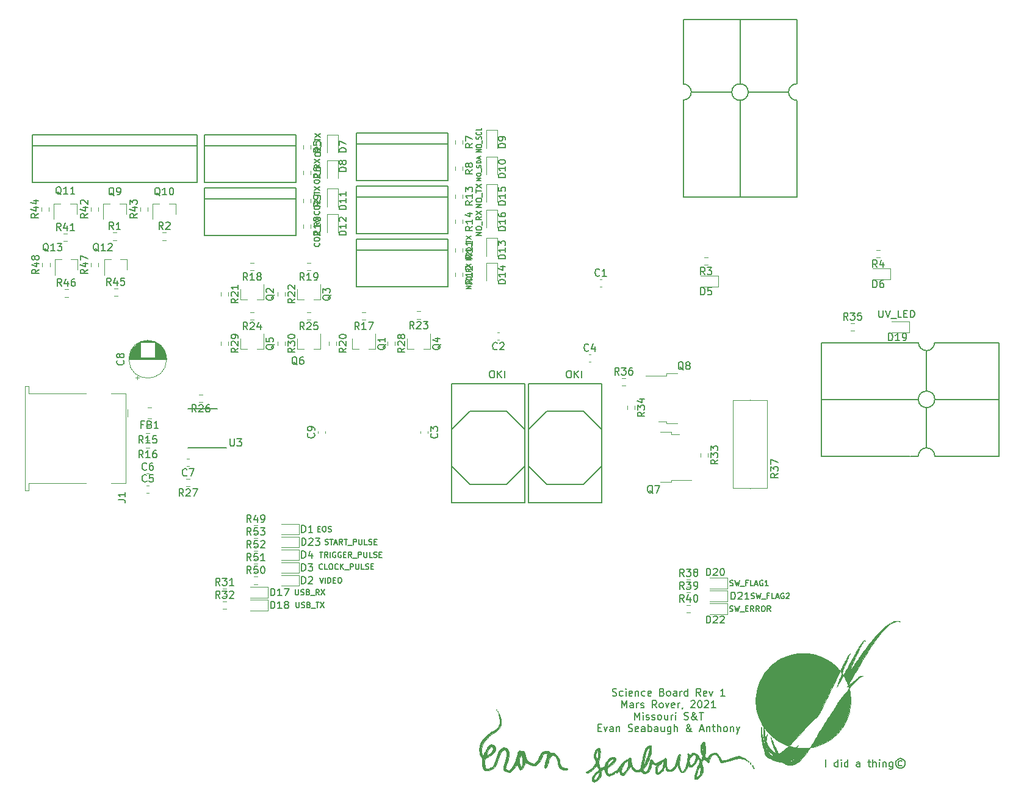
<source format=gbr>
G04 #@! TF.GenerationSoftware,KiCad,Pcbnew,(5.1.4)-1*
G04 #@! TF.CreationDate,2020-11-30T11:01:41-06:00*
G04 #@! TF.ProjectId,SRA_Sensor_Board,5352415f-5365-46e7-936f-725f426f6172,rev?*
G04 #@! TF.SameCoordinates,Original*
G04 #@! TF.FileFunction,Legend,Top*
G04 #@! TF.FilePolarity,Positive*
%FSLAX46Y46*%
G04 Gerber Fmt 4.6, Leading zero omitted, Abs format (unit mm)*
G04 Created by KiCad (PCBNEW (5.1.4)-1) date 2020-11-30 11:01:41*
%MOMM*%
%LPD*%
G04 APERTURE LIST*
%ADD10C,0.150000*%
%ADD11C,0.010000*%
%ADD12C,0.120000*%
G04 APERTURE END LIST*
D10*
X132805714Y-122391714D02*
X133059714Y-123153714D01*
X133313714Y-122391714D01*
X133567714Y-123153714D02*
X133567714Y-122391714D01*
X133930571Y-123153714D02*
X133930571Y-122391714D01*
X134112000Y-122391714D01*
X134220857Y-122428000D01*
X134293428Y-122500571D01*
X134329714Y-122573142D01*
X134366000Y-122718285D01*
X134366000Y-122827142D01*
X134329714Y-122972285D01*
X134293428Y-123044857D01*
X134220857Y-123117428D01*
X134112000Y-123153714D01*
X133930571Y-123153714D01*
X134692571Y-122754571D02*
X134946571Y-122754571D01*
X135055428Y-123153714D02*
X134692571Y-123153714D01*
X134692571Y-122391714D01*
X135055428Y-122391714D01*
X135527142Y-122391714D02*
X135672285Y-122391714D01*
X135744857Y-122428000D01*
X135817428Y-122500571D01*
X135853714Y-122645714D01*
X135853714Y-122899714D01*
X135817428Y-123044857D01*
X135744857Y-123117428D01*
X135672285Y-123153714D01*
X135527142Y-123153714D01*
X135454571Y-123117428D01*
X135382000Y-123044857D01*
X135345714Y-122899714D01*
X135345714Y-122645714D01*
X135382000Y-122500571D01*
X135454571Y-122428000D01*
X135527142Y-122391714D01*
X133204857Y-121176142D02*
X133168571Y-121212428D01*
X133059714Y-121248714D01*
X132987142Y-121248714D01*
X132878285Y-121212428D01*
X132805714Y-121139857D01*
X132769428Y-121067285D01*
X132733142Y-120922142D01*
X132733142Y-120813285D01*
X132769428Y-120668142D01*
X132805714Y-120595571D01*
X132878285Y-120523000D01*
X132987142Y-120486714D01*
X133059714Y-120486714D01*
X133168571Y-120523000D01*
X133204857Y-120559285D01*
X133894285Y-121248714D02*
X133531428Y-121248714D01*
X133531428Y-120486714D01*
X134293428Y-120486714D02*
X134438571Y-120486714D01*
X134511142Y-120523000D01*
X134583714Y-120595571D01*
X134620000Y-120740714D01*
X134620000Y-120994714D01*
X134583714Y-121139857D01*
X134511142Y-121212428D01*
X134438571Y-121248714D01*
X134293428Y-121248714D01*
X134220857Y-121212428D01*
X134148285Y-121139857D01*
X134112000Y-120994714D01*
X134112000Y-120740714D01*
X134148285Y-120595571D01*
X134220857Y-120523000D01*
X134293428Y-120486714D01*
X135382000Y-121176142D02*
X135345714Y-121212428D01*
X135236857Y-121248714D01*
X135164285Y-121248714D01*
X135055428Y-121212428D01*
X134982857Y-121139857D01*
X134946571Y-121067285D01*
X134910285Y-120922142D01*
X134910285Y-120813285D01*
X134946571Y-120668142D01*
X134982857Y-120595571D01*
X135055428Y-120523000D01*
X135164285Y-120486714D01*
X135236857Y-120486714D01*
X135345714Y-120523000D01*
X135382000Y-120559285D01*
X135708571Y-121248714D02*
X135708571Y-120486714D01*
X136144000Y-121248714D02*
X135817428Y-120813285D01*
X136144000Y-120486714D02*
X135708571Y-120922142D01*
X136289142Y-121321285D02*
X136869714Y-121321285D01*
X137051142Y-121248714D02*
X137051142Y-120486714D01*
X137341428Y-120486714D01*
X137414000Y-120523000D01*
X137450285Y-120559285D01*
X137486571Y-120631857D01*
X137486571Y-120740714D01*
X137450285Y-120813285D01*
X137414000Y-120849571D01*
X137341428Y-120885857D01*
X137051142Y-120885857D01*
X137813142Y-120486714D02*
X137813142Y-121103571D01*
X137849428Y-121176142D01*
X137885714Y-121212428D01*
X137958285Y-121248714D01*
X138103428Y-121248714D01*
X138176000Y-121212428D01*
X138212285Y-121176142D01*
X138248571Y-121103571D01*
X138248571Y-120486714D01*
X138974285Y-121248714D02*
X138611428Y-121248714D01*
X138611428Y-120486714D01*
X139192000Y-121212428D02*
X139300857Y-121248714D01*
X139482285Y-121248714D01*
X139554857Y-121212428D01*
X139591142Y-121176142D01*
X139627428Y-121103571D01*
X139627428Y-121031000D01*
X139591142Y-120958428D01*
X139554857Y-120922142D01*
X139482285Y-120885857D01*
X139337142Y-120849571D01*
X139264571Y-120813285D01*
X139228285Y-120777000D01*
X139192000Y-120704428D01*
X139192000Y-120631857D01*
X139228285Y-120559285D01*
X139264571Y-120523000D01*
X139337142Y-120486714D01*
X139518571Y-120486714D01*
X139627428Y-120523000D01*
X139954000Y-120849571D02*
X140208000Y-120849571D01*
X140316857Y-121248714D02*
X139954000Y-121248714D01*
X139954000Y-120486714D01*
X140316857Y-120486714D01*
X132805714Y-118835714D02*
X133241142Y-118835714D01*
X133023428Y-119597714D02*
X133023428Y-118835714D01*
X133930571Y-119597714D02*
X133676571Y-119234857D01*
X133495142Y-119597714D02*
X133495142Y-118835714D01*
X133785428Y-118835714D01*
X133858000Y-118872000D01*
X133894285Y-118908285D01*
X133930571Y-118980857D01*
X133930571Y-119089714D01*
X133894285Y-119162285D01*
X133858000Y-119198571D01*
X133785428Y-119234857D01*
X133495142Y-119234857D01*
X134257142Y-119597714D02*
X134257142Y-118835714D01*
X135019142Y-118872000D02*
X134946571Y-118835714D01*
X134837714Y-118835714D01*
X134728857Y-118872000D01*
X134656285Y-118944571D01*
X134620000Y-119017142D01*
X134583714Y-119162285D01*
X134583714Y-119271142D01*
X134620000Y-119416285D01*
X134656285Y-119488857D01*
X134728857Y-119561428D01*
X134837714Y-119597714D01*
X134910285Y-119597714D01*
X135019142Y-119561428D01*
X135055428Y-119525142D01*
X135055428Y-119271142D01*
X134910285Y-119271142D01*
X135781142Y-118872000D02*
X135708571Y-118835714D01*
X135599714Y-118835714D01*
X135490857Y-118872000D01*
X135418285Y-118944571D01*
X135382000Y-119017142D01*
X135345714Y-119162285D01*
X135345714Y-119271142D01*
X135382000Y-119416285D01*
X135418285Y-119488857D01*
X135490857Y-119561428D01*
X135599714Y-119597714D01*
X135672285Y-119597714D01*
X135781142Y-119561428D01*
X135817428Y-119525142D01*
X135817428Y-119271142D01*
X135672285Y-119271142D01*
X136144000Y-119198571D02*
X136398000Y-119198571D01*
X136506857Y-119597714D02*
X136144000Y-119597714D01*
X136144000Y-118835714D01*
X136506857Y-118835714D01*
X137268857Y-119597714D02*
X137014857Y-119234857D01*
X136833428Y-119597714D02*
X136833428Y-118835714D01*
X137123714Y-118835714D01*
X137196285Y-118872000D01*
X137232571Y-118908285D01*
X137268857Y-118980857D01*
X137268857Y-119089714D01*
X137232571Y-119162285D01*
X137196285Y-119198571D01*
X137123714Y-119234857D01*
X136833428Y-119234857D01*
X137414000Y-119670285D02*
X137994571Y-119670285D01*
X138176000Y-119597714D02*
X138176000Y-118835714D01*
X138466285Y-118835714D01*
X138538857Y-118872000D01*
X138575142Y-118908285D01*
X138611428Y-118980857D01*
X138611428Y-119089714D01*
X138575142Y-119162285D01*
X138538857Y-119198571D01*
X138466285Y-119234857D01*
X138176000Y-119234857D01*
X138938000Y-118835714D02*
X138938000Y-119452571D01*
X138974285Y-119525142D01*
X139010571Y-119561428D01*
X139083142Y-119597714D01*
X139228285Y-119597714D01*
X139300857Y-119561428D01*
X139337142Y-119525142D01*
X139373428Y-119452571D01*
X139373428Y-118835714D01*
X140099142Y-119597714D02*
X139736285Y-119597714D01*
X139736285Y-118835714D01*
X140316857Y-119561428D02*
X140425714Y-119597714D01*
X140607142Y-119597714D01*
X140679714Y-119561428D01*
X140716000Y-119525142D01*
X140752285Y-119452571D01*
X140752285Y-119380000D01*
X140716000Y-119307428D01*
X140679714Y-119271142D01*
X140607142Y-119234857D01*
X140462000Y-119198571D01*
X140389428Y-119162285D01*
X140353142Y-119126000D01*
X140316857Y-119053428D01*
X140316857Y-118980857D01*
X140353142Y-118908285D01*
X140389428Y-118872000D01*
X140462000Y-118835714D01*
X140643428Y-118835714D01*
X140752285Y-118872000D01*
X141078857Y-119198571D02*
X141332857Y-119198571D01*
X141441714Y-119597714D02*
X141078857Y-119597714D01*
X141078857Y-118835714D01*
X141441714Y-118835714D01*
X133567714Y-117783428D02*
X133676571Y-117819714D01*
X133858000Y-117819714D01*
X133930571Y-117783428D01*
X133966857Y-117747142D01*
X134003142Y-117674571D01*
X134003142Y-117602000D01*
X133966857Y-117529428D01*
X133930571Y-117493142D01*
X133858000Y-117456857D01*
X133712857Y-117420571D01*
X133640285Y-117384285D01*
X133604000Y-117348000D01*
X133567714Y-117275428D01*
X133567714Y-117202857D01*
X133604000Y-117130285D01*
X133640285Y-117094000D01*
X133712857Y-117057714D01*
X133894285Y-117057714D01*
X134003142Y-117094000D01*
X134220857Y-117057714D02*
X134656285Y-117057714D01*
X134438571Y-117819714D02*
X134438571Y-117057714D01*
X134874000Y-117602000D02*
X135236857Y-117602000D01*
X134801428Y-117819714D02*
X135055428Y-117057714D01*
X135309428Y-117819714D01*
X135998857Y-117819714D02*
X135744857Y-117456857D01*
X135563428Y-117819714D02*
X135563428Y-117057714D01*
X135853714Y-117057714D01*
X135926285Y-117094000D01*
X135962571Y-117130285D01*
X135998857Y-117202857D01*
X135998857Y-117311714D01*
X135962571Y-117384285D01*
X135926285Y-117420571D01*
X135853714Y-117456857D01*
X135563428Y-117456857D01*
X136216571Y-117057714D02*
X136652000Y-117057714D01*
X136434285Y-117819714D02*
X136434285Y-117057714D01*
X136724571Y-117892285D02*
X137305142Y-117892285D01*
X137486571Y-117819714D02*
X137486571Y-117057714D01*
X137776857Y-117057714D01*
X137849428Y-117094000D01*
X137885714Y-117130285D01*
X137922000Y-117202857D01*
X137922000Y-117311714D01*
X137885714Y-117384285D01*
X137849428Y-117420571D01*
X137776857Y-117456857D01*
X137486571Y-117456857D01*
X138248571Y-117057714D02*
X138248571Y-117674571D01*
X138284857Y-117747142D01*
X138321142Y-117783428D01*
X138393714Y-117819714D01*
X138538857Y-117819714D01*
X138611428Y-117783428D01*
X138647714Y-117747142D01*
X138684000Y-117674571D01*
X138684000Y-117057714D01*
X139409714Y-117819714D02*
X139046857Y-117819714D01*
X139046857Y-117057714D01*
X139627428Y-117783428D02*
X139736285Y-117819714D01*
X139917714Y-117819714D01*
X139990285Y-117783428D01*
X140026571Y-117747142D01*
X140062857Y-117674571D01*
X140062857Y-117602000D01*
X140026571Y-117529428D01*
X139990285Y-117493142D01*
X139917714Y-117456857D01*
X139772571Y-117420571D01*
X139700000Y-117384285D01*
X139663714Y-117348000D01*
X139627428Y-117275428D01*
X139627428Y-117202857D01*
X139663714Y-117130285D01*
X139700000Y-117094000D01*
X139772571Y-117057714D01*
X139954000Y-117057714D01*
X140062857Y-117094000D01*
X140389428Y-117420571D02*
X140643428Y-117420571D01*
X140752285Y-117819714D02*
X140389428Y-117819714D01*
X140389428Y-117057714D01*
X140752285Y-117057714D01*
X132551714Y-115642571D02*
X132805714Y-115642571D01*
X132914571Y-116041714D02*
X132551714Y-116041714D01*
X132551714Y-115279714D01*
X132914571Y-115279714D01*
X133386285Y-115279714D02*
X133531428Y-115279714D01*
X133604000Y-115316000D01*
X133676571Y-115388571D01*
X133712857Y-115533714D01*
X133712857Y-115787714D01*
X133676571Y-115932857D01*
X133604000Y-116005428D01*
X133531428Y-116041714D01*
X133386285Y-116041714D01*
X133313714Y-116005428D01*
X133241142Y-115932857D01*
X133204857Y-115787714D01*
X133204857Y-115533714D01*
X133241142Y-115388571D01*
X133313714Y-115316000D01*
X133386285Y-115279714D01*
X134003142Y-116005428D02*
X134112000Y-116041714D01*
X134293428Y-116041714D01*
X134366000Y-116005428D01*
X134402285Y-115969142D01*
X134438571Y-115896571D01*
X134438571Y-115824000D01*
X134402285Y-115751428D01*
X134366000Y-115715142D01*
X134293428Y-115678857D01*
X134148285Y-115642571D01*
X134075714Y-115606285D01*
X134039428Y-115570000D01*
X134003142Y-115497428D01*
X134003142Y-115424857D01*
X134039428Y-115352285D01*
X134075714Y-115316000D01*
X134148285Y-115279714D01*
X134329714Y-115279714D01*
X134438571Y-115316000D01*
X129540000Y-125820714D02*
X129540000Y-126437571D01*
X129576285Y-126510142D01*
X129612571Y-126546428D01*
X129685142Y-126582714D01*
X129830285Y-126582714D01*
X129902857Y-126546428D01*
X129939142Y-126510142D01*
X129975428Y-126437571D01*
X129975428Y-125820714D01*
X130302000Y-126546428D02*
X130410857Y-126582714D01*
X130592285Y-126582714D01*
X130664857Y-126546428D01*
X130701142Y-126510142D01*
X130737428Y-126437571D01*
X130737428Y-126365000D01*
X130701142Y-126292428D01*
X130664857Y-126256142D01*
X130592285Y-126219857D01*
X130447142Y-126183571D01*
X130374571Y-126147285D01*
X130338285Y-126111000D01*
X130302000Y-126038428D01*
X130302000Y-125965857D01*
X130338285Y-125893285D01*
X130374571Y-125857000D01*
X130447142Y-125820714D01*
X130628571Y-125820714D01*
X130737428Y-125857000D01*
X131318000Y-126183571D02*
X131426857Y-126219857D01*
X131463142Y-126256142D01*
X131499428Y-126328714D01*
X131499428Y-126437571D01*
X131463142Y-126510142D01*
X131426857Y-126546428D01*
X131354285Y-126582714D01*
X131064000Y-126582714D01*
X131064000Y-125820714D01*
X131318000Y-125820714D01*
X131390571Y-125857000D01*
X131426857Y-125893285D01*
X131463142Y-125965857D01*
X131463142Y-126038428D01*
X131426857Y-126111000D01*
X131390571Y-126147285D01*
X131318000Y-126183571D01*
X131064000Y-126183571D01*
X131644571Y-126655285D02*
X132225142Y-126655285D01*
X132297714Y-125820714D02*
X132733142Y-125820714D01*
X132515428Y-126582714D02*
X132515428Y-125820714D01*
X132914571Y-125820714D02*
X133422571Y-126582714D01*
X133422571Y-125820714D02*
X132914571Y-126582714D01*
X129449285Y-124042714D02*
X129449285Y-124659571D01*
X129485571Y-124732142D01*
X129521857Y-124768428D01*
X129594428Y-124804714D01*
X129739571Y-124804714D01*
X129812142Y-124768428D01*
X129848428Y-124732142D01*
X129884714Y-124659571D01*
X129884714Y-124042714D01*
X130211285Y-124768428D02*
X130320142Y-124804714D01*
X130501571Y-124804714D01*
X130574142Y-124768428D01*
X130610428Y-124732142D01*
X130646714Y-124659571D01*
X130646714Y-124587000D01*
X130610428Y-124514428D01*
X130574142Y-124478142D01*
X130501571Y-124441857D01*
X130356428Y-124405571D01*
X130283857Y-124369285D01*
X130247571Y-124333000D01*
X130211285Y-124260428D01*
X130211285Y-124187857D01*
X130247571Y-124115285D01*
X130283857Y-124079000D01*
X130356428Y-124042714D01*
X130537857Y-124042714D01*
X130646714Y-124079000D01*
X131227285Y-124405571D02*
X131336142Y-124441857D01*
X131372428Y-124478142D01*
X131408714Y-124550714D01*
X131408714Y-124659571D01*
X131372428Y-124732142D01*
X131336142Y-124768428D01*
X131263571Y-124804714D01*
X130973285Y-124804714D01*
X130973285Y-124042714D01*
X131227285Y-124042714D01*
X131299857Y-124079000D01*
X131336142Y-124115285D01*
X131372428Y-124187857D01*
X131372428Y-124260428D01*
X131336142Y-124333000D01*
X131299857Y-124369285D01*
X131227285Y-124405571D01*
X130973285Y-124405571D01*
X131553857Y-124877285D02*
X132134428Y-124877285D01*
X132751285Y-124804714D02*
X132497285Y-124441857D01*
X132315857Y-124804714D02*
X132315857Y-124042714D01*
X132606142Y-124042714D01*
X132678714Y-124079000D01*
X132715000Y-124115285D01*
X132751285Y-124187857D01*
X132751285Y-124296714D01*
X132715000Y-124369285D01*
X132678714Y-124405571D01*
X132606142Y-124441857D01*
X132315857Y-124441857D01*
X133005285Y-124042714D02*
X133513285Y-124804714D01*
X133513285Y-124042714D02*
X133005285Y-124804714D01*
X189701714Y-127054428D02*
X189810571Y-127090714D01*
X189992000Y-127090714D01*
X190064571Y-127054428D01*
X190100857Y-127018142D01*
X190137142Y-126945571D01*
X190137142Y-126873000D01*
X190100857Y-126800428D01*
X190064571Y-126764142D01*
X189992000Y-126727857D01*
X189846857Y-126691571D01*
X189774285Y-126655285D01*
X189738000Y-126619000D01*
X189701714Y-126546428D01*
X189701714Y-126473857D01*
X189738000Y-126401285D01*
X189774285Y-126365000D01*
X189846857Y-126328714D01*
X190028285Y-126328714D01*
X190137142Y-126365000D01*
X190391142Y-126328714D02*
X190572571Y-127090714D01*
X190717714Y-126546428D01*
X190862857Y-127090714D01*
X191044285Y-126328714D01*
X191153142Y-127163285D02*
X191733714Y-127163285D01*
X191915142Y-126691571D02*
X192169142Y-126691571D01*
X192278000Y-127090714D02*
X191915142Y-127090714D01*
X191915142Y-126328714D01*
X192278000Y-126328714D01*
X193040000Y-127090714D02*
X192786000Y-126727857D01*
X192604571Y-127090714D02*
X192604571Y-126328714D01*
X192894857Y-126328714D01*
X192967428Y-126365000D01*
X193003714Y-126401285D01*
X193040000Y-126473857D01*
X193040000Y-126582714D01*
X193003714Y-126655285D01*
X192967428Y-126691571D01*
X192894857Y-126727857D01*
X192604571Y-126727857D01*
X193802000Y-127090714D02*
X193548000Y-126727857D01*
X193366571Y-127090714D02*
X193366571Y-126328714D01*
X193656857Y-126328714D01*
X193729428Y-126365000D01*
X193765714Y-126401285D01*
X193802000Y-126473857D01*
X193802000Y-126582714D01*
X193765714Y-126655285D01*
X193729428Y-126691571D01*
X193656857Y-126727857D01*
X193366571Y-126727857D01*
X194273714Y-126328714D02*
X194418857Y-126328714D01*
X194491428Y-126365000D01*
X194564000Y-126437571D01*
X194600285Y-126582714D01*
X194600285Y-126836714D01*
X194564000Y-126981857D01*
X194491428Y-127054428D01*
X194418857Y-127090714D01*
X194273714Y-127090714D01*
X194201142Y-127054428D01*
X194128571Y-126981857D01*
X194092285Y-126836714D01*
X194092285Y-126582714D01*
X194128571Y-126437571D01*
X194201142Y-126365000D01*
X194273714Y-126328714D01*
X195362285Y-127090714D02*
X195108285Y-126727857D01*
X194926857Y-127090714D02*
X194926857Y-126328714D01*
X195217142Y-126328714D01*
X195289714Y-126365000D01*
X195326000Y-126401285D01*
X195362285Y-126473857D01*
X195362285Y-126582714D01*
X195326000Y-126655285D01*
X195289714Y-126691571D01*
X195217142Y-126727857D01*
X194926857Y-126727857D01*
X192677142Y-125276428D02*
X192786000Y-125312714D01*
X192967428Y-125312714D01*
X193040000Y-125276428D01*
X193076285Y-125240142D01*
X193112571Y-125167571D01*
X193112571Y-125095000D01*
X193076285Y-125022428D01*
X193040000Y-124986142D01*
X192967428Y-124949857D01*
X192822285Y-124913571D01*
X192749714Y-124877285D01*
X192713428Y-124841000D01*
X192677142Y-124768428D01*
X192677142Y-124695857D01*
X192713428Y-124623285D01*
X192749714Y-124587000D01*
X192822285Y-124550714D01*
X193003714Y-124550714D01*
X193112571Y-124587000D01*
X193366571Y-124550714D02*
X193548000Y-125312714D01*
X193693142Y-124768428D01*
X193838285Y-125312714D01*
X194019714Y-124550714D01*
X194128571Y-125385285D02*
X194709142Y-125385285D01*
X195144571Y-124913571D02*
X194890571Y-124913571D01*
X194890571Y-125312714D02*
X194890571Y-124550714D01*
X195253428Y-124550714D01*
X195906571Y-125312714D02*
X195543714Y-125312714D01*
X195543714Y-124550714D01*
X196124285Y-125095000D02*
X196487142Y-125095000D01*
X196051714Y-125312714D02*
X196305714Y-124550714D01*
X196559714Y-125312714D01*
X197212857Y-124587000D02*
X197140285Y-124550714D01*
X197031428Y-124550714D01*
X196922571Y-124587000D01*
X196850000Y-124659571D01*
X196813714Y-124732142D01*
X196777428Y-124877285D01*
X196777428Y-124986142D01*
X196813714Y-125131285D01*
X196850000Y-125203857D01*
X196922571Y-125276428D01*
X197031428Y-125312714D01*
X197104000Y-125312714D01*
X197212857Y-125276428D01*
X197249142Y-125240142D01*
X197249142Y-124986142D01*
X197104000Y-124986142D01*
X197539428Y-124623285D02*
X197575714Y-124587000D01*
X197648285Y-124550714D01*
X197829714Y-124550714D01*
X197902285Y-124587000D01*
X197938571Y-124623285D01*
X197974857Y-124695857D01*
X197974857Y-124768428D01*
X197938571Y-124877285D01*
X197503142Y-125312714D01*
X197974857Y-125312714D01*
X189756142Y-123498428D02*
X189865000Y-123534714D01*
X190046428Y-123534714D01*
X190119000Y-123498428D01*
X190155285Y-123462142D01*
X190191571Y-123389571D01*
X190191571Y-123317000D01*
X190155285Y-123244428D01*
X190119000Y-123208142D01*
X190046428Y-123171857D01*
X189901285Y-123135571D01*
X189828714Y-123099285D01*
X189792428Y-123063000D01*
X189756142Y-122990428D01*
X189756142Y-122917857D01*
X189792428Y-122845285D01*
X189828714Y-122809000D01*
X189901285Y-122772714D01*
X190082714Y-122772714D01*
X190191571Y-122809000D01*
X190445571Y-122772714D02*
X190627000Y-123534714D01*
X190772142Y-122990428D01*
X190917285Y-123534714D01*
X191098714Y-122772714D01*
X191207571Y-123607285D02*
X191788142Y-123607285D01*
X192223571Y-123135571D02*
X191969571Y-123135571D01*
X191969571Y-123534714D02*
X191969571Y-122772714D01*
X192332428Y-122772714D01*
X192985571Y-123534714D02*
X192622714Y-123534714D01*
X192622714Y-122772714D01*
X193203285Y-123317000D02*
X193566142Y-123317000D01*
X193130714Y-123534714D02*
X193384714Y-122772714D01*
X193638714Y-123534714D01*
X194291857Y-122809000D02*
X194219285Y-122772714D01*
X194110428Y-122772714D01*
X194001571Y-122809000D01*
X193929000Y-122881571D01*
X193892714Y-122954142D01*
X193856428Y-123099285D01*
X193856428Y-123208142D01*
X193892714Y-123353285D01*
X193929000Y-123425857D01*
X194001571Y-123498428D01*
X194110428Y-123534714D01*
X194183000Y-123534714D01*
X194291857Y-123498428D01*
X194328142Y-123462142D01*
X194328142Y-123208142D01*
X194183000Y-123208142D01*
X195053857Y-123534714D02*
X194618428Y-123534714D01*
X194836142Y-123534714D02*
X194836142Y-122772714D01*
X194763571Y-122881571D01*
X194691000Y-122954142D01*
X194618428Y-122990428D01*
X210399619Y-85304380D02*
X210399619Y-86113904D01*
X210447238Y-86209142D01*
X210494857Y-86256761D01*
X210590095Y-86304380D01*
X210780571Y-86304380D01*
X210875809Y-86256761D01*
X210923428Y-86209142D01*
X210971047Y-86113904D01*
X210971047Y-85304380D01*
X211304380Y-85304380D02*
X211637714Y-86304380D01*
X211971047Y-85304380D01*
X212066285Y-86399619D02*
X212828190Y-86399619D01*
X213542476Y-86304380D02*
X213066285Y-86304380D01*
X213066285Y-85304380D01*
X213875809Y-85780571D02*
X214209142Y-85780571D01*
X214352000Y-86304380D02*
X213875809Y-86304380D01*
X213875809Y-85304380D01*
X214352000Y-85304380D01*
X214780571Y-86304380D02*
X214780571Y-85304380D01*
X215018666Y-85304380D01*
X215161523Y-85352000D01*
X215256761Y-85447238D01*
X215304380Y-85542476D01*
X215352000Y-85732952D01*
X215352000Y-85875809D01*
X215304380Y-86066285D01*
X215256761Y-86161523D01*
X215161523Y-86256761D01*
X215018666Y-86304380D01*
X214780571Y-86304380D01*
X153830261Y-82323214D02*
X153195261Y-82323214D01*
X153830261Y-81960357D01*
X153195261Y-81960357D01*
X153255738Y-81688214D02*
X153225500Y-81657976D01*
X153195261Y-81597500D01*
X153195261Y-81446309D01*
X153225500Y-81385833D01*
X153255738Y-81355595D01*
X153316214Y-81325357D01*
X153376690Y-81325357D01*
X153467404Y-81355595D01*
X153830261Y-81718452D01*
X153830261Y-81325357D01*
X153195261Y-80932261D02*
X153195261Y-80811309D01*
X153225500Y-80750833D01*
X153285976Y-80690357D01*
X153406928Y-80660119D01*
X153618595Y-80660119D01*
X153739547Y-80690357D01*
X153800023Y-80750833D01*
X153830261Y-80811309D01*
X153830261Y-80932261D01*
X153800023Y-80992738D01*
X153739547Y-81053214D01*
X153618595Y-81083452D01*
X153406928Y-81083452D01*
X153285976Y-81053214D01*
X153225500Y-80992738D01*
X153195261Y-80932261D01*
X153890738Y-80539166D02*
X153890738Y-80055357D01*
X153830261Y-79541309D02*
X153527880Y-79752976D01*
X153830261Y-79904166D02*
X153195261Y-79904166D01*
X153195261Y-79662261D01*
X153225500Y-79601785D01*
X153255738Y-79571547D01*
X153316214Y-79541309D01*
X153406928Y-79541309D01*
X153467404Y-79571547D01*
X153497642Y-79601785D01*
X153527880Y-79662261D01*
X153527880Y-79904166D01*
X153195261Y-79329642D02*
X153830261Y-78906309D01*
X153195261Y-78906309D02*
X153830261Y-79329642D01*
X153830261Y-78310619D02*
X153195261Y-78310619D01*
X153830261Y-77947761D01*
X153195261Y-77947761D01*
X153255738Y-77675619D02*
X153225500Y-77645380D01*
X153195261Y-77584904D01*
X153195261Y-77433714D01*
X153225500Y-77373238D01*
X153255738Y-77343000D01*
X153316214Y-77312761D01*
X153376690Y-77312761D01*
X153467404Y-77343000D01*
X153830261Y-77705857D01*
X153830261Y-77312761D01*
X153195261Y-76919666D02*
X153195261Y-76798714D01*
X153225500Y-76738238D01*
X153285976Y-76677761D01*
X153406928Y-76647523D01*
X153618595Y-76647523D01*
X153739547Y-76677761D01*
X153800023Y-76738238D01*
X153830261Y-76798714D01*
X153830261Y-76919666D01*
X153800023Y-76980142D01*
X153739547Y-77040619D01*
X153618595Y-77070857D01*
X153406928Y-77070857D01*
X153285976Y-77040619D01*
X153225500Y-76980142D01*
X153195261Y-76919666D01*
X153890738Y-76526571D02*
X153890738Y-76042761D01*
X153195261Y-75982285D02*
X153195261Y-75619428D01*
X153830261Y-75800857D02*
X153195261Y-75800857D01*
X153195261Y-75468238D02*
X153830261Y-75044904D01*
X153195261Y-75044904D02*
X153830261Y-75468238D01*
X155284714Y-74930000D02*
X154522714Y-74930000D01*
X155284714Y-74494571D01*
X154522714Y-74494571D01*
X154522714Y-73986571D02*
X154522714Y-73841428D01*
X154559000Y-73768857D01*
X154631571Y-73696285D01*
X154776714Y-73660000D01*
X155030714Y-73660000D01*
X155175857Y-73696285D01*
X155248428Y-73768857D01*
X155284714Y-73841428D01*
X155284714Y-73986571D01*
X155248428Y-74059142D01*
X155175857Y-74131714D01*
X155030714Y-74168000D01*
X154776714Y-74168000D01*
X154631571Y-74131714D01*
X154559000Y-74059142D01*
X154522714Y-73986571D01*
X155357285Y-73514857D02*
X155357285Y-72934285D01*
X155284714Y-72317428D02*
X154921857Y-72571428D01*
X155284714Y-72752857D02*
X154522714Y-72752857D01*
X154522714Y-72462571D01*
X154559000Y-72390000D01*
X154595285Y-72353714D01*
X154667857Y-72317428D01*
X154776714Y-72317428D01*
X154849285Y-72353714D01*
X154885571Y-72390000D01*
X154921857Y-72462571D01*
X154921857Y-72752857D01*
X154522714Y-72063428D02*
X155284714Y-71555428D01*
X154522714Y-71555428D02*
X155284714Y-72063428D01*
X155284714Y-71029285D02*
X154522714Y-71029285D01*
X155284714Y-70593857D01*
X154522714Y-70593857D01*
X154522714Y-70085857D02*
X154522714Y-69940714D01*
X154559000Y-69868142D01*
X154631571Y-69795571D01*
X154776714Y-69759285D01*
X155030714Y-69759285D01*
X155175857Y-69795571D01*
X155248428Y-69868142D01*
X155284714Y-69940714D01*
X155284714Y-70085857D01*
X155248428Y-70158428D01*
X155175857Y-70231000D01*
X155030714Y-70267285D01*
X154776714Y-70267285D01*
X154631571Y-70231000D01*
X154559000Y-70158428D01*
X154522714Y-70085857D01*
X155357285Y-69614142D02*
X155357285Y-69033571D01*
X154522714Y-68961000D02*
X154522714Y-68525571D01*
X155284714Y-68743285D02*
X154522714Y-68743285D01*
X154522714Y-68344142D02*
X155284714Y-67836142D01*
X154522714Y-67836142D02*
X155284714Y-68344142D01*
X155227261Y-67306976D02*
X154592261Y-67306976D01*
X155227261Y-66944119D01*
X154592261Y-66944119D01*
X154592261Y-66520785D02*
X154592261Y-66399833D01*
X154622500Y-66339357D01*
X154682976Y-66278880D01*
X154803928Y-66248642D01*
X155015595Y-66248642D01*
X155136547Y-66278880D01*
X155197023Y-66339357D01*
X155227261Y-66399833D01*
X155227261Y-66520785D01*
X155197023Y-66581261D01*
X155136547Y-66641738D01*
X155015595Y-66671976D01*
X154803928Y-66671976D01*
X154682976Y-66641738D01*
X154622500Y-66581261D01*
X154592261Y-66520785D01*
X155287738Y-66127690D02*
X155287738Y-65643880D01*
X155197023Y-65522928D02*
X155227261Y-65432214D01*
X155227261Y-65281023D01*
X155197023Y-65220547D01*
X155166785Y-65190309D01*
X155106309Y-65160071D01*
X155045833Y-65160071D01*
X154985357Y-65190309D01*
X154955119Y-65220547D01*
X154924880Y-65281023D01*
X154894642Y-65401976D01*
X154864404Y-65462452D01*
X154834166Y-65492690D01*
X154773690Y-65522928D01*
X154713214Y-65522928D01*
X154652738Y-65492690D01*
X154622500Y-65462452D01*
X154592261Y-65401976D01*
X154592261Y-65250785D01*
X154622500Y-65160071D01*
X155227261Y-64887928D02*
X154592261Y-64887928D01*
X154592261Y-64736738D01*
X154622500Y-64646023D01*
X154682976Y-64585547D01*
X154743452Y-64555309D01*
X154864404Y-64525071D01*
X154955119Y-64525071D01*
X155076071Y-64555309D01*
X155136547Y-64585547D01*
X155197023Y-64646023D01*
X155227261Y-64736738D01*
X155227261Y-64887928D01*
X155045833Y-64283166D02*
X155045833Y-63980785D01*
X155227261Y-64343642D02*
X154592261Y-64131976D01*
X155227261Y-63920309D01*
X155284714Y-63354857D02*
X154522714Y-63354857D01*
X155284714Y-62992000D01*
X154522714Y-62992000D01*
X154522714Y-62568666D02*
X154522714Y-62447714D01*
X154559000Y-62387238D01*
X154631571Y-62326761D01*
X154776714Y-62296523D01*
X155030714Y-62296523D01*
X155175857Y-62326761D01*
X155248428Y-62387238D01*
X155284714Y-62447714D01*
X155284714Y-62568666D01*
X155248428Y-62629142D01*
X155175857Y-62689619D01*
X155030714Y-62719857D01*
X154776714Y-62719857D01*
X154631571Y-62689619D01*
X154559000Y-62629142D01*
X154522714Y-62568666D01*
X155357285Y-62175571D02*
X155357285Y-61691761D01*
X155248428Y-61570809D02*
X155284714Y-61480095D01*
X155284714Y-61328904D01*
X155248428Y-61268428D01*
X155212142Y-61238190D01*
X155139571Y-61207952D01*
X155067000Y-61207952D01*
X154994428Y-61238190D01*
X154958142Y-61268428D01*
X154921857Y-61328904D01*
X154885571Y-61449857D01*
X154849285Y-61510333D01*
X154813000Y-61540571D01*
X154740428Y-61570809D01*
X154667857Y-61570809D01*
X154595285Y-61540571D01*
X154559000Y-61510333D01*
X154522714Y-61449857D01*
X154522714Y-61298666D01*
X154559000Y-61207952D01*
X155212142Y-60572952D02*
X155248428Y-60603190D01*
X155284714Y-60693904D01*
X155284714Y-60754380D01*
X155248428Y-60845095D01*
X155175857Y-60905571D01*
X155103285Y-60935809D01*
X154958142Y-60966047D01*
X154849285Y-60966047D01*
X154704142Y-60935809D01*
X154631571Y-60905571D01*
X154559000Y-60845095D01*
X154522714Y-60754380D01*
X154522714Y-60693904D01*
X154559000Y-60603190D01*
X154595285Y-60572952D01*
X155284714Y-59998428D02*
X155284714Y-60300809D01*
X154522714Y-60300809D01*
X132733142Y-75982285D02*
X132769428Y-76018571D01*
X132805714Y-76127428D01*
X132805714Y-76200000D01*
X132769428Y-76308857D01*
X132696857Y-76381428D01*
X132624285Y-76417714D01*
X132479142Y-76454000D01*
X132370285Y-76454000D01*
X132225142Y-76417714D01*
X132152571Y-76381428D01*
X132080000Y-76308857D01*
X132043714Y-76200000D01*
X132043714Y-76127428D01*
X132080000Y-76018571D01*
X132116285Y-75982285D01*
X132043714Y-75510571D02*
X132043714Y-75365428D01*
X132080000Y-75292857D01*
X132152571Y-75220285D01*
X132297714Y-75184000D01*
X132551714Y-75184000D01*
X132696857Y-75220285D01*
X132769428Y-75292857D01*
X132805714Y-75365428D01*
X132805714Y-75510571D01*
X132769428Y-75583142D01*
X132696857Y-75655714D01*
X132551714Y-75692000D01*
X132297714Y-75692000D01*
X132152571Y-75655714D01*
X132080000Y-75583142D01*
X132043714Y-75510571D01*
X132116285Y-74893714D02*
X132080000Y-74857428D01*
X132043714Y-74784857D01*
X132043714Y-74603428D01*
X132080000Y-74530857D01*
X132116285Y-74494571D01*
X132188857Y-74458285D01*
X132261428Y-74458285D01*
X132370285Y-74494571D01*
X132805714Y-74930000D01*
X132805714Y-74458285D01*
X132878285Y-74313142D02*
X132878285Y-73732571D01*
X132805714Y-73115714D02*
X132442857Y-73369714D01*
X132805714Y-73551142D02*
X132043714Y-73551142D01*
X132043714Y-73260857D01*
X132080000Y-73188285D01*
X132116285Y-73152000D01*
X132188857Y-73115714D01*
X132297714Y-73115714D01*
X132370285Y-73152000D01*
X132406571Y-73188285D01*
X132442857Y-73260857D01*
X132442857Y-73551142D01*
X132043714Y-72861714D02*
X132805714Y-72353714D01*
X132043714Y-72353714D02*
X132805714Y-72861714D01*
X132733142Y-71573571D02*
X132769428Y-71609857D01*
X132805714Y-71718714D01*
X132805714Y-71791285D01*
X132769428Y-71900142D01*
X132696857Y-71972714D01*
X132624285Y-72009000D01*
X132479142Y-72045285D01*
X132370285Y-72045285D01*
X132225142Y-72009000D01*
X132152571Y-71972714D01*
X132080000Y-71900142D01*
X132043714Y-71791285D01*
X132043714Y-71718714D01*
X132080000Y-71609857D01*
X132116285Y-71573571D01*
X132043714Y-71101857D02*
X132043714Y-70956714D01*
X132080000Y-70884142D01*
X132152571Y-70811571D01*
X132297714Y-70775285D01*
X132551714Y-70775285D01*
X132696857Y-70811571D01*
X132769428Y-70884142D01*
X132805714Y-70956714D01*
X132805714Y-71101857D01*
X132769428Y-71174428D01*
X132696857Y-71247000D01*
X132551714Y-71283285D01*
X132297714Y-71283285D01*
X132152571Y-71247000D01*
X132080000Y-71174428D01*
X132043714Y-71101857D01*
X132116285Y-70485000D02*
X132080000Y-70448714D01*
X132043714Y-70376142D01*
X132043714Y-70194714D01*
X132080000Y-70122142D01*
X132116285Y-70085857D01*
X132188857Y-70049571D01*
X132261428Y-70049571D01*
X132370285Y-70085857D01*
X132805714Y-70521285D01*
X132805714Y-70049571D01*
X132878285Y-69904428D02*
X132878285Y-69323857D01*
X132043714Y-69251285D02*
X132043714Y-68815857D01*
X132805714Y-69033571D02*
X132043714Y-69033571D01*
X132043714Y-68634428D02*
X132805714Y-68126428D01*
X132043714Y-68126428D02*
X132805714Y-68634428D01*
X132043714Y-67509571D02*
X132043714Y-67364428D01*
X132080000Y-67291857D01*
X132152571Y-67219285D01*
X132297714Y-67183000D01*
X132551714Y-67183000D01*
X132696857Y-67219285D01*
X132769428Y-67291857D01*
X132805714Y-67364428D01*
X132805714Y-67509571D01*
X132769428Y-67582142D01*
X132696857Y-67654714D01*
X132551714Y-67691000D01*
X132297714Y-67691000D01*
X132152571Y-67654714D01*
X132080000Y-67582142D01*
X132043714Y-67509571D01*
X132116285Y-66892714D02*
X132080000Y-66856428D01*
X132043714Y-66783857D01*
X132043714Y-66602428D01*
X132080000Y-66529857D01*
X132116285Y-66493571D01*
X132188857Y-66457285D01*
X132261428Y-66457285D01*
X132370285Y-66493571D01*
X132805714Y-66929000D01*
X132805714Y-66457285D01*
X132878285Y-66312142D02*
X132878285Y-65731571D01*
X132805714Y-65114714D02*
X132442857Y-65368714D01*
X132805714Y-65550142D02*
X132043714Y-65550142D01*
X132043714Y-65259857D01*
X132080000Y-65187285D01*
X132116285Y-65151000D01*
X132188857Y-65114714D01*
X132297714Y-65114714D01*
X132370285Y-65151000D01*
X132406571Y-65187285D01*
X132442857Y-65259857D01*
X132442857Y-65550142D01*
X132043714Y-64860714D02*
X132805714Y-64352714D01*
X132043714Y-64352714D02*
X132805714Y-64860714D01*
X132170714Y-63735857D02*
X132170714Y-63590714D01*
X132207000Y-63518142D01*
X132279571Y-63445571D01*
X132424714Y-63409285D01*
X132678714Y-63409285D01*
X132823857Y-63445571D01*
X132896428Y-63518142D01*
X132932714Y-63590714D01*
X132932714Y-63735857D01*
X132896428Y-63808428D01*
X132823857Y-63881000D01*
X132678714Y-63917285D01*
X132424714Y-63917285D01*
X132279571Y-63881000D01*
X132207000Y-63808428D01*
X132170714Y-63735857D01*
X132243285Y-63119000D02*
X132207000Y-63082714D01*
X132170714Y-63010142D01*
X132170714Y-62828714D01*
X132207000Y-62756142D01*
X132243285Y-62719857D01*
X132315857Y-62683571D01*
X132388428Y-62683571D01*
X132497285Y-62719857D01*
X132932714Y-63155285D01*
X132932714Y-62683571D01*
X133005285Y-62538428D02*
X133005285Y-61957857D01*
X132170714Y-61885285D02*
X132170714Y-61449857D01*
X132932714Y-61667571D02*
X132170714Y-61667571D01*
X132170714Y-61268428D02*
X132932714Y-60760428D01*
X132170714Y-60760428D02*
X132932714Y-61268428D01*
X173443285Y-138772761D02*
X173586142Y-138820380D01*
X173824238Y-138820380D01*
X173919476Y-138772761D01*
X173967095Y-138725142D01*
X174014714Y-138629904D01*
X174014714Y-138534666D01*
X173967095Y-138439428D01*
X173919476Y-138391809D01*
X173824238Y-138344190D01*
X173633761Y-138296571D01*
X173538523Y-138248952D01*
X173490904Y-138201333D01*
X173443285Y-138106095D01*
X173443285Y-138010857D01*
X173490904Y-137915619D01*
X173538523Y-137868000D01*
X173633761Y-137820380D01*
X173871857Y-137820380D01*
X174014714Y-137868000D01*
X174871857Y-138772761D02*
X174776619Y-138820380D01*
X174586142Y-138820380D01*
X174490904Y-138772761D01*
X174443285Y-138725142D01*
X174395666Y-138629904D01*
X174395666Y-138344190D01*
X174443285Y-138248952D01*
X174490904Y-138201333D01*
X174586142Y-138153714D01*
X174776619Y-138153714D01*
X174871857Y-138201333D01*
X175300428Y-138820380D02*
X175300428Y-138153714D01*
X175300428Y-137820380D02*
X175252809Y-137868000D01*
X175300428Y-137915619D01*
X175348047Y-137868000D01*
X175300428Y-137820380D01*
X175300428Y-137915619D01*
X176157571Y-138772761D02*
X176062333Y-138820380D01*
X175871857Y-138820380D01*
X175776619Y-138772761D01*
X175729000Y-138677523D01*
X175729000Y-138296571D01*
X175776619Y-138201333D01*
X175871857Y-138153714D01*
X176062333Y-138153714D01*
X176157571Y-138201333D01*
X176205190Y-138296571D01*
X176205190Y-138391809D01*
X175729000Y-138487047D01*
X176633761Y-138153714D02*
X176633761Y-138820380D01*
X176633761Y-138248952D02*
X176681380Y-138201333D01*
X176776619Y-138153714D01*
X176919476Y-138153714D01*
X177014714Y-138201333D01*
X177062333Y-138296571D01*
X177062333Y-138820380D01*
X177967095Y-138772761D02*
X177871857Y-138820380D01*
X177681380Y-138820380D01*
X177586142Y-138772761D01*
X177538523Y-138725142D01*
X177490904Y-138629904D01*
X177490904Y-138344190D01*
X177538523Y-138248952D01*
X177586142Y-138201333D01*
X177681380Y-138153714D01*
X177871857Y-138153714D01*
X177967095Y-138201333D01*
X178776619Y-138772761D02*
X178681380Y-138820380D01*
X178490904Y-138820380D01*
X178395666Y-138772761D01*
X178348047Y-138677523D01*
X178348047Y-138296571D01*
X178395666Y-138201333D01*
X178490904Y-138153714D01*
X178681380Y-138153714D01*
X178776619Y-138201333D01*
X178824238Y-138296571D01*
X178824238Y-138391809D01*
X178348047Y-138487047D01*
X180348047Y-138296571D02*
X180490904Y-138344190D01*
X180538523Y-138391809D01*
X180586142Y-138487047D01*
X180586142Y-138629904D01*
X180538523Y-138725142D01*
X180490904Y-138772761D01*
X180395666Y-138820380D01*
X180014714Y-138820380D01*
X180014714Y-137820380D01*
X180348047Y-137820380D01*
X180443285Y-137868000D01*
X180490904Y-137915619D01*
X180538523Y-138010857D01*
X180538523Y-138106095D01*
X180490904Y-138201333D01*
X180443285Y-138248952D01*
X180348047Y-138296571D01*
X180014714Y-138296571D01*
X181157571Y-138820380D02*
X181062333Y-138772761D01*
X181014714Y-138725142D01*
X180967095Y-138629904D01*
X180967095Y-138344190D01*
X181014714Y-138248952D01*
X181062333Y-138201333D01*
X181157571Y-138153714D01*
X181300428Y-138153714D01*
X181395666Y-138201333D01*
X181443285Y-138248952D01*
X181490904Y-138344190D01*
X181490904Y-138629904D01*
X181443285Y-138725142D01*
X181395666Y-138772761D01*
X181300428Y-138820380D01*
X181157571Y-138820380D01*
X182348047Y-138820380D02*
X182348047Y-138296571D01*
X182300428Y-138201333D01*
X182205190Y-138153714D01*
X182014714Y-138153714D01*
X181919476Y-138201333D01*
X182348047Y-138772761D02*
X182252809Y-138820380D01*
X182014714Y-138820380D01*
X181919476Y-138772761D01*
X181871857Y-138677523D01*
X181871857Y-138582285D01*
X181919476Y-138487047D01*
X182014714Y-138439428D01*
X182252809Y-138439428D01*
X182348047Y-138391809D01*
X182824238Y-138820380D02*
X182824238Y-138153714D01*
X182824238Y-138344190D02*
X182871857Y-138248952D01*
X182919476Y-138201333D01*
X183014714Y-138153714D01*
X183109952Y-138153714D01*
X183871857Y-138820380D02*
X183871857Y-137820380D01*
X183871857Y-138772761D02*
X183776619Y-138820380D01*
X183586142Y-138820380D01*
X183490904Y-138772761D01*
X183443285Y-138725142D01*
X183395666Y-138629904D01*
X183395666Y-138344190D01*
X183443285Y-138248952D01*
X183490904Y-138201333D01*
X183586142Y-138153714D01*
X183776619Y-138153714D01*
X183871857Y-138201333D01*
X185681380Y-138820380D02*
X185348047Y-138344190D01*
X185109952Y-138820380D02*
X185109952Y-137820380D01*
X185490904Y-137820380D01*
X185586142Y-137868000D01*
X185633761Y-137915619D01*
X185681380Y-138010857D01*
X185681380Y-138153714D01*
X185633761Y-138248952D01*
X185586142Y-138296571D01*
X185490904Y-138344190D01*
X185109952Y-138344190D01*
X186490904Y-138772761D02*
X186395666Y-138820380D01*
X186205190Y-138820380D01*
X186109952Y-138772761D01*
X186062333Y-138677523D01*
X186062333Y-138296571D01*
X186109952Y-138201333D01*
X186205190Y-138153714D01*
X186395666Y-138153714D01*
X186490904Y-138201333D01*
X186538523Y-138296571D01*
X186538523Y-138391809D01*
X186062333Y-138487047D01*
X186871857Y-138153714D02*
X187109952Y-138820380D01*
X187348047Y-138153714D01*
X189014714Y-138820380D02*
X188443285Y-138820380D01*
X188729000Y-138820380D02*
X188729000Y-137820380D01*
X188633761Y-137963238D01*
X188538523Y-138058476D01*
X188443285Y-138106095D01*
X174752809Y-140470380D02*
X174752809Y-139470380D01*
X175086142Y-140184666D01*
X175419476Y-139470380D01*
X175419476Y-140470380D01*
X176324238Y-140470380D02*
X176324238Y-139946571D01*
X176276619Y-139851333D01*
X176181380Y-139803714D01*
X175990904Y-139803714D01*
X175895666Y-139851333D01*
X176324238Y-140422761D02*
X176229000Y-140470380D01*
X175990904Y-140470380D01*
X175895666Y-140422761D01*
X175848047Y-140327523D01*
X175848047Y-140232285D01*
X175895666Y-140137047D01*
X175990904Y-140089428D01*
X176229000Y-140089428D01*
X176324238Y-140041809D01*
X176800428Y-140470380D02*
X176800428Y-139803714D01*
X176800428Y-139994190D02*
X176848047Y-139898952D01*
X176895666Y-139851333D01*
X176990904Y-139803714D01*
X177086142Y-139803714D01*
X177371857Y-140422761D02*
X177467095Y-140470380D01*
X177657571Y-140470380D01*
X177752809Y-140422761D01*
X177800428Y-140327523D01*
X177800428Y-140279904D01*
X177752809Y-140184666D01*
X177657571Y-140137047D01*
X177514714Y-140137047D01*
X177419476Y-140089428D01*
X177371857Y-139994190D01*
X177371857Y-139946571D01*
X177419476Y-139851333D01*
X177514714Y-139803714D01*
X177657571Y-139803714D01*
X177752809Y-139851333D01*
X179562333Y-140470380D02*
X179229000Y-139994190D01*
X178990904Y-140470380D02*
X178990904Y-139470380D01*
X179371857Y-139470380D01*
X179467095Y-139518000D01*
X179514714Y-139565619D01*
X179562333Y-139660857D01*
X179562333Y-139803714D01*
X179514714Y-139898952D01*
X179467095Y-139946571D01*
X179371857Y-139994190D01*
X178990904Y-139994190D01*
X180133761Y-140470380D02*
X180038523Y-140422761D01*
X179990904Y-140375142D01*
X179943285Y-140279904D01*
X179943285Y-139994190D01*
X179990904Y-139898952D01*
X180038523Y-139851333D01*
X180133761Y-139803714D01*
X180276619Y-139803714D01*
X180371857Y-139851333D01*
X180419476Y-139898952D01*
X180467095Y-139994190D01*
X180467095Y-140279904D01*
X180419476Y-140375142D01*
X180371857Y-140422761D01*
X180276619Y-140470380D01*
X180133761Y-140470380D01*
X180800428Y-139803714D02*
X181038523Y-140470380D01*
X181276619Y-139803714D01*
X182038523Y-140422761D02*
X181943285Y-140470380D01*
X181752809Y-140470380D01*
X181657571Y-140422761D01*
X181609952Y-140327523D01*
X181609952Y-139946571D01*
X181657571Y-139851333D01*
X181752809Y-139803714D01*
X181943285Y-139803714D01*
X182038523Y-139851333D01*
X182086142Y-139946571D01*
X182086142Y-140041809D01*
X181609952Y-140137047D01*
X182514714Y-140470380D02*
X182514714Y-139803714D01*
X182514714Y-139994190D02*
X182562333Y-139898952D01*
X182609952Y-139851333D01*
X182705190Y-139803714D01*
X182800428Y-139803714D01*
X183181380Y-140422761D02*
X183181380Y-140470380D01*
X183133761Y-140565619D01*
X183086142Y-140613238D01*
X184324238Y-139565619D02*
X184371857Y-139518000D01*
X184467095Y-139470380D01*
X184705190Y-139470380D01*
X184800428Y-139518000D01*
X184848047Y-139565619D01*
X184895666Y-139660857D01*
X184895666Y-139756095D01*
X184848047Y-139898952D01*
X184276619Y-140470380D01*
X184895666Y-140470380D01*
X185514714Y-139470380D02*
X185609952Y-139470380D01*
X185705190Y-139518000D01*
X185752809Y-139565619D01*
X185800428Y-139660857D01*
X185848047Y-139851333D01*
X185848047Y-140089428D01*
X185800428Y-140279904D01*
X185752809Y-140375142D01*
X185705190Y-140422761D01*
X185609952Y-140470380D01*
X185514714Y-140470380D01*
X185419476Y-140422761D01*
X185371857Y-140375142D01*
X185324238Y-140279904D01*
X185276619Y-140089428D01*
X185276619Y-139851333D01*
X185324238Y-139660857D01*
X185371857Y-139565619D01*
X185419476Y-139518000D01*
X185514714Y-139470380D01*
X186229000Y-139565619D02*
X186276619Y-139518000D01*
X186371857Y-139470380D01*
X186609952Y-139470380D01*
X186705190Y-139518000D01*
X186752809Y-139565619D01*
X186800428Y-139660857D01*
X186800428Y-139756095D01*
X186752809Y-139898952D01*
X186181380Y-140470380D01*
X186800428Y-140470380D01*
X187752809Y-140470380D02*
X187181380Y-140470380D01*
X187467095Y-140470380D02*
X187467095Y-139470380D01*
X187371857Y-139613238D01*
X187276619Y-139708476D01*
X187181380Y-139756095D01*
X176538523Y-142120380D02*
X176538523Y-141120380D01*
X176871857Y-141834666D01*
X177205190Y-141120380D01*
X177205190Y-142120380D01*
X177681380Y-142120380D02*
X177681380Y-141453714D01*
X177681380Y-141120380D02*
X177633761Y-141168000D01*
X177681380Y-141215619D01*
X177729000Y-141168000D01*
X177681380Y-141120380D01*
X177681380Y-141215619D01*
X178109952Y-142072761D02*
X178205190Y-142120380D01*
X178395666Y-142120380D01*
X178490904Y-142072761D01*
X178538523Y-141977523D01*
X178538523Y-141929904D01*
X178490904Y-141834666D01*
X178395666Y-141787047D01*
X178252809Y-141787047D01*
X178157571Y-141739428D01*
X178109952Y-141644190D01*
X178109952Y-141596571D01*
X178157571Y-141501333D01*
X178252809Y-141453714D01*
X178395666Y-141453714D01*
X178490904Y-141501333D01*
X178919476Y-142072761D02*
X179014714Y-142120380D01*
X179205190Y-142120380D01*
X179300428Y-142072761D01*
X179348047Y-141977523D01*
X179348047Y-141929904D01*
X179300428Y-141834666D01*
X179205190Y-141787047D01*
X179062333Y-141787047D01*
X178967095Y-141739428D01*
X178919476Y-141644190D01*
X178919476Y-141596571D01*
X178967095Y-141501333D01*
X179062333Y-141453714D01*
X179205190Y-141453714D01*
X179300428Y-141501333D01*
X179919476Y-142120380D02*
X179824238Y-142072761D01*
X179776619Y-142025142D01*
X179729000Y-141929904D01*
X179729000Y-141644190D01*
X179776619Y-141548952D01*
X179824238Y-141501333D01*
X179919476Y-141453714D01*
X180062333Y-141453714D01*
X180157571Y-141501333D01*
X180205190Y-141548952D01*
X180252809Y-141644190D01*
X180252809Y-141929904D01*
X180205190Y-142025142D01*
X180157571Y-142072761D01*
X180062333Y-142120380D01*
X179919476Y-142120380D01*
X181109952Y-141453714D02*
X181109952Y-142120380D01*
X180681380Y-141453714D02*
X180681380Y-141977523D01*
X180729000Y-142072761D01*
X180824238Y-142120380D01*
X180967095Y-142120380D01*
X181062333Y-142072761D01*
X181109952Y-142025142D01*
X181586142Y-142120380D02*
X181586142Y-141453714D01*
X181586142Y-141644190D02*
X181633761Y-141548952D01*
X181681380Y-141501333D01*
X181776619Y-141453714D01*
X181871857Y-141453714D01*
X182205190Y-142120380D02*
X182205190Y-141453714D01*
X182205190Y-141120380D02*
X182157571Y-141168000D01*
X182205190Y-141215619D01*
X182252809Y-141168000D01*
X182205190Y-141120380D01*
X182205190Y-141215619D01*
X183395666Y-142072761D02*
X183538523Y-142120380D01*
X183776619Y-142120380D01*
X183871857Y-142072761D01*
X183919476Y-142025142D01*
X183967095Y-141929904D01*
X183967095Y-141834666D01*
X183919476Y-141739428D01*
X183871857Y-141691809D01*
X183776619Y-141644190D01*
X183586142Y-141596571D01*
X183490904Y-141548952D01*
X183443285Y-141501333D01*
X183395666Y-141406095D01*
X183395666Y-141310857D01*
X183443285Y-141215619D01*
X183490904Y-141168000D01*
X183586142Y-141120380D01*
X183824238Y-141120380D01*
X183967095Y-141168000D01*
X185205190Y-142120380D02*
X185157571Y-142120380D01*
X185062333Y-142072761D01*
X184919476Y-141929904D01*
X184681380Y-141644190D01*
X184586142Y-141501333D01*
X184538523Y-141358476D01*
X184538523Y-141263238D01*
X184586142Y-141168000D01*
X184681380Y-141120380D01*
X184729000Y-141120380D01*
X184824238Y-141168000D01*
X184871857Y-141263238D01*
X184871857Y-141310857D01*
X184824238Y-141406095D01*
X184776619Y-141453714D01*
X184490904Y-141644190D01*
X184443285Y-141691809D01*
X184395666Y-141787047D01*
X184395666Y-141929904D01*
X184443285Y-142025142D01*
X184490904Y-142072761D01*
X184586142Y-142120380D01*
X184729000Y-142120380D01*
X184824238Y-142072761D01*
X184871857Y-142025142D01*
X185014714Y-141834666D01*
X185062333Y-141691809D01*
X185062333Y-141596571D01*
X185490904Y-141120380D02*
X186062333Y-141120380D01*
X185776619Y-142120380D02*
X185776619Y-141120380D01*
X171443285Y-143246571D02*
X171776619Y-143246571D01*
X171919476Y-143770380D02*
X171443285Y-143770380D01*
X171443285Y-142770380D01*
X171919476Y-142770380D01*
X172252809Y-143103714D02*
X172490904Y-143770380D01*
X172729000Y-143103714D01*
X173538523Y-143770380D02*
X173538523Y-143246571D01*
X173490904Y-143151333D01*
X173395666Y-143103714D01*
X173205190Y-143103714D01*
X173109952Y-143151333D01*
X173538523Y-143722761D02*
X173443285Y-143770380D01*
X173205190Y-143770380D01*
X173109952Y-143722761D01*
X173062333Y-143627523D01*
X173062333Y-143532285D01*
X173109952Y-143437047D01*
X173205190Y-143389428D01*
X173443285Y-143389428D01*
X173538523Y-143341809D01*
X174014714Y-143103714D02*
X174014714Y-143770380D01*
X174014714Y-143198952D02*
X174062333Y-143151333D01*
X174157571Y-143103714D01*
X174300428Y-143103714D01*
X174395666Y-143151333D01*
X174443285Y-143246571D01*
X174443285Y-143770380D01*
X175633761Y-143722761D02*
X175776619Y-143770380D01*
X176014714Y-143770380D01*
X176109952Y-143722761D01*
X176157571Y-143675142D01*
X176205190Y-143579904D01*
X176205190Y-143484666D01*
X176157571Y-143389428D01*
X176109952Y-143341809D01*
X176014714Y-143294190D01*
X175824238Y-143246571D01*
X175729000Y-143198952D01*
X175681380Y-143151333D01*
X175633761Y-143056095D01*
X175633761Y-142960857D01*
X175681380Y-142865619D01*
X175729000Y-142818000D01*
X175824238Y-142770380D01*
X176062333Y-142770380D01*
X176205190Y-142818000D01*
X177014714Y-143722761D02*
X176919476Y-143770380D01*
X176729000Y-143770380D01*
X176633761Y-143722761D01*
X176586142Y-143627523D01*
X176586142Y-143246571D01*
X176633761Y-143151333D01*
X176729000Y-143103714D01*
X176919476Y-143103714D01*
X177014714Y-143151333D01*
X177062333Y-143246571D01*
X177062333Y-143341809D01*
X176586142Y-143437047D01*
X177919476Y-143770380D02*
X177919476Y-143246571D01*
X177871857Y-143151333D01*
X177776619Y-143103714D01*
X177586142Y-143103714D01*
X177490904Y-143151333D01*
X177919476Y-143722761D02*
X177824238Y-143770380D01*
X177586142Y-143770380D01*
X177490904Y-143722761D01*
X177443285Y-143627523D01*
X177443285Y-143532285D01*
X177490904Y-143437047D01*
X177586142Y-143389428D01*
X177824238Y-143389428D01*
X177919476Y-143341809D01*
X178395666Y-143770380D02*
X178395666Y-142770380D01*
X178395666Y-143151333D02*
X178490904Y-143103714D01*
X178681380Y-143103714D01*
X178776619Y-143151333D01*
X178824238Y-143198952D01*
X178871857Y-143294190D01*
X178871857Y-143579904D01*
X178824238Y-143675142D01*
X178776619Y-143722761D01*
X178681380Y-143770380D01*
X178490904Y-143770380D01*
X178395666Y-143722761D01*
X179729000Y-143770380D02*
X179729000Y-143246571D01*
X179681380Y-143151333D01*
X179586142Y-143103714D01*
X179395666Y-143103714D01*
X179300428Y-143151333D01*
X179729000Y-143722761D02*
X179633761Y-143770380D01*
X179395666Y-143770380D01*
X179300428Y-143722761D01*
X179252809Y-143627523D01*
X179252809Y-143532285D01*
X179300428Y-143437047D01*
X179395666Y-143389428D01*
X179633761Y-143389428D01*
X179729000Y-143341809D01*
X180633761Y-143103714D02*
X180633761Y-143770380D01*
X180205190Y-143103714D02*
X180205190Y-143627523D01*
X180252809Y-143722761D01*
X180348047Y-143770380D01*
X180490904Y-143770380D01*
X180586142Y-143722761D01*
X180633761Y-143675142D01*
X181538523Y-143103714D02*
X181538523Y-143913238D01*
X181490904Y-144008476D01*
X181443285Y-144056095D01*
X181348047Y-144103714D01*
X181205190Y-144103714D01*
X181109952Y-144056095D01*
X181538523Y-143722761D02*
X181443285Y-143770380D01*
X181252809Y-143770380D01*
X181157571Y-143722761D01*
X181109952Y-143675142D01*
X181062333Y-143579904D01*
X181062333Y-143294190D01*
X181109952Y-143198952D01*
X181157571Y-143151333D01*
X181252809Y-143103714D01*
X181443285Y-143103714D01*
X181538523Y-143151333D01*
X182014714Y-143770380D02*
X182014714Y-142770380D01*
X182443285Y-143770380D02*
X182443285Y-143246571D01*
X182395666Y-143151333D01*
X182300428Y-143103714D01*
X182157571Y-143103714D01*
X182062333Y-143151333D01*
X182014714Y-143198952D01*
X184490904Y-143770380D02*
X184443285Y-143770380D01*
X184348047Y-143722761D01*
X184205190Y-143579904D01*
X183967095Y-143294190D01*
X183871857Y-143151333D01*
X183824238Y-143008476D01*
X183824238Y-142913238D01*
X183871857Y-142818000D01*
X183967095Y-142770380D01*
X184014714Y-142770380D01*
X184109952Y-142818000D01*
X184157571Y-142913238D01*
X184157571Y-142960857D01*
X184109952Y-143056095D01*
X184062333Y-143103714D01*
X183776619Y-143294190D01*
X183729000Y-143341809D01*
X183681380Y-143437047D01*
X183681380Y-143579904D01*
X183729000Y-143675142D01*
X183776619Y-143722761D01*
X183871857Y-143770380D01*
X184014714Y-143770380D01*
X184109952Y-143722761D01*
X184157571Y-143675142D01*
X184300428Y-143484666D01*
X184348047Y-143341809D01*
X184348047Y-143246571D01*
X185633761Y-143484666D02*
X186109952Y-143484666D01*
X185538523Y-143770380D02*
X185871857Y-142770380D01*
X186205190Y-143770380D01*
X186538523Y-143103714D02*
X186538523Y-143770380D01*
X186538523Y-143198952D02*
X186586142Y-143151333D01*
X186681380Y-143103714D01*
X186824238Y-143103714D01*
X186919476Y-143151333D01*
X186967095Y-143246571D01*
X186967095Y-143770380D01*
X187300428Y-143103714D02*
X187681380Y-143103714D01*
X187443285Y-142770380D02*
X187443285Y-143627523D01*
X187490904Y-143722761D01*
X187586142Y-143770380D01*
X187681380Y-143770380D01*
X188014714Y-143770380D02*
X188014714Y-142770380D01*
X188443285Y-143770380D02*
X188443285Y-143246571D01*
X188395666Y-143151333D01*
X188300428Y-143103714D01*
X188157571Y-143103714D01*
X188062333Y-143151333D01*
X188014714Y-143198952D01*
X189062333Y-143770380D02*
X188967095Y-143722761D01*
X188919476Y-143675142D01*
X188871857Y-143579904D01*
X188871857Y-143294190D01*
X188919476Y-143198952D01*
X188967095Y-143151333D01*
X189062333Y-143103714D01*
X189205190Y-143103714D01*
X189300428Y-143151333D01*
X189348047Y-143198952D01*
X189395666Y-143294190D01*
X189395666Y-143579904D01*
X189348047Y-143675142D01*
X189300428Y-143722761D01*
X189205190Y-143770380D01*
X189062333Y-143770380D01*
X189824238Y-143103714D02*
X189824238Y-143770380D01*
X189824238Y-143198952D02*
X189871857Y-143151333D01*
X189967095Y-143103714D01*
X190109952Y-143103714D01*
X190205190Y-143151333D01*
X190252809Y-143246571D01*
X190252809Y-143770380D01*
X190633761Y-143103714D02*
X190871857Y-143770380D01*
X191109952Y-143103714D02*
X190871857Y-143770380D01*
X190776619Y-144008476D01*
X190729000Y-144056095D01*
X190633761Y-144103714D01*
X203057809Y-148661380D02*
X203057809Y-147661380D01*
X204724476Y-148661380D02*
X204724476Y-147661380D01*
X204724476Y-148613761D02*
X204629238Y-148661380D01*
X204438761Y-148661380D01*
X204343523Y-148613761D01*
X204295904Y-148566142D01*
X204248285Y-148470904D01*
X204248285Y-148185190D01*
X204295904Y-148089952D01*
X204343523Y-148042333D01*
X204438761Y-147994714D01*
X204629238Y-147994714D01*
X204724476Y-148042333D01*
X205200666Y-148661380D02*
X205200666Y-147994714D01*
X205200666Y-147661380D02*
X205153047Y-147709000D01*
X205200666Y-147756619D01*
X205248285Y-147709000D01*
X205200666Y-147661380D01*
X205200666Y-147756619D01*
X206105428Y-148661380D02*
X206105428Y-147661380D01*
X206105428Y-148613761D02*
X206010190Y-148661380D01*
X205819714Y-148661380D01*
X205724476Y-148613761D01*
X205676857Y-148566142D01*
X205629238Y-148470904D01*
X205629238Y-148185190D01*
X205676857Y-148089952D01*
X205724476Y-148042333D01*
X205819714Y-147994714D01*
X206010190Y-147994714D01*
X206105428Y-148042333D01*
X207772095Y-148661380D02*
X207772095Y-148137571D01*
X207724476Y-148042333D01*
X207629238Y-147994714D01*
X207438761Y-147994714D01*
X207343523Y-148042333D01*
X207772095Y-148613761D02*
X207676857Y-148661380D01*
X207438761Y-148661380D01*
X207343523Y-148613761D01*
X207295904Y-148518523D01*
X207295904Y-148423285D01*
X207343523Y-148328047D01*
X207438761Y-148280428D01*
X207676857Y-148280428D01*
X207772095Y-148232809D01*
X208867333Y-147994714D02*
X209248285Y-147994714D01*
X209010190Y-147661380D02*
X209010190Y-148518523D01*
X209057809Y-148613761D01*
X209153047Y-148661380D01*
X209248285Y-148661380D01*
X209581619Y-148661380D02*
X209581619Y-147661380D01*
X210010190Y-148661380D02*
X210010190Y-148137571D01*
X209962571Y-148042333D01*
X209867333Y-147994714D01*
X209724476Y-147994714D01*
X209629238Y-148042333D01*
X209581619Y-148089952D01*
X210486380Y-148661380D02*
X210486380Y-147994714D01*
X210486380Y-147661380D02*
X210438761Y-147709000D01*
X210486380Y-147756619D01*
X210534000Y-147709000D01*
X210486380Y-147661380D01*
X210486380Y-147756619D01*
X210962571Y-147994714D02*
X210962571Y-148661380D01*
X210962571Y-148089952D02*
X211010190Y-148042333D01*
X211105428Y-147994714D01*
X211248285Y-147994714D01*
X211343523Y-148042333D01*
X211391142Y-148137571D01*
X211391142Y-148661380D01*
X212295904Y-147994714D02*
X212295904Y-148804238D01*
X212248285Y-148899476D01*
X212200666Y-148947095D01*
X212105428Y-148994714D01*
X211962571Y-148994714D01*
X211867333Y-148947095D01*
X212295904Y-148613761D02*
X212200666Y-148661380D01*
X212010190Y-148661380D01*
X211914952Y-148613761D01*
X211867333Y-148566142D01*
X211819714Y-148470904D01*
X211819714Y-148185190D01*
X211867333Y-148089952D01*
X211914952Y-148042333D01*
X212010190Y-147994714D01*
X212200666Y-147994714D01*
X212295904Y-148042333D01*
X213581619Y-147899476D02*
X213486380Y-147851857D01*
X213295904Y-147851857D01*
X213200666Y-147899476D01*
X213105428Y-147994714D01*
X213057809Y-148089952D01*
X213057809Y-148280428D01*
X213105428Y-148375666D01*
X213200666Y-148470904D01*
X213295904Y-148518523D01*
X213486380Y-148518523D01*
X213581619Y-148470904D01*
X213391142Y-147518523D02*
X213153047Y-147566142D01*
X212914952Y-147709000D01*
X212772095Y-147947095D01*
X212724476Y-148185190D01*
X212772095Y-148423285D01*
X212914952Y-148661380D01*
X213153047Y-148804238D01*
X213391142Y-148851857D01*
X213629238Y-148804238D01*
X213867333Y-148661380D01*
X214010190Y-148423285D01*
X214057809Y-148185190D01*
X214010190Y-147947095D01*
X213867333Y-147709000D01*
X213629238Y-147566142D01*
X213391142Y-147518523D01*
D11*
G36*
X213020896Y-128419364D02*
G01*
X213152117Y-128438290D01*
X213258956Y-128469351D01*
X213275253Y-128476407D01*
X213340655Y-128506715D01*
X213280513Y-128496541D01*
X213071196Y-128473066D01*
X212875137Y-128474629D01*
X212701244Y-128501134D01*
X212694063Y-128502916D01*
X212491424Y-128569555D01*
X212280259Y-128669412D01*
X212059850Y-128803073D01*
X211829476Y-128971123D01*
X211588416Y-129174149D01*
X211335951Y-129412738D01*
X211071360Y-129687476D01*
X210793922Y-129998949D01*
X210655674Y-130162039D01*
X210527595Y-130316726D01*
X210405234Y-130467569D01*
X210286674Y-130617339D01*
X210169997Y-130768810D01*
X210053286Y-130924751D01*
X209934623Y-131087936D01*
X209812092Y-131261136D01*
X209683773Y-131447123D01*
X209547751Y-131648669D01*
X209402107Y-131868545D01*
X209244924Y-132109524D01*
X209074284Y-132374377D01*
X208888270Y-132665876D01*
X208684965Y-132986793D01*
X208514114Y-133257783D01*
X208124504Y-133886057D01*
X207749770Y-134508898D01*
X207395937Y-135116254D01*
X207306886Y-135272542D01*
X207226409Y-135413746D01*
X207133172Y-135576150D01*
X207034853Y-135746458D01*
X206939127Y-135911373D01*
X206855135Y-136055103D01*
X206771477Y-136198510D01*
X206679709Y-136357325D01*
X206586914Y-136519192D01*
X206500173Y-136671754D01*
X206426570Y-136802655D01*
X206424215Y-136806879D01*
X206360738Y-136920571D01*
X206300519Y-137028068D01*
X206247564Y-137122244D01*
X206205882Y-137195974D01*
X206179476Y-137242135D01*
X206178645Y-137243564D01*
X206128215Y-137330135D01*
X206050388Y-137123280D01*
X206009568Y-137020977D01*
X205958818Y-136903482D01*
X205900684Y-136775792D01*
X205837713Y-136642899D01*
X205772450Y-136509801D01*
X205707441Y-136381490D01*
X205645233Y-136262962D01*
X205588371Y-136159212D01*
X205539402Y-136075235D01*
X205500871Y-136016025D01*
X205475324Y-135986577D01*
X205469774Y-135984223D01*
X205456304Y-136000984D01*
X205427388Y-136047461D01*
X205386363Y-136117947D01*
X205336563Y-136206734D01*
X205291112Y-136289945D01*
X205217723Y-136425318D01*
X205139028Y-136569554D01*
X205057422Y-136718346D01*
X204975303Y-136867386D01*
X204895068Y-137012364D01*
X204819113Y-137148974D01*
X204749834Y-137272907D01*
X204689629Y-137379855D01*
X204640894Y-137465510D01*
X204606026Y-137525564D01*
X204587421Y-137555708D01*
X204585709Y-137557940D01*
X204584319Y-137549140D01*
X204594975Y-137509615D01*
X204615652Y-137446184D01*
X204636332Y-137387538D01*
X204686554Y-137249544D01*
X204742380Y-137097317D01*
X204802214Y-136935107D01*
X204864461Y-136767163D01*
X204927526Y-136597736D01*
X204989812Y-136431076D01*
X205049723Y-136271433D01*
X205105665Y-136123057D01*
X205156041Y-135990198D01*
X205199256Y-135877105D01*
X205233713Y-135788030D01*
X205257819Y-135727222D01*
X205269976Y-135698931D01*
X205270836Y-135697546D01*
X205287745Y-135705386D01*
X205319460Y-135740479D01*
X205359907Y-135795849D01*
X205371178Y-135812819D01*
X205412994Y-135874621D01*
X205447076Y-135920624D01*
X205467325Y-135942712D01*
X205469410Y-135943555D01*
X205482103Y-135926489D01*
X205510639Y-135879000D01*
X205552163Y-135806134D01*
X205603823Y-135712939D01*
X205662766Y-135604459D01*
X205692588Y-135548851D01*
X205762820Y-135418087D01*
X205846905Y-135262714D01*
X205939172Y-135093138D01*
X206033949Y-134919770D01*
X206125564Y-134753017D01*
X206181173Y-134652305D01*
X206261896Y-134506217D01*
X206356719Y-134334200D01*
X206460546Y-134145526D01*
X206568279Y-133949465D01*
X206674823Y-133755289D01*
X206775080Y-133572269D01*
X206810032Y-133508375D01*
X206972475Y-133213646D01*
X207132033Y-132928741D01*
X207286976Y-132656559D01*
X207435576Y-132399999D01*
X207576105Y-132161962D01*
X207706834Y-131945346D01*
X207826035Y-131753052D01*
X207931980Y-131587979D01*
X208022941Y-131453026D01*
X208091645Y-131358303D01*
X208187883Y-131242260D01*
X208273714Y-131158827D01*
X208347716Y-131108797D01*
X208408466Y-131092966D01*
X208454542Y-131112126D01*
X208475953Y-131143730D01*
X208495799Y-131197281D01*
X208499215Y-131228765D01*
X208487920Y-131232969D01*
X208463636Y-131204682D01*
X208458512Y-131196550D01*
X208419827Y-131149563D01*
X208383886Y-131136430D01*
X208383410Y-131136515D01*
X208345734Y-131160564D01*
X208293554Y-131220614D01*
X208227504Y-131315541D01*
X208148218Y-131444221D01*
X208056330Y-131605527D01*
X207952474Y-131798335D01*
X207837283Y-132021521D01*
X207711393Y-132273958D01*
X207575436Y-132554522D01*
X207526916Y-132656362D01*
X207479132Y-132758182D01*
X207420809Y-132884305D01*
X207353415Y-133031431D01*
X207278418Y-133196261D01*
X207197284Y-133375496D01*
X207111481Y-133565836D01*
X207022478Y-133763981D01*
X206931740Y-133966634D01*
X206840736Y-134170493D01*
X206750934Y-134372261D01*
X206663800Y-134568637D01*
X206580803Y-134756322D01*
X206503409Y-134932018D01*
X206433086Y-135092424D01*
X206371302Y-135234241D01*
X206319525Y-135354170D01*
X206279221Y-135448911D01*
X206251858Y-135515166D01*
X206238904Y-135549635D01*
X206238144Y-135553879D01*
X206250418Y-135539534D01*
X206281847Y-135496307D01*
X206329324Y-135428660D01*
X206389739Y-135341057D01*
X206459983Y-135237958D01*
X206514530Y-135157187D01*
X206605460Y-135022900D01*
X206713112Y-134865331D01*
X206834739Y-134688405D01*
X206967593Y-134496050D01*
X207108927Y-134292190D01*
X207255992Y-134080751D01*
X207406040Y-133865659D01*
X207556325Y-133650841D01*
X207704097Y-133440221D01*
X207846609Y-133237725D01*
X207981114Y-133047281D01*
X208104863Y-132872812D01*
X208215109Y-132718246D01*
X208309104Y-132587508D01*
X208384100Y-132484523D01*
X208405257Y-132455888D01*
X208771212Y-131969274D01*
X209120207Y-131517839D01*
X209453000Y-131100794D01*
X209770345Y-130717350D01*
X210073002Y-130366718D01*
X210361725Y-130048110D01*
X210637272Y-129760736D01*
X210900399Y-129503807D01*
X211151863Y-129276534D01*
X211392422Y-129078128D01*
X211622830Y-128907801D01*
X211843846Y-128764762D01*
X212056226Y-128648224D01*
X212057624Y-128647529D01*
X212215935Y-128571975D01*
X212350676Y-128515257D01*
X212471715Y-128474091D01*
X212588922Y-128445193D01*
X212712167Y-128425279D01*
X212733341Y-128422679D01*
X212877301Y-128413764D01*
X213020896Y-128419364D01*
X213020896Y-128419364D01*
G37*
X213020896Y-128419364D02*
X213152117Y-128438290D01*
X213258956Y-128469351D01*
X213275253Y-128476407D01*
X213340655Y-128506715D01*
X213280513Y-128496541D01*
X213071196Y-128473066D01*
X212875137Y-128474629D01*
X212701244Y-128501134D01*
X212694063Y-128502916D01*
X212491424Y-128569555D01*
X212280259Y-128669412D01*
X212059850Y-128803073D01*
X211829476Y-128971123D01*
X211588416Y-129174149D01*
X211335951Y-129412738D01*
X211071360Y-129687476D01*
X210793922Y-129998949D01*
X210655674Y-130162039D01*
X210527595Y-130316726D01*
X210405234Y-130467569D01*
X210286674Y-130617339D01*
X210169997Y-130768810D01*
X210053286Y-130924751D01*
X209934623Y-131087936D01*
X209812092Y-131261136D01*
X209683773Y-131447123D01*
X209547751Y-131648669D01*
X209402107Y-131868545D01*
X209244924Y-132109524D01*
X209074284Y-132374377D01*
X208888270Y-132665876D01*
X208684965Y-132986793D01*
X208514114Y-133257783D01*
X208124504Y-133886057D01*
X207749770Y-134508898D01*
X207395937Y-135116254D01*
X207306886Y-135272542D01*
X207226409Y-135413746D01*
X207133172Y-135576150D01*
X207034853Y-135746458D01*
X206939127Y-135911373D01*
X206855135Y-136055103D01*
X206771477Y-136198510D01*
X206679709Y-136357325D01*
X206586914Y-136519192D01*
X206500173Y-136671754D01*
X206426570Y-136802655D01*
X206424215Y-136806879D01*
X206360738Y-136920571D01*
X206300519Y-137028068D01*
X206247564Y-137122244D01*
X206205882Y-137195974D01*
X206179476Y-137242135D01*
X206178645Y-137243564D01*
X206128215Y-137330135D01*
X206050388Y-137123280D01*
X206009568Y-137020977D01*
X205958818Y-136903482D01*
X205900684Y-136775792D01*
X205837713Y-136642899D01*
X205772450Y-136509801D01*
X205707441Y-136381490D01*
X205645233Y-136262962D01*
X205588371Y-136159212D01*
X205539402Y-136075235D01*
X205500871Y-136016025D01*
X205475324Y-135986577D01*
X205469774Y-135984223D01*
X205456304Y-136000984D01*
X205427388Y-136047461D01*
X205386363Y-136117947D01*
X205336563Y-136206734D01*
X205291112Y-136289945D01*
X205217723Y-136425318D01*
X205139028Y-136569554D01*
X205057422Y-136718346D01*
X204975303Y-136867386D01*
X204895068Y-137012364D01*
X204819113Y-137148974D01*
X204749834Y-137272907D01*
X204689629Y-137379855D01*
X204640894Y-137465510D01*
X204606026Y-137525564D01*
X204587421Y-137555708D01*
X204585709Y-137557940D01*
X204584319Y-137549140D01*
X204594975Y-137509615D01*
X204615652Y-137446184D01*
X204636332Y-137387538D01*
X204686554Y-137249544D01*
X204742380Y-137097317D01*
X204802214Y-136935107D01*
X204864461Y-136767163D01*
X204927526Y-136597736D01*
X204989812Y-136431076D01*
X205049723Y-136271433D01*
X205105665Y-136123057D01*
X205156041Y-135990198D01*
X205199256Y-135877105D01*
X205233713Y-135788030D01*
X205257819Y-135727222D01*
X205269976Y-135698931D01*
X205270836Y-135697546D01*
X205287745Y-135705386D01*
X205319460Y-135740479D01*
X205359907Y-135795849D01*
X205371178Y-135812819D01*
X205412994Y-135874621D01*
X205447076Y-135920624D01*
X205467325Y-135942712D01*
X205469410Y-135943555D01*
X205482103Y-135926489D01*
X205510639Y-135879000D01*
X205552163Y-135806134D01*
X205603823Y-135712939D01*
X205662766Y-135604459D01*
X205692588Y-135548851D01*
X205762820Y-135418087D01*
X205846905Y-135262714D01*
X205939172Y-135093138D01*
X206033949Y-134919770D01*
X206125564Y-134753017D01*
X206181173Y-134652305D01*
X206261896Y-134506217D01*
X206356719Y-134334200D01*
X206460546Y-134145526D01*
X206568279Y-133949465D01*
X206674823Y-133755289D01*
X206775080Y-133572269D01*
X206810032Y-133508375D01*
X206972475Y-133213646D01*
X207132033Y-132928741D01*
X207286976Y-132656559D01*
X207435576Y-132399999D01*
X207576105Y-132161962D01*
X207706834Y-131945346D01*
X207826035Y-131753052D01*
X207931980Y-131587979D01*
X208022941Y-131453026D01*
X208091645Y-131358303D01*
X208187883Y-131242260D01*
X208273714Y-131158827D01*
X208347716Y-131108797D01*
X208408466Y-131092966D01*
X208454542Y-131112126D01*
X208475953Y-131143730D01*
X208495799Y-131197281D01*
X208499215Y-131228765D01*
X208487920Y-131232969D01*
X208463636Y-131204682D01*
X208458512Y-131196550D01*
X208419827Y-131149563D01*
X208383886Y-131136430D01*
X208383410Y-131136515D01*
X208345734Y-131160564D01*
X208293554Y-131220614D01*
X208227504Y-131315541D01*
X208148218Y-131444221D01*
X208056330Y-131605527D01*
X207952474Y-131798335D01*
X207837283Y-132021521D01*
X207711393Y-132273958D01*
X207575436Y-132554522D01*
X207526916Y-132656362D01*
X207479132Y-132758182D01*
X207420809Y-132884305D01*
X207353415Y-133031431D01*
X207278418Y-133196261D01*
X207197284Y-133375496D01*
X207111481Y-133565836D01*
X207022478Y-133763981D01*
X206931740Y-133966634D01*
X206840736Y-134170493D01*
X206750934Y-134372261D01*
X206663800Y-134568637D01*
X206580803Y-134756322D01*
X206503409Y-134932018D01*
X206433086Y-135092424D01*
X206371302Y-135234241D01*
X206319525Y-135354170D01*
X206279221Y-135448911D01*
X206251858Y-135515166D01*
X206238904Y-135549635D01*
X206238144Y-135553879D01*
X206250418Y-135539534D01*
X206281847Y-135496307D01*
X206329324Y-135428660D01*
X206389739Y-135341057D01*
X206459983Y-135237958D01*
X206514530Y-135157187D01*
X206605460Y-135022900D01*
X206713112Y-134865331D01*
X206834739Y-134688405D01*
X206967593Y-134496050D01*
X207108927Y-134292190D01*
X207255992Y-134080751D01*
X207406040Y-133865659D01*
X207556325Y-133650841D01*
X207704097Y-133440221D01*
X207846609Y-133237725D01*
X207981114Y-133047281D01*
X208104863Y-132872812D01*
X208215109Y-132718246D01*
X208309104Y-132587508D01*
X208384100Y-132484523D01*
X208405257Y-132455888D01*
X208771212Y-131969274D01*
X209120207Y-131517839D01*
X209453000Y-131100794D01*
X209770345Y-130717350D01*
X210073002Y-130366718D01*
X210361725Y-130048110D01*
X210637272Y-129760736D01*
X210900399Y-129503807D01*
X211151863Y-129276534D01*
X211392422Y-129078128D01*
X211622830Y-128907801D01*
X211843846Y-128764762D01*
X212056226Y-128648224D01*
X212057624Y-128647529D01*
X212215935Y-128571975D01*
X212350676Y-128515257D01*
X212471715Y-128474091D01*
X212588922Y-128445193D01*
X212712167Y-128425279D01*
X212733341Y-128422679D01*
X212877301Y-128413764D01*
X213020896Y-128419364D01*
G36*
X204569937Y-137598035D02*
G01*
X204559913Y-137608059D01*
X204549889Y-137598035D01*
X204559913Y-137588012D01*
X204569937Y-137598035D01*
X204569937Y-137598035D01*
G37*
X204569937Y-137598035D02*
X204559913Y-137608059D01*
X204549889Y-137598035D01*
X204559913Y-137588012D01*
X204569937Y-137598035D01*
G36*
X206450770Y-132888811D02*
G01*
X206440272Y-132912974D01*
X206406131Y-132964375D01*
X206386543Y-132992109D01*
X206349901Y-133046196D01*
X206314000Y-133105563D01*
X206276587Y-133174959D01*
X206235408Y-133259130D01*
X206188212Y-133362823D01*
X206132745Y-133490788D01*
X206066755Y-133647770D01*
X206008006Y-133789824D01*
X205958041Y-133912483D01*
X205896417Y-134065788D01*
X205825806Y-134242941D01*
X205748880Y-134437142D01*
X205668310Y-134641592D01*
X205586768Y-134849491D01*
X205506926Y-135054041D01*
X205431455Y-135248441D01*
X205363027Y-135425893D01*
X205304313Y-135579596D01*
X205292631Y-135610434D01*
X205270990Y-135667663D01*
X205158544Y-135513688D01*
X205108827Y-135449314D01*
X205066845Y-135401788D01*
X205038408Y-135377335D01*
X205030319Y-135376269D01*
X205019100Y-135396736D01*
X204991984Y-135450287D01*
X204950460Y-135533877D01*
X204896017Y-135644461D01*
X204830146Y-135778994D01*
X204754335Y-135934431D01*
X204670075Y-136107729D01*
X204578855Y-136295841D01*
X204482164Y-136495723D01*
X204443578Y-136575620D01*
X204221428Y-137035554D01*
X204015286Y-137461769D01*
X203823935Y-137856756D01*
X203646157Y-138223002D01*
X203480736Y-138562995D01*
X203326455Y-138879225D01*
X203182096Y-139174179D01*
X203046443Y-139450347D01*
X202918278Y-139710216D01*
X202796385Y-139956275D01*
X202679545Y-140191013D01*
X202566543Y-140416917D01*
X202502219Y-140544997D01*
X202415040Y-140719365D01*
X202340596Y-140869261D01*
X202276241Y-140998126D01*
X202219326Y-141109404D01*
X202167204Y-141206534D01*
X202117228Y-141292960D01*
X202066750Y-141372124D01*
X202013122Y-141447466D01*
X201953696Y-141522429D01*
X201885826Y-141600454D01*
X201806863Y-141684984D01*
X201714160Y-141779461D01*
X201605070Y-141887325D01*
X201476944Y-142012020D01*
X201327136Y-142156987D01*
X201152997Y-142325667D01*
X201071673Y-142404697D01*
X200924988Y-142548227D01*
X200781479Y-142690150D01*
X200644892Y-142826661D01*
X200518971Y-142953953D01*
X200407461Y-143068220D01*
X200314105Y-143165656D01*
X200242649Y-143242453D01*
X200201055Y-143289703D01*
X200087934Y-143422710D01*
X199950761Y-143579984D01*
X199793550Y-143757156D01*
X199620311Y-143949856D01*
X199435057Y-144153716D01*
X199241800Y-144364364D01*
X199044551Y-144577433D01*
X198847322Y-144788552D01*
X198654125Y-144993353D01*
X198468973Y-145187465D01*
X198295876Y-145366519D01*
X198267552Y-145395540D01*
X198171757Y-145493821D01*
X198086222Y-145582109D01*
X198014647Y-145656543D01*
X197960726Y-145713264D01*
X197928157Y-145748413D01*
X197919980Y-145758433D01*
X197944621Y-145767212D01*
X198000450Y-145783274D01*
X198079650Y-145804626D01*
X198174401Y-145829276D01*
X198276886Y-145855229D01*
X198379287Y-145880494D01*
X198473785Y-145903077D01*
X198552561Y-145920986D01*
X198582996Y-145927439D01*
X198711747Y-145951716D01*
X198805316Y-145964502D01*
X198866862Y-145966031D01*
X198899546Y-145956538D01*
X198904386Y-145951274D01*
X198923539Y-145932377D01*
X198966878Y-145894821D01*
X199027128Y-145844805D01*
X199070960Y-145809314D01*
X199227316Y-145683885D01*
X198910896Y-145982325D01*
X198978893Y-145994494D01*
X199099416Y-146011926D01*
X199243871Y-146026047D01*
X199406785Y-146036897D01*
X199582684Y-146044515D01*
X199766096Y-146048942D01*
X199951545Y-146050218D01*
X200133560Y-146048383D01*
X200306667Y-146043477D01*
X200465392Y-146035540D01*
X200604262Y-146024611D01*
X200717803Y-146010733D01*
X200800542Y-145993943D01*
X200836392Y-145980897D01*
X200859315Y-145957244D01*
X200899888Y-145902275D01*
X200955948Y-145819531D01*
X201025333Y-145712553D01*
X201105882Y-145584885D01*
X201195433Y-145440066D01*
X201291822Y-145281640D01*
X201392890Y-145113147D01*
X201496473Y-144938130D01*
X201600411Y-144760130D01*
X201702540Y-144582689D01*
X201800699Y-144409349D01*
X201853954Y-144313899D01*
X201938462Y-144164109D01*
X202029224Y-144007722D01*
X202120949Y-143853549D01*
X202208345Y-143710399D01*
X202286122Y-143587083D01*
X202335572Y-143512005D01*
X202409557Y-143399036D01*
X202495479Y-143261784D01*
X202586574Y-143111431D01*
X202676078Y-142959162D01*
X202757227Y-142816158D01*
X202765346Y-142801485D01*
X202864975Y-142625471D01*
X202962947Y-142462793D01*
X203066307Y-142302514D01*
X203182105Y-142133700D01*
X203314422Y-141949473D01*
X203597767Y-141553587D01*
X203865519Y-141162454D01*
X204123903Y-140766427D01*
X204379144Y-140355860D01*
X204637466Y-139921105D01*
X204757503Y-139713031D01*
X204829532Y-139589258D01*
X204895078Y-139482420D01*
X204960047Y-139384144D01*
X205030349Y-139286058D01*
X205111891Y-139179791D01*
X205210581Y-139056972D01*
X205280957Y-138971279D01*
X205378085Y-138853462D01*
X205474697Y-138735944D01*
X205565315Y-138625412D01*
X205644460Y-138528553D01*
X205706655Y-138452057D01*
X205732544Y-138419977D01*
X205794849Y-138343224D01*
X205873735Y-138247251D01*
X205959829Y-138143400D01*
X206043760Y-138043013D01*
X206057636Y-138026517D01*
X206125974Y-137943771D01*
X206183960Y-137870515D01*
X206227066Y-137812716D01*
X206250761Y-137776336D01*
X206253914Y-137768063D01*
X206248566Y-137737958D01*
X206234804Y-137683247D01*
X206216052Y-137615712D01*
X206195735Y-137547138D01*
X206177277Y-137489308D01*
X206164102Y-137454006D01*
X206161176Y-137448930D01*
X206143672Y-137457048D01*
X206106056Y-137486839D01*
X206059407Y-137529120D01*
X206013142Y-137570811D01*
X205991484Y-137584625D01*
X205995683Y-137569787D01*
X205996788Y-137567964D01*
X206024816Y-137519229D01*
X206059297Y-137455222D01*
X206072901Y-137428915D01*
X206100259Y-137377491D01*
X206117037Y-137357523D01*
X206130248Y-137364436D01*
X206141757Y-137383994D01*
X206152547Y-137400396D01*
X206166173Y-137406017D01*
X206187790Y-137397635D01*
X206222551Y-137372025D01*
X206275609Y-137325968D01*
X206352117Y-137256240D01*
X206364980Y-137244417D01*
X206591882Y-137037548D01*
X206794024Y-136857130D01*
X206974391Y-136700674D01*
X207135970Y-136565687D01*
X207281748Y-136449680D01*
X207414710Y-136350162D01*
X207537844Y-136264641D01*
X207546969Y-136258588D01*
X207710173Y-136157532D01*
X207849826Y-136085596D01*
X207965235Y-136043026D01*
X208055704Y-136030069D01*
X208120538Y-136046970D01*
X208128342Y-136052350D01*
X208149743Y-136071095D01*
X208145759Y-136080250D01*
X208110583Y-136083382D01*
X208077137Y-136083822D01*
X207987762Y-136097078D01*
X207899084Y-136139497D01*
X207895136Y-136141981D01*
X207824919Y-136191593D01*
X207733976Y-136263331D01*
X207629696Y-136350736D01*
X207519467Y-136447348D01*
X207410678Y-136546707D01*
X207310719Y-136642355D01*
X207236235Y-136717999D01*
X207174375Y-136783938D01*
X207096012Y-136868476D01*
X207005258Y-136967082D01*
X206906228Y-137075224D01*
X206803035Y-137188369D01*
X206699792Y-137301985D01*
X206600612Y-137411542D01*
X206509610Y-137512507D01*
X206430898Y-137600347D01*
X206368591Y-137670532D01*
X206326801Y-137718530D01*
X206313092Y-137735039D01*
X206268907Y-137791212D01*
X206323129Y-138035429D01*
X206367670Y-138247550D01*
X206402303Y-138441681D01*
X206428339Y-138629155D01*
X206447088Y-138821305D01*
X206459860Y-139029466D01*
X206467967Y-139264971D01*
X206468652Y-139293984D01*
X206471164Y-139619895D01*
X206462428Y-139917401D01*
X206441404Y-140196867D01*
X206407053Y-140468661D01*
X206358336Y-140743150D01*
X206294875Y-141027974D01*
X206156104Y-141516644D01*
X205980670Y-141990823D01*
X205769984Y-142448586D01*
X205525459Y-142888005D01*
X205248507Y-143307154D01*
X204940539Y-143704108D01*
X204602967Y-144076941D01*
X204237203Y-144423726D01*
X203844659Y-144742537D01*
X203426747Y-145031448D01*
X203304845Y-145107046D01*
X202888805Y-145338005D01*
X202453599Y-145540039D01*
X202005896Y-145710636D01*
X201552364Y-145847282D01*
X201099672Y-145947467D01*
X201051626Y-145955912D01*
X200946241Y-145977362D01*
X200878244Y-145999486D01*
X200845447Y-146022416D01*
X200827261Y-146048349D01*
X200789797Y-146102366D01*
X200736481Y-146179504D01*
X200670742Y-146274800D01*
X200596005Y-146383293D01*
X200537037Y-146468990D01*
X200317034Y-146781328D01*
X200110073Y-147059115D01*
X199913898Y-147304862D01*
X199726250Y-147521079D01*
X199544873Y-147710275D01*
X199367510Y-147874962D01*
X199191902Y-148017649D01*
X199059372Y-148112152D01*
X198942567Y-148183470D01*
X198808100Y-148254152D01*
X198668727Y-148318296D01*
X198537202Y-148369996D01*
X198434422Y-148401416D01*
X198270019Y-148430605D01*
X198092119Y-148443585D01*
X197918198Y-148439757D01*
X197790057Y-148423514D01*
X197552488Y-148358122D01*
X197324800Y-148253947D01*
X197107301Y-148111139D01*
X197032012Y-148050686D01*
X196973899Y-148005432D01*
X196926595Y-147981942D01*
X196872813Y-147973373D01*
X196834589Y-147972542D01*
X196565930Y-147956796D01*
X196293328Y-147911325D01*
X196228496Y-147893729D01*
X197710048Y-147893729D01*
X197737802Y-147911137D01*
X197763859Y-147919275D01*
X197801883Y-147923649D01*
X197867650Y-147925793D01*
X197948857Y-147925388D01*
X197974356Y-147924723D01*
X198091299Y-147916279D01*
X198187794Y-147896855D01*
X198270632Y-147867881D01*
X198406144Y-147806008D01*
X198527417Y-147735152D01*
X198645264Y-147647888D01*
X198770496Y-147536788D01*
X198814893Y-147494013D01*
X198880412Y-147428744D01*
X198929110Y-147377955D01*
X198957380Y-147345608D01*
X198961614Y-147335667D01*
X198956677Y-147338261D01*
X198749469Y-147466954D01*
X198570431Y-147569580D01*
X198418035Y-147647013D01*
X198410741Y-147650399D01*
X198303157Y-147696511D01*
X198179942Y-147743635D01*
X198052241Y-147788021D01*
X197931201Y-147825923D01*
X197827966Y-147853591D01*
X197773633Y-147864647D01*
X197722065Y-147877821D01*
X197710048Y-147893729D01*
X196228496Y-147893729D01*
X196026016Y-147838775D01*
X195773231Y-147741794D01*
X195544210Y-147623030D01*
X195484524Y-147585527D01*
X195415491Y-147545361D01*
X195347635Y-147514141D01*
X195308058Y-147501648D01*
X195255859Y-147486140D01*
X195182493Y-147458128D01*
X195102551Y-147423247D01*
X195090891Y-147417769D01*
X194930521Y-147319773D01*
X194930261Y-147319529D01*
X196882527Y-147319529D01*
X196889177Y-147335423D01*
X196907916Y-147356913D01*
X196912338Y-147361621D01*
X196937418Y-147386352D01*
X196962343Y-147401643D01*
X196994865Y-147407725D01*
X197042736Y-147404835D01*
X197113710Y-147393204D01*
X197215538Y-147373069D01*
X197225386Y-147371070D01*
X197307309Y-147352803D01*
X197401165Y-147329304D01*
X197499696Y-147302720D01*
X197595647Y-147275195D01*
X197681762Y-147248877D01*
X197750786Y-147225911D01*
X197795463Y-147208443D01*
X197808537Y-147198619D01*
X197808521Y-147198604D01*
X197786838Y-147198521D01*
X197735302Y-147204607D01*
X197663468Y-147215648D01*
X197632871Y-147220886D01*
X197545412Y-147234192D01*
X197432664Y-147248382D01*
X197309348Y-147261733D01*
X197193203Y-147272285D01*
X197069727Y-147282362D01*
X196981566Y-147290648D01*
X196924076Y-147298619D01*
X196892612Y-147307754D01*
X196882527Y-147319529D01*
X194930261Y-147319529D01*
X194791468Y-147189286D01*
X194675073Y-147028581D01*
X194582680Y-146839931D01*
X194515629Y-146625610D01*
X194475263Y-146387891D01*
X194473632Y-146372057D01*
X194459526Y-146285851D01*
X194434752Y-146183630D01*
X194404426Y-146086236D01*
X194401470Y-146078067D01*
X194323000Y-145836547D01*
X194312904Y-145797404D01*
X194703562Y-145797404D01*
X194712307Y-145940796D01*
X194721168Y-146028117D01*
X194739212Y-146099708D01*
X194772208Y-146174613D01*
X194797338Y-146221459D01*
X194967926Y-146497385D01*
X195153140Y-146737078D01*
X195354254Y-146942115D01*
X195438366Y-147013911D01*
X195558650Y-147111355D01*
X195688958Y-147098929D01*
X195756835Y-147091428D01*
X195806916Y-147083965D01*
X195827619Y-147078457D01*
X195831914Y-147073060D01*
X195828087Y-147065942D01*
X195809837Y-147052642D01*
X195770861Y-147028696D01*
X195704857Y-146989643D01*
X195688958Y-146980275D01*
X195469854Y-146832640D01*
X195273115Y-146660005D01*
X195095540Y-146458798D01*
X194933925Y-146225448D01*
X194803208Y-145992328D01*
X194703562Y-145797404D01*
X194312904Y-145797404D01*
X194251684Y-145560068D01*
X194188486Y-145253288D01*
X194134370Y-144920862D01*
X194092142Y-144584539D01*
X194082931Y-144479573D01*
X194075203Y-144351861D01*
X194069000Y-144207484D01*
X194064364Y-144052526D01*
X194061339Y-143893066D01*
X194059967Y-143735188D01*
X194060290Y-143584973D01*
X194062352Y-143448503D01*
X194066194Y-143331861D01*
X194071859Y-143241127D01*
X194079390Y-143182385D01*
X194082245Y-143171200D01*
X194093295Y-143140873D01*
X194099434Y-143139337D01*
X194102389Y-143170642D01*
X194103608Y-143221319D01*
X194110116Y-143380594D01*
X194124144Y-143569738D01*
X194144506Y-143779477D01*
X194170017Y-144000543D01*
X194199490Y-144223662D01*
X194231741Y-144439566D01*
X194265584Y-144638981D01*
X194299834Y-144812639D01*
X194316416Y-144885564D01*
X194347047Y-145007659D01*
X194379512Y-145128077D01*
X194411957Y-145240857D01*
X194442530Y-145340041D01*
X194469374Y-145419668D01*
X194490636Y-145473781D01*
X194504461Y-145496418D01*
X194506500Y-145496485D01*
X194524915Y-145464033D01*
X194534120Y-145400283D01*
X194534129Y-145312958D01*
X194524958Y-145209780D01*
X194506621Y-145098470D01*
X194505730Y-145094117D01*
X194476690Y-144944699D01*
X194453093Y-144801685D01*
X194434380Y-144658269D01*
X194419993Y-144507645D01*
X194409373Y-144343006D01*
X194401962Y-144157546D01*
X194397202Y-143944458D01*
X194394871Y-143742550D01*
X194391747Y-143352131D01*
X194507145Y-143352131D01*
X194509070Y-143430029D01*
X194513047Y-143527022D01*
X194518727Y-143636151D01*
X194525760Y-143750457D01*
X194533798Y-143862978D01*
X194542493Y-143966757D01*
X194548014Y-144023213D01*
X194559150Y-144117311D01*
X194573947Y-144225212D01*
X194591088Y-144339044D01*
X194609256Y-144450937D01*
X194627136Y-144553018D01*
X194643411Y-144637418D01*
X194656765Y-144696264D01*
X194664483Y-144719695D01*
X194675307Y-144711553D01*
X194695162Y-144671399D01*
X194721334Y-144605557D01*
X194751110Y-144520351D01*
X194754773Y-144509198D01*
X194799874Y-144374700D01*
X194840207Y-144261757D01*
X194874245Y-144174209D01*
X194900463Y-144115897D01*
X194917335Y-144090661D01*
X194921061Y-144090622D01*
X194920387Y-144112329D01*
X194912402Y-144165427D01*
X194898428Y-144242154D01*
X194879790Y-144334747D01*
X194877911Y-144343678D01*
X194852314Y-144470071D01*
X194825052Y-144613090D01*
X194800088Y-144751576D01*
X194787246Y-144827468D01*
X194748218Y-145066690D01*
X194809137Y-145241597D01*
X194860112Y-145375721D01*
X194923146Y-145522799D01*
X194992929Y-145671783D01*
X195064154Y-145811626D01*
X195131511Y-145931284D01*
X195169115Y-145990655D01*
X195264713Y-146117266D01*
X195380724Y-146247695D01*
X195504993Y-146369321D01*
X195625364Y-146469523D01*
X195642042Y-146481717D01*
X195702717Y-146521615D01*
X195777434Y-146565573D01*
X195858188Y-146609542D01*
X195936972Y-146649474D01*
X196005780Y-146681320D01*
X196056605Y-146701032D01*
X196081442Y-146704559D01*
X196081929Y-146704170D01*
X196078238Y-146683328D01*
X196060903Y-146635744D01*
X196033450Y-146570908D01*
X196027351Y-146557355D01*
X195968164Y-146421149D01*
X195901583Y-146258110D01*
X195831968Y-146079739D01*
X195763677Y-145897537D01*
X195701068Y-145723005D01*
X195648500Y-145567645D01*
X195629179Y-145506717D01*
X195595770Y-145395045D01*
X195559724Y-145268832D01*
X195522663Y-145134378D01*
X195486208Y-144997986D01*
X195451983Y-144865956D01*
X195421609Y-144744589D01*
X195396709Y-144640186D01*
X195378904Y-144559049D01*
X195369817Y-144507479D01*
X195368992Y-144496052D01*
X195376301Y-144503733D01*
X195396690Y-144544710D01*
X195428436Y-144615018D01*
X195469814Y-144710692D01*
X195519102Y-144827766D01*
X195574575Y-144962274D01*
X195616566Y-145065675D01*
X195704604Y-145282039D01*
X195782009Y-145467799D01*
X195852050Y-145629959D01*
X195917999Y-145775521D01*
X195983124Y-145911490D01*
X196050695Y-146044868D01*
X196123983Y-146182660D01*
X196206256Y-146331868D01*
X196215145Y-146347761D01*
X196295104Y-146489527D01*
X196358883Y-146599685D01*
X196409131Y-146682020D01*
X196448500Y-146740322D01*
X196479642Y-146778377D01*
X196505206Y-146799974D01*
X196527844Y-146808900D01*
X196538527Y-146809795D01*
X196574861Y-146799117D01*
X196634729Y-146770295D01*
X196708801Y-146728151D01*
X196764477Y-146693062D01*
X196846195Y-146636836D01*
X196947398Y-146563341D01*
X197056782Y-146480988D01*
X197163041Y-146398188D01*
X197192677Y-146374472D01*
X197211894Y-146358730D01*
X198375304Y-146358730D01*
X198385327Y-146368753D01*
X198395351Y-146358730D01*
X198385327Y-146348706D01*
X198375304Y-146358730D01*
X197211894Y-146358730D01*
X197232585Y-146341781D01*
X198415398Y-146341781D01*
X198430723Y-146337984D01*
X198476530Y-146308612D01*
X198552571Y-146253841D01*
X198658594Y-146173849D01*
X198712362Y-146132497D01*
X198779875Y-146078869D01*
X198832401Y-146034310D01*
X198863772Y-146004239D01*
X198869634Y-145994365D01*
X198851977Y-146002860D01*
X198809990Y-146031193D01*
X198750589Y-146074078D01*
X198680688Y-146126224D01*
X198607202Y-146182344D01*
X198537045Y-146237149D01*
X198477132Y-146285350D01*
X198434379Y-146321659D01*
X198415699Y-146340787D01*
X198415398Y-146341781D01*
X197232585Y-146341781D01*
X197278964Y-146303790D01*
X197373702Y-146224280D01*
X197472300Y-146140008D01*
X197570167Y-146055038D01*
X197662714Y-145973435D01*
X197745350Y-145899265D01*
X197813485Y-145836591D01*
X197862528Y-145789480D01*
X197887889Y-145761996D01*
X197890182Y-145756799D01*
X197870128Y-145748011D01*
X197819871Y-145728371D01*
X197746883Y-145700742D01*
X197658636Y-145667988D01*
X197654126Y-145666330D01*
X197187200Y-145474180D01*
X196736464Y-145247678D01*
X196304627Y-144988823D01*
X195894395Y-144699616D01*
X195508476Y-144382059D01*
X195149578Y-144038152D01*
X194820407Y-143669895D01*
X194637359Y-143436828D01*
X194586736Y-143370388D01*
X194544985Y-143318130D01*
X194517798Y-143287043D01*
X194510843Y-143281461D01*
X194507619Y-143300288D01*
X194507145Y-143352131D01*
X194391747Y-143352131D01*
X194389656Y-143091011D01*
X194255617Y-142870490D01*
X194010957Y-142429715D01*
X193802070Y-141971201D01*
X193628882Y-141494725D01*
X193491317Y-141000065D01*
X193389301Y-140486996D01*
X193340936Y-140134026D01*
X193331590Y-140022382D01*
X193324659Y-139879877D01*
X193320145Y-139715673D01*
X193318047Y-139538932D01*
X193318364Y-139358815D01*
X193321098Y-139184483D01*
X193326248Y-139025098D01*
X193333814Y-138889821D01*
X193340936Y-138810900D01*
X193419602Y-138284419D01*
X193534343Y-137775422D01*
X193685197Y-137283817D01*
X193872200Y-136809514D01*
X194095390Y-136352421D01*
X194354805Y-135912448D01*
X194650482Y-135489503D01*
X194764759Y-135342708D01*
X194866818Y-135221120D01*
X194991137Y-135082438D01*
X195129284Y-134935369D01*
X195272829Y-134788621D01*
X195413341Y-134650901D01*
X195542388Y-134530916D01*
X195598745Y-134481355D01*
X196001938Y-134161304D01*
X196425869Y-133875264D01*
X196869016Y-133623899D01*
X197329860Y-133407872D01*
X197806878Y-133227844D01*
X198298550Y-133084478D01*
X198803356Y-132978438D01*
X199167174Y-132926372D01*
X199316365Y-132912873D01*
X199494200Y-132902902D01*
X199690272Y-132896540D01*
X199894175Y-132893868D01*
X200095503Y-132894965D01*
X200283849Y-132899912D01*
X200448807Y-132908790D01*
X200530394Y-132915846D01*
X201049562Y-132988541D01*
X201552592Y-133097891D01*
X202039912Y-133244072D01*
X202511949Y-133427261D01*
X202969129Y-133647634D01*
X203411881Y-133905368D01*
X203840632Y-134200639D01*
X204068753Y-134377585D01*
X204156259Y-134451693D01*
X204260633Y-134545609D01*
X204375793Y-134653332D01*
X204495654Y-134768860D01*
X204614133Y-134886192D01*
X204725148Y-134999326D01*
X204822614Y-135102261D01*
X204900448Y-135188996D01*
X204940813Y-135237909D01*
X204983226Y-135290745D01*
X205015840Y-135328157D01*
X205031026Y-135341681D01*
X205042114Y-135324592D01*
X205068941Y-135275833D01*
X205109322Y-135199596D01*
X205161069Y-135100075D01*
X205221997Y-134981465D01*
X205289919Y-134847958D01*
X205336318Y-134756100D01*
X205480183Y-134473442D01*
X205618542Y-134207393D01*
X205750196Y-133960027D01*
X205873946Y-133733419D01*
X205988594Y-133529643D01*
X206092941Y-133350774D01*
X206185787Y-133198887D01*
X206265935Y-133076055D01*
X206332186Y-132984354D01*
X206383340Y-132925859D01*
X206403472Y-132909320D01*
X206438284Y-132888666D01*
X206450770Y-132888811D01*
X206450770Y-132888811D01*
G37*
X206450770Y-132888811D02*
X206440272Y-132912974D01*
X206406131Y-132964375D01*
X206386543Y-132992109D01*
X206349901Y-133046196D01*
X206314000Y-133105563D01*
X206276587Y-133174959D01*
X206235408Y-133259130D01*
X206188212Y-133362823D01*
X206132745Y-133490788D01*
X206066755Y-133647770D01*
X206008006Y-133789824D01*
X205958041Y-133912483D01*
X205896417Y-134065788D01*
X205825806Y-134242941D01*
X205748880Y-134437142D01*
X205668310Y-134641592D01*
X205586768Y-134849491D01*
X205506926Y-135054041D01*
X205431455Y-135248441D01*
X205363027Y-135425893D01*
X205304313Y-135579596D01*
X205292631Y-135610434D01*
X205270990Y-135667663D01*
X205158544Y-135513688D01*
X205108827Y-135449314D01*
X205066845Y-135401788D01*
X205038408Y-135377335D01*
X205030319Y-135376269D01*
X205019100Y-135396736D01*
X204991984Y-135450287D01*
X204950460Y-135533877D01*
X204896017Y-135644461D01*
X204830146Y-135778994D01*
X204754335Y-135934431D01*
X204670075Y-136107729D01*
X204578855Y-136295841D01*
X204482164Y-136495723D01*
X204443578Y-136575620D01*
X204221428Y-137035554D01*
X204015286Y-137461769D01*
X203823935Y-137856756D01*
X203646157Y-138223002D01*
X203480736Y-138562995D01*
X203326455Y-138879225D01*
X203182096Y-139174179D01*
X203046443Y-139450347D01*
X202918278Y-139710216D01*
X202796385Y-139956275D01*
X202679545Y-140191013D01*
X202566543Y-140416917D01*
X202502219Y-140544997D01*
X202415040Y-140719365D01*
X202340596Y-140869261D01*
X202276241Y-140998126D01*
X202219326Y-141109404D01*
X202167204Y-141206534D01*
X202117228Y-141292960D01*
X202066750Y-141372124D01*
X202013122Y-141447466D01*
X201953696Y-141522429D01*
X201885826Y-141600454D01*
X201806863Y-141684984D01*
X201714160Y-141779461D01*
X201605070Y-141887325D01*
X201476944Y-142012020D01*
X201327136Y-142156987D01*
X201152997Y-142325667D01*
X201071673Y-142404697D01*
X200924988Y-142548227D01*
X200781479Y-142690150D01*
X200644892Y-142826661D01*
X200518971Y-142953953D01*
X200407461Y-143068220D01*
X200314105Y-143165656D01*
X200242649Y-143242453D01*
X200201055Y-143289703D01*
X200087934Y-143422710D01*
X199950761Y-143579984D01*
X199793550Y-143757156D01*
X199620311Y-143949856D01*
X199435057Y-144153716D01*
X199241800Y-144364364D01*
X199044551Y-144577433D01*
X198847322Y-144788552D01*
X198654125Y-144993353D01*
X198468973Y-145187465D01*
X198295876Y-145366519D01*
X198267552Y-145395540D01*
X198171757Y-145493821D01*
X198086222Y-145582109D01*
X198014647Y-145656543D01*
X197960726Y-145713264D01*
X197928157Y-145748413D01*
X197919980Y-145758433D01*
X197944621Y-145767212D01*
X198000450Y-145783274D01*
X198079650Y-145804626D01*
X198174401Y-145829276D01*
X198276886Y-145855229D01*
X198379287Y-145880494D01*
X198473785Y-145903077D01*
X198552561Y-145920986D01*
X198582996Y-145927439D01*
X198711747Y-145951716D01*
X198805316Y-145964502D01*
X198866862Y-145966031D01*
X198899546Y-145956538D01*
X198904386Y-145951274D01*
X198923539Y-145932377D01*
X198966878Y-145894821D01*
X199027128Y-145844805D01*
X199070960Y-145809314D01*
X199227316Y-145683885D01*
X198910896Y-145982325D01*
X198978893Y-145994494D01*
X199099416Y-146011926D01*
X199243871Y-146026047D01*
X199406785Y-146036897D01*
X199582684Y-146044515D01*
X199766096Y-146048942D01*
X199951545Y-146050218D01*
X200133560Y-146048383D01*
X200306667Y-146043477D01*
X200465392Y-146035540D01*
X200604262Y-146024611D01*
X200717803Y-146010733D01*
X200800542Y-145993943D01*
X200836392Y-145980897D01*
X200859315Y-145957244D01*
X200899888Y-145902275D01*
X200955948Y-145819531D01*
X201025333Y-145712553D01*
X201105882Y-145584885D01*
X201195433Y-145440066D01*
X201291822Y-145281640D01*
X201392890Y-145113147D01*
X201496473Y-144938130D01*
X201600411Y-144760130D01*
X201702540Y-144582689D01*
X201800699Y-144409349D01*
X201853954Y-144313899D01*
X201938462Y-144164109D01*
X202029224Y-144007722D01*
X202120949Y-143853549D01*
X202208345Y-143710399D01*
X202286122Y-143587083D01*
X202335572Y-143512005D01*
X202409557Y-143399036D01*
X202495479Y-143261784D01*
X202586574Y-143111431D01*
X202676078Y-142959162D01*
X202757227Y-142816158D01*
X202765346Y-142801485D01*
X202864975Y-142625471D01*
X202962947Y-142462793D01*
X203066307Y-142302514D01*
X203182105Y-142133700D01*
X203314422Y-141949473D01*
X203597767Y-141553587D01*
X203865519Y-141162454D01*
X204123903Y-140766427D01*
X204379144Y-140355860D01*
X204637466Y-139921105D01*
X204757503Y-139713031D01*
X204829532Y-139589258D01*
X204895078Y-139482420D01*
X204960047Y-139384144D01*
X205030349Y-139286058D01*
X205111891Y-139179791D01*
X205210581Y-139056972D01*
X205280957Y-138971279D01*
X205378085Y-138853462D01*
X205474697Y-138735944D01*
X205565315Y-138625412D01*
X205644460Y-138528553D01*
X205706655Y-138452057D01*
X205732544Y-138419977D01*
X205794849Y-138343224D01*
X205873735Y-138247251D01*
X205959829Y-138143400D01*
X206043760Y-138043013D01*
X206057636Y-138026517D01*
X206125974Y-137943771D01*
X206183960Y-137870515D01*
X206227066Y-137812716D01*
X206250761Y-137776336D01*
X206253914Y-137768063D01*
X206248566Y-137737958D01*
X206234804Y-137683247D01*
X206216052Y-137615712D01*
X206195735Y-137547138D01*
X206177277Y-137489308D01*
X206164102Y-137454006D01*
X206161176Y-137448930D01*
X206143672Y-137457048D01*
X206106056Y-137486839D01*
X206059407Y-137529120D01*
X206013142Y-137570811D01*
X205991484Y-137584625D01*
X205995683Y-137569787D01*
X205996788Y-137567964D01*
X206024816Y-137519229D01*
X206059297Y-137455222D01*
X206072901Y-137428915D01*
X206100259Y-137377491D01*
X206117037Y-137357523D01*
X206130248Y-137364436D01*
X206141757Y-137383994D01*
X206152547Y-137400396D01*
X206166173Y-137406017D01*
X206187790Y-137397635D01*
X206222551Y-137372025D01*
X206275609Y-137325968D01*
X206352117Y-137256240D01*
X206364980Y-137244417D01*
X206591882Y-137037548D01*
X206794024Y-136857130D01*
X206974391Y-136700674D01*
X207135970Y-136565687D01*
X207281748Y-136449680D01*
X207414710Y-136350162D01*
X207537844Y-136264641D01*
X207546969Y-136258588D01*
X207710173Y-136157532D01*
X207849826Y-136085596D01*
X207965235Y-136043026D01*
X208055704Y-136030069D01*
X208120538Y-136046970D01*
X208128342Y-136052350D01*
X208149743Y-136071095D01*
X208145759Y-136080250D01*
X208110583Y-136083382D01*
X208077137Y-136083822D01*
X207987762Y-136097078D01*
X207899084Y-136139497D01*
X207895136Y-136141981D01*
X207824919Y-136191593D01*
X207733976Y-136263331D01*
X207629696Y-136350736D01*
X207519467Y-136447348D01*
X207410678Y-136546707D01*
X207310719Y-136642355D01*
X207236235Y-136717999D01*
X207174375Y-136783938D01*
X207096012Y-136868476D01*
X207005258Y-136967082D01*
X206906228Y-137075224D01*
X206803035Y-137188369D01*
X206699792Y-137301985D01*
X206600612Y-137411542D01*
X206509610Y-137512507D01*
X206430898Y-137600347D01*
X206368591Y-137670532D01*
X206326801Y-137718530D01*
X206313092Y-137735039D01*
X206268907Y-137791212D01*
X206323129Y-138035429D01*
X206367670Y-138247550D01*
X206402303Y-138441681D01*
X206428339Y-138629155D01*
X206447088Y-138821305D01*
X206459860Y-139029466D01*
X206467967Y-139264971D01*
X206468652Y-139293984D01*
X206471164Y-139619895D01*
X206462428Y-139917401D01*
X206441404Y-140196867D01*
X206407053Y-140468661D01*
X206358336Y-140743150D01*
X206294875Y-141027974D01*
X206156104Y-141516644D01*
X205980670Y-141990823D01*
X205769984Y-142448586D01*
X205525459Y-142888005D01*
X205248507Y-143307154D01*
X204940539Y-143704108D01*
X204602967Y-144076941D01*
X204237203Y-144423726D01*
X203844659Y-144742537D01*
X203426747Y-145031448D01*
X203304845Y-145107046D01*
X202888805Y-145338005D01*
X202453599Y-145540039D01*
X202005896Y-145710636D01*
X201552364Y-145847282D01*
X201099672Y-145947467D01*
X201051626Y-145955912D01*
X200946241Y-145977362D01*
X200878244Y-145999486D01*
X200845447Y-146022416D01*
X200827261Y-146048349D01*
X200789797Y-146102366D01*
X200736481Y-146179504D01*
X200670742Y-146274800D01*
X200596005Y-146383293D01*
X200537037Y-146468990D01*
X200317034Y-146781328D01*
X200110073Y-147059115D01*
X199913898Y-147304862D01*
X199726250Y-147521079D01*
X199544873Y-147710275D01*
X199367510Y-147874962D01*
X199191902Y-148017649D01*
X199059372Y-148112152D01*
X198942567Y-148183470D01*
X198808100Y-148254152D01*
X198668727Y-148318296D01*
X198537202Y-148369996D01*
X198434422Y-148401416D01*
X198270019Y-148430605D01*
X198092119Y-148443585D01*
X197918198Y-148439757D01*
X197790057Y-148423514D01*
X197552488Y-148358122D01*
X197324800Y-148253947D01*
X197107301Y-148111139D01*
X197032012Y-148050686D01*
X196973899Y-148005432D01*
X196926595Y-147981942D01*
X196872813Y-147973373D01*
X196834589Y-147972542D01*
X196565930Y-147956796D01*
X196293328Y-147911325D01*
X196228496Y-147893729D01*
X197710048Y-147893729D01*
X197737802Y-147911137D01*
X197763859Y-147919275D01*
X197801883Y-147923649D01*
X197867650Y-147925793D01*
X197948857Y-147925388D01*
X197974356Y-147924723D01*
X198091299Y-147916279D01*
X198187794Y-147896855D01*
X198270632Y-147867881D01*
X198406144Y-147806008D01*
X198527417Y-147735152D01*
X198645264Y-147647888D01*
X198770496Y-147536788D01*
X198814893Y-147494013D01*
X198880412Y-147428744D01*
X198929110Y-147377955D01*
X198957380Y-147345608D01*
X198961614Y-147335667D01*
X198956677Y-147338261D01*
X198749469Y-147466954D01*
X198570431Y-147569580D01*
X198418035Y-147647013D01*
X198410741Y-147650399D01*
X198303157Y-147696511D01*
X198179942Y-147743635D01*
X198052241Y-147788021D01*
X197931201Y-147825923D01*
X197827966Y-147853591D01*
X197773633Y-147864647D01*
X197722065Y-147877821D01*
X197710048Y-147893729D01*
X196228496Y-147893729D01*
X196026016Y-147838775D01*
X195773231Y-147741794D01*
X195544210Y-147623030D01*
X195484524Y-147585527D01*
X195415491Y-147545361D01*
X195347635Y-147514141D01*
X195308058Y-147501648D01*
X195255859Y-147486140D01*
X195182493Y-147458128D01*
X195102551Y-147423247D01*
X195090891Y-147417769D01*
X194930521Y-147319773D01*
X194930261Y-147319529D01*
X196882527Y-147319529D01*
X196889177Y-147335423D01*
X196907916Y-147356913D01*
X196912338Y-147361621D01*
X196937418Y-147386352D01*
X196962343Y-147401643D01*
X196994865Y-147407725D01*
X197042736Y-147404835D01*
X197113710Y-147393204D01*
X197215538Y-147373069D01*
X197225386Y-147371070D01*
X197307309Y-147352803D01*
X197401165Y-147329304D01*
X197499696Y-147302720D01*
X197595647Y-147275195D01*
X197681762Y-147248877D01*
X197750786Y-147225911D01*
X197795463Y-147208443D01*
X197808537Y-147198619D01*
X197808521Y-147198604D01*
X197786838Y-147198521D01*
X197735302Y-147204607D01*
X197663468Y-147215648D01*
X197632871Y-147220886D01*
X197545412Y-147234192D01*
X197432664Y-147248382D01*
X197309348Y-147261733D01*
X197193203Y-147272285D01*
X197069727Y-147282362D01*
X196981566Y-147290648D01*
X196924076Y-147298619D01*
X196892612Y-147307754D01*
X196882527Y-147319529D01*
X194930261Y-147319529D01*
X194791468Y-147189286D01*
X194675073Y-147028581D01*
X194582680Y-146839931D01*
X194515629Y-146625610D01*
X194475263Y-146387891D01*
X194473632Y-146372057D01*
X194459526Y-146285851D01*
X194434752Y-146183630D01*
X194404426Y-146086236D01*
X194401470Y-146078067D01*
X194323000Y-145836547D01*
X194312904Y-145797404D01*
X194703562Y-145797404D01*
X194712307Y-145940796D01*
X194721168Y-146028117D01*
X194739212Y-146099708D01*
X194772208Y-146174613D01*
X194797338Y-146221459D01*
X194967926Y-146497385D01*
X195153140Y-146737078D01*
X195354254Y-146942115D01*
X195438366Y-147013911D01*
X195558650Y-147111355D01*
X195688958Y-147098929D01*
X195756835Y-147091428D01*
X195806916Y-147083965D01*
X195827619Y-147078457D01*
X195831914Y-147073060D01*
X195828087Y-147065942D01*
X195809837Y-147052642D01*
X195770861Y-147028696D01*
X195704857Y-146989643D01*
X195688958Y-146980275D01*
X195469854Y-146832640D01*
X195273115Y-146660005D01*
X195095540Y-146458798D01*
X194933925Y-146225448D01*
X194803208Y-145992328D01*
X194703562Y-145797404D01*
X194312904Y-145797404D01*
X194251684Y-145560068D01*
X194188486Y-145253288D01*
X194134370Y-144920862D01*
X194092142Y-144584539D01*
X194082931Y-144479573D01*
X194075203Y-144351861D01*
X194069000Y-144207484D01*
X194064364Y-144052526D01*
X194061339Y-143893066D01*
X194059967Y-143735188D01*
X194060290Y-143584973D01*
X194062352Y-143448503D01*
X194066194Y-143331861D01*
X194071859Y-143241127D01*
X194079390Y-143182385D01*
X194082245Y-143171200D01*
X194093295Y-143140873D01*
X194099434Y-143139337D01*
X194102389Y-143170642D01*
X194103608Y-143221319D01*
X194110116Y-143380594D01*
X194124144Y-143569738D01*
X194144506Y-143779477D01*
X194170017Y-144000543D01*
X194199490Y-144223662D01*
X194231741Y-144439566D01*
X194265584Y-144638981D01*
X194299834Y-144812639D01*
X194316416Y-144885564D01*
X194347047Y-145007659D01*
X194379512Y-145128077D01*
X194411957Y-145240857D01*
X194442530Y-145340041D01*
X194469374Y-145419668D01*
X194490636Y-145473781D01*
X194504461Y-145496418D01*
X194506500Y-145496485D01*
X194524915Y-145464033D01*
X194534120Y-145400283D01*
X194534129Y-145312958D01*
X194524958Y-145209780D01*
X194506621Y-145098470D01*
X194505730Y-145094117D01*
X194476690Y-144944699D01*
X194453093Y-144801685D01*
X194434380Y-144658269D01*
X194419993Y-144507645D01*
X194409373Y-144343006D01*
X194401962Y-144157546D01*
X194397202Y-143944458D01*
X194394871Y-143742550D01*
X194391747Y-143352131D01*
X194507145Y-143352131D01*
X194509070Y-143430029D01*
X194513047Y-143527022D01*
X194518727Y-143636151D01*
X194525760Y-143750457D01*
X194533798Y-143862978D01*
X194542493Y-143966757D01*
X194548014Y-144023213D01*
X194559150Y-144117311D01*
X194573947Y-144225212D01*
X194591088Y-144339044D01*
X194609256Y-144450937D01*
X194627136Y-144553018D01*
X194643411Y-144637418D01*
X194656765Y-144696264D01*
X194664483Y-144719695D01*
X194675307Y-144711553D01*
X194695162Y-144671399D01*
X194721334Y-144605557D01*
X194751110Y-144520351D01*
X194754773Y-144509198D01*
X194799874Y-144374700D01*
X194840207Y-144261757D01*
X194874245Y-144174209D01*
X194900463Y-144115897D01*
X194917335Y-144090661D01*
X194921061Y-144090622D01*
X194920387Y-144112329D01*
X194912402Y-144165427D01*
X194898428Y-144242154D01*
X194879790Y-144334747D01*
X194877911Y-144343678D01*
X194852314Y-144470071D01*
X194825052Y-144613090D01*
X194800088Y-144751576D01*
X194787246Y-144827468D01*
X194748218Y-145066690D01*
X194809137Y-145241597D01*
X194860112Y-145375721D01*
X194923146Y-145522799D01*
X194992929Y-145671783D01*
X195064154Y-145811626D01*
X195131511Y-145931284D01*
X195169115Y-145990655D01*
X195264713Y-146117266D01*
X195380724Y-146247695D01*
X195504993Y-146369321D01*
X195625364Y-146469523D01*
X195642042Y-146481717D01*
X195702717Y-146521615D01*
X195777434Y-146565573D01*
X195858188Y-146609542D01*
X195936972Y-146649474D01*
X196005780Y-146681320D01*
X196056605Y-146701032D01*
X196081442Y-146704559D01*
X196081929Y-146704170D01*
X196078238Y-146683328D01*
X196060903Y-146635744D01*
X196033450Y-146570908D01*
X196027351Y-146557355D01*
X195968164Y-146421149D01*
X195901583Y-146258110D01*
X195831968Y-146079739D01*
X195763677Y-145897537D01*
X195701068Y-145723005D01*
X195648500Y-145567645D01*
X195629179Y-145506717D01*
X195595770Y-145395045D01*
X195559724Y-145268832D01*
X195522663Y-145134378D01*
X195486208Y-144997986D01*
X195451983Y-144865956D01*
X195421609Y-144744589D01*
X195396709Y-144640186D01*
X195378904Y-144559049D01*
X195369817Y-144507479D01*
X195368992Y-144496052D01*
X195376301Y-144503733D01*
X195396690Y-144544710D01*
X195428436Y-144615018D01*
X195469814Y-144710692D01*
X195519102Y-144827766D01*
X195574575Y-144962274D01*
X195616566Y-145065675D01*
X195704604Y-145282039D01*
X195782009Y-145467799D01*
X195852050Y-145629959D01*
X195917999Y-145775521D01*
X195983124Y-145911490D01*
X196050695Y-146044868D01*
X196123983Y-146182660D01*
X196206256Y-146331868D01*
X196215145Y-146347761D01*
X196295104Y-146489527D01*
X196358883Y-146599685D01*
X196409131Y-146682020D01*
X196448500Y-146740322D01*
X196479642Y-146778377D01*
X196505206Y-146799974D01*
X196527844Y-146808900D01*
X196538527Y-146809795D01*
X196574861Y-146799117D01*
X196634729Y-146770295D01*
X196708801Y-146728151D01*
X196764477Y-146693062D01*
X196846195Y-146636836D01*
X196947398Y-146563341D01*
X197056782Y-146480988D01*
X197163041Y-146398188D01*
X197192677Y-146374472D01*
X197211894Y-146358730D01*
X198375304Y-146358730D01*
X198385327Y-146368753D01*
X198395351Y-146358730D01*
X198385327Y-146348706D01*
X198375304Y-146358730D01*
X197211894Y-146358730D01*
X197232585Y-146341781D01*
X198415398Y-146341781D01*
X198430723Y-146337984D01*
X198476530Y-146308612D01*
X198552571Y-146253841D01*
X198658594Y-146173849D01*
X198712362Y-146132497D01*
X198779875Y-146078869D01*
X198832401Y-146034310D01*
X198863772Y-146004239D01*
X198869634Y-145994365D01*
X198851977Y-146002860D01*
X198809990Y-146031193D01*
X198750589Y-146074078D01*
X198680688Y-146126224D01*
X198607202Y-146182344D01*
X198537045Y-146237149D01*
X198477132Y-146285350D01*
X198434379Y-146321659D01*
X198415699Y-146340787D01*
X198415398Y-146341781D01*
X197232585Y-146341781D01*
X197278964Y-146303790D01*
X197373702Y-146224280D01*
X197472300Y-146140008D01*
X197570167Y-146055038D01*
X197662714Y-145973435D01*
X197745350Y-145899265D01*
X197813485Y-145836591D01*
X197862528Y-145789480D01*
X197887889Y-145761996D01*
X197890182Y-145756799D01*
X197870128Y-145748011D01*
X197819871Y-145728371D01*
X197746883Y-145700742D01*
X197658636Y-145667988D01*
X197654126Y-145666330D01*
X197187200Y-145474180D01*
X196736464Y-145247678D01*
X196304627Y-144988823D01*
X195894395Y-144699616D01*
X195508476Y-144382059D01*
X195149578Y-144038152D01*
X194820407Y-143669895D01*
X194637359Y-143436828D01*
X194586736Y-143370388D01*
X194544985Y-143318130D01*
X194517798Y-143287043D01*
X194510843Y-143281461D01*
X194507619Y-143300288D01*
X194507145Y-143352131D01*
X194391747Y-143352131D01*
X194389656Y-143091011D01*
X194255617Y-142870490D01*
X194010957Y-142429715D01*
X193802070Y-141971201D01*
X193628882Y-141494725D01*
X193491317Y-141000065D01*
X193389301Y-140486996D01*
X193340936Y-140134026D01*
X193331590Y-140022382D01*
X193324659Y-139879877D01*
X193320145Y-139715673D01*
X193318047Y-139538932D01*
X193318364Y-139358815D01*
X193321098Y-139184483D01*
X193326248Y-139025098D01*
X193333814Y-138889821D01*
X193340936Y-138810900D01*
X193419602Y-138284419D01*
X193534343Y-137775422D01*
X193685197Y-137283817D01*
X193872200Y-136809514D01*
X194095390Y-136352421D01*
X194354805Y-135912448D01*
X194650482Y-135489503D01*
X194764759Y-135342708D01*
X194866818Y-135221120D01*
X194991137Y-135082438D01*
X195129284Y-134935369D01*
X195272829Y-134788621D01*
X195413341Y-134650901D01*
X195542388Y-134530916D01*
X195598745Y-134481355D01*
X196001938Y-134161304D01*
X196425869Y-133875264D01*
X196869016Y-133623899D01*
X197329860Y-133407872D01*
X197806878Y-133227844D01*
X198298550Y-133084478D01*
X198803356Y-132978438D01*
X199167174Y-132926372D01*
X199316365Y-132912873D01*
X199494200Y-132902902D01*
X199690272Y-132896540D01*
X199894175Y-132893868D01*
X200095503Y-132894965D01*
X200283849Y-132899912D01*
X200448807Y-132908790D01*
X200530394Y-132915846D01*
X201049562Y-132988541D01*
X201552592Y-133097891D01*
X202039912Y-133244072D01*
X202511949Y-133427261D01*
X202969129Y-133647634D01*
X203411881Y-133905368D01*
X203840632Y-134200639D01*
X204068753Y-134377585D01*
X204156259Y-134451693D01*
X204260633Y-134545609D01*
X204375793Y-134653332D01*
X204495654Y-134768860D01*
X204614133Y-134886192D01*
X204725148Y-134999326D01*
X204822614Y-135102261D01*
X204900448Y-135188996D01*
X204940813Y-135237909D01*
X204983226Y-135290745D01*
X205015840Y-135328157D01*
X205031026Y-135341681D01*
X205042114Y-135324592D01*
X205068941Y-135275833D01*
X205109322Y-135199596D01*
X205161069Y-135100075D01*
X205221997Y-134981465D01*
X205289919Y-134847958D01*
X205336318Y-134756100D01*
X205480183Y-134473442D01*
X205618542Y-134207393D01*
X205750196Y-133960027D01*
X205873946Y-133733419D01*
X205988594Y-133529643D01*
X206092941Y-133350774D01*
X206185787Y-133198887D01*
X206265935Y-133076055D01*
X206332186Y-132984354D01*
X206383340Y-132925859D01*
X206403472Y-132909320D01*
X206438284Y-132888666D01*
X206450770Y-132888811D01*
G36*
X157371143Y-140716000D02*
G01*
X157334857Y-140752286D01*
X157298572Y-140716000D01*
X157334857Y-140679715D01*
X157371143Y-140716000D01*
X157371143Y-140716000D01*
G37*
X157371143Y-140716000D02*
X157334857Y-140752286D01*
X157298572Y-140716000D01*
X157334857Y-140679715D01*
X157371143Y-140716000D01*
G36*
X157516286Y-140933715D02*
G01*
X157480000Y-140970000D01*
X157443714Y-140933715D01*
X157480000Y-140897429D01*
X157516286Y-140933715D01*
X157516286Y-140933715D01*
G37*
X157516286Y-140933715D02*
X157480000Y-140970000D01*
X157443714Y-140933715D01*
X157480000Y-140897429D01*
X157516286Y-140933715D01*
G36*
X157588857Y-141078857D02*
G01*
X157552572Y-141115143D01*
X157516286Y-141078857D01*
X157552572Y-141042572D01*
X157588857Y-141078857D01*
X157588857Y-141078857D01*
G37*
X157588857Y-141078857D02*
X157552572Y-141115143D01*
X157516286Y-141078857D01*
X157552572Y-141042572D01*
X157588857Y-141078857D01*
G36*
X192349116Y-147898818D02*
G01*
X192395916Y-147990068D01*
X192363741Y-148009429D01*
X192257375Y-147956020D01*
X192238730Y-147932029D01*
X192211564Y-147837555D01*
X192267882Y-147829804D01*
X192349116Y-147898818D01*
X192349116Y-147898818D01*
G37*
X192349116Y-147898818D02*
X192395916Y-147990068D01*
X192363741Y-148009429D01*
X192257375Y-147956020D01*
X192238730Y-147932029D01*
X192211564Y-147837555D01*
X192267882Y-147829804D01*
X192349116Y-147898818D01*
G36*
X192632938Y-148140815D02*
G01*
X192640857Y-148190857D01*
X192625331Y-148287683D01*
X192612336Y-148299715D01*
X192565542Y-148242967D01*
X192542042Y-148190857D01*
X192540534Y-148097410D01*
X192570564Y-148082000D01*
X192632938Y-148140815D01*
X192632938Y-148140815D01*
G37*
X192632938Y-148140815D02*
X192640857Y-148190857D01*
X192625331Y-148287683D01*
X192612336Y-148299715D01*
X192565542Y-148242967D01*
X192542042Y-148190857D01*
X192540534Y-148097410D01*
X192570564Y-148082000D01*
X192632938Y-148140815D01*
G36*
X192930141Y-148502611D02*
G01*
X192957387Y-148553715D01*
X192956076Y-148650166D01*
X192877565Y-148648301D01*
X192834381Y-148614191D01*
X192787624Y-148514077D01*
X192829598Y-148447843D01*
X192850807Y-148444857D01*
X192930141Y-148502611D01*
X192930141Y-148502611D01*
G37*
X192930141Y-148502611D02*
X192957387Y-148553715D01*
X192956076Y-148650166D01*
X192877565Y-148648301D01*
X192834381Y-148614191D01*
X192787624Y-148514077D01*
X192829598Y-148447843D01*
X192850807Y-148444857D01*
X192930141Y-148502611D01*
G36*
X193073333Y-148787824D02*
G01*
X193076286Y-148807715D01*
X193051526Y-148878399D01*
X193044283Y-148880286D01*
X192982324Y-148829433D01*
X192967429Y-148807715D01*
X192973183Y-148740841D01*
X192999432Y-148735143D01*
X193073333Y-148787824D01*
X193073333Y-148787824D01*
G37*
X193073333Y-148787824D02*
X193076286Y-148807715D01*
X193051526Y-148878399D01*
X193044283Y-148880286D01*
X192982324Y-148829433D01*
X192967429Y-148807715D01*
X192973183Y-148740841D01*
X192999432Y-148735143D01*
X193073333Y-148787824D01*
G36*
X157658807Y-141253368D02*
G01*
X157743651Y-141395651D01*
X157835395Y-141577730D01*
X157987369Y-142036460D01*
X158022030Y-142497112D01*
X157944250Y-142932394D01*
X157758905Y-143315013D01*
X157471175Y-143617444D01*
X157298945Y-143750726D01*
X157180036Y-143849938D01*
X157153429Y-143876436D01*
X157069662Y-143935198D01*
X156906374Y-144022364D01*
X156853984Y-144047564D01*
X156593852Y-144209256D01*
X156296079Y-144454327D01*
X156001069Y-144743781D01*
X155749229Y-145038626D01*
X155606252Y-145251715D01*
X155475929Y-145520665D01*
X155366477Y-145806630D01*
X155339252Y-145897947D01*
X155301756Y-146127822D01*
X155291851Y-146394477D01*
X155306182Y-146659478D01*
X155341397Y-146884393D01*
X155394141Y-147030790D01*
X155441166Y-147066000D01*
X155504991Y-147006900D01*
X155532652Y-146966674D01*
X156014565Y-146966674D01*
X156027830Y-147059225D01*
X156046102Y-147066000D01*
X156140859Y-147026385D01*
X156305506Y-146925324D01*
X156413054Y-146850563D01*
X156674025Y-146629519D01*
X156817031Y-146419013D01*
X156863012Y-146187498D01*
X156863143Y-146172514D01*
X156815632Y-145989886D01*
X156699608Y-145869750D01*
X156554835Y-145851831D01*
X156545439Y-145855127D01*
X156453328Y-145939179D01*
X156344258Y-146108361D01*
X156232039Y-146329186D01*
X156130478Y-146568169D01*
X156053384Y-146791827D01*
X156014565Y-146966674D01*
X155532652Y-146966674D01*
X155609100Y-146855504D01*
X155731604Y-146650668D01*
X155850615Y-146431250D01*
X155944245Y-146236105D01*
X155990604Y-146104090D01*
X155992286Y-146087654D01*
X156032575Y-146005773D01*
X156133760Y-145856410D01*
X156182328Y-145791158D01*
X156405029Y-145594585D01*
X156654771Y-145533358D01*
X156907133Y-145609481D01*
X157047870Y-145720130D01*
X157196887Y-145957455D01*
X157218857Y-146226358D01*
X157123359Y-146509440D01*
X156919976Y-146789299D01*
X156618287Y-147048533D01*
X156227875Y-147269744D01*
X156183894Y-147289289D01*
X155905140Y-147436414D01*
X155742879Y-147603577D01*
X155678983Y-147826008D01*
X155695321Y-148138937D01*
X155706775Y-148216450D01*
X155762586Y-148532413D01*
X155817918Y-148733428D01*
X155886384Y-148849005D01*
X155981595Y-148908653D01*
X156033246Y-148924230D01*
X156146663Y-148945964D01*
X156248766Y-148935614D01*
X156380232Y-148879717D01*
X156581739Y-148764812D01*
X156664365Y-148715359D01*
X156775547Y-148641552D01*
X156864622Y-148555637D01*
X156944872Y-148432630D01*
X157029581Y-148247550D01*
X157132030Y-147975412D01*
X157265501Y-147591234D01*
X157271787Y-147572852D01*
X157475524Y-147017241D01*
X157664537Y-146593333D01*
X157846778Y-146289473D01*
X158030202Y-146094003D01*
X158222763Y-145995268D01*
X158360487Y-145977429D01*
X158656639Y-146016812D01*
X158861924Y-146150326D01*
X159010451Y-146397332D01*
X159085469Y-146724352D01*
X159078583Y-147136500D01*
X158992078Y-147600669D01*
X158908478Y-147874525D01*
X158769646Y-148278579D01*
X158676550Y-148565329D01*
X158623557Y-148753219D01*
X158605033Y-148860693D01*
X158604857Y-148868470D01*
X158664467Y-148952655D01*
X158812276Y-149052692D01*
X158857946Y-149075895D01*
X159111035Y-149196585D01*
X159357894Y-148947721D01*
X159515302Y-148749124D01*
X159690382Y-148466037D01*
X159864611Y-148136850D01*
X160019469Y-147799956D01*
X160035946Y-147756817D01*
X160502808Y-147756817D01*
X160527969Y-147977619D01*
X160559613Y-148130255D01*
X160615030Y-148365874D01*
X160662476Y-148542142D01*
X160686414Y-148609327D01*
X160759605Y-148635670D01*
X160853896Y-148546838D01*
X160937554Y-148383379D01*
X160957569Y-148250341D01*
X160958751Y-148033463D01*
X160944662Y-147767216D01*
X160918866Y-147486071D01*
X160884922Y-147224501D01*
X160846395Y-147016975D01*
X160806846Y-146897967D01*
X160782630Y-146884183D01*
X160735498Y-146963619D01*
X160662446Y-147138834D01*
X160600721Y-147310026D01*
X160525799Y-147559415D01*
X160502808Y-147756817D01*
X160035946Y-147756817D01*
X160136433Y-147493745D01*
X160196983Y-147256609D01*
X160201429Y-147199249D01*
X160228541Y-147017231D01*
X160297303Y-146796515D01*
X160388853Y-146580968D01*
X160484329Y-146414459D01*
X160564869Y-146340854D01*
X160570760Y-146340286D01*
X160633636Y-146396804D01*
X160636857Y-146421929D01*
X160699065Y-146471983D01*
X160848242Y-146461295D01*
X160986848Y-146446892D01*
X161089674Y-146483779D01*
X161174437Y-146594659D01*
X161258856Y-146802234D01*
X161355254Y-147110966D01*
X161482820Y-147486174D01*
X161621114Y-147748539D01*
X161796225Y-147929548D01*
X162034240Y-148060684D01*
X162190759Y-148119357D01*
X162594449Y-148256576D01*
X162804369Y-148041864D01*
X163116629Y-147635093D01*
X163355413Y-147142925D01*
X163388266Y-147049079D01*
X163550841Y-146753430D01*
X163808384Y-146566797D01*
X164162274Y-146488287D01*
X164257874Y-146485429D01*
X164501180Y-146499420D01*
X164644200Y-146550342D01*
X164716601Y-146628814D01*
X164806077Y-146721788D01*
X164944196Y-146744033D01*
X165083143Y-146727905D01*
X165297069Y-146715963D01*
X165455173Y-146780420D01*
X165547182Y-146856663D01*
X165787175Y-147126539D01*
X165970021Y-147424578D01*
X166070102Y-147705134D01*
X166081308Y-147808415D01*
X166117386Y-148049258D01*
X166207536Y-148311303D01*
X166328935Y-148543929D01*
X166458760Y-148696516D01*
X166490831Y-148716709D01*
X166655265Y-148766809D01*
X166869051Y-148797092D01*
X166876817Y-148797581D01*
X167109300Y-148837565D01*
X167221058Y-148918000D01*
X167208480Y-149019106D01*
X167096335Y-149079273D01*
X166894458Y-149094618D01*
X166650693Y-149066574D01*
X166412884Y-148996570D01*
X166409600Y-148995205D01*
X166209406Y-148882344D01*
X166060873Y-148718116D01*
X165946700Y-148473506D01*
X165849587Y-148119501D01*
X165827851Y-148019587D01*
X165759363Y-147738455D01*
X165684301Y-147498568D01*
X165618172Y-147349040D01*
X165614312Y-147343274D01*
X165429944Y-147145125D01*
X165230986Y-147033677D01*
X165072250Y-147027006D01*
X164957415Y-147119931D01*
X164824216Y-147306780D01*
X164696632Y-147542650D01*
X164598647Y-147782637D01*
X164554243Y-147981838D01*
X164553670Y-147997983D01*
X164520099Y-148181934D01*
X164437511Y-148401687D01*
X164328275Y-148614049D01*
X164214760Y-148775830D01*
X164119333Y-148843836D01*
X164115537Y-148844000D01*
X164014214Y-148784791D01*
X163994220Y-148610822D01*
X164055597Y-148327576D01*
X164110179Y-148164813D01*
X164202818Y-147873018D01*
X164276916Y-147574959D01*
X164303021Y-147428857D01*
X164337873Y-147188899D01*
X164371510Y-146984949D01*
X164380239Y-146939000D01*
X164381868Y-146821414D01*
X164294787Y-146779293D01*
X164208111Y-146775715D01*
X164005530Y-146807109D01*
X163852517Y-146917520D01*
X163724977Y-147131289D01*
X163639965Y-147349661D01*
X163522650Y-147617270D01*
X163374860Y-147864486D01*
X163293831Y-147966519D01*
X163131407Y-148152142D01*
X162996713Y-148325399D01*
X162977056Y-148354143D01*
X162814005Y-148489806D01*
X162685032Y-148517429D01*
X162453412Y-148487356D01*
X162152345Y-148409832D01*
X161841402Y-148303898D01*
X161580151Y-148188595D01*
X161489572Y-148135296D01*
X161290000Y-147999546D01*
X161290000Y-148205355D01*
X161238655Y-148422627D01*
X161108550Y-148671976D01*
X160935580Y-148896479D01*
X160768218Y-149032805D01*
X160625947Y-149062023D01*
X160505195Y-148974753D01*
X160395473Y-148759920D01*
X160332979Y-148573251D01*
X160270934Y-148400023D01*
X160217373Y-148305575D01*
X160206445Y-148299715D01*
X160146567Y-148357126D01*
X160055107Y-148499048D01*
X160033710Y-148537682D01*
X159903595Y-148740551D01*
X159729037Y-148963329D01*
X159538610Y-149175256D01*
X159360887Y-149345570D01*
X159224440Y-149443510D01*
X159180953Y-149455744D01*
X159050065Y-149428678D01*
X158851325Y-149367426D01*
X158786454Y-149344463D01*
X158562870Y-149250795D01*
X158411055Y-149145976D01*
X158327642Y-149008197D01*
X158309264Y-148815649D01*
X158352556Y-148546523D01*
X158454151Y-148179011D01*
X158556704Y-147855990D01*
X158668329Y-147501570D01*
X158736093Y-147246552D01*
X158766081Y-147054060D01*
X158764378Y-146887219D01*
X158741831Y-146734123D01*
X158680685Y-146471561D01*
X158606725Y-146327310D01*
X158498892Y-146274772D01*
X158382034Y-146279713D01*
X158250140Y-146361167D01*
X158092029Y-146553742D01*
X157922734Y-146829403D01*
X157757288Y-147160113D01*
X157610723Y-147517836D01*
X157498072Y-147874536D01*
X157474037Y-147973143D01*
X157316365Y-148378611D01*
X157053327Y-148729271D01*
X156713618Y-148997766D01*
X156325933Y-149156738D01*
X156210000Y-149178263D01*
X155913644Y-149192464D01*
X155692996Y-149134678D01*
X155538466Y-148990640D01*
X155440463Y-148746079D01*
X155389398Y-148386729D01*
X155375626Y-147936857D01*
X155369618Y-147644989D01*
X155346155Y-147460192D01*
X155296688Y-147344672D01*
X155224872Y-147270317D01*
X155120251Y-147128202D01*
X155022883Y-146901926D01*
X154982501Y-146762317D01*
X154938826Y-146278606D01*
X155021755Y-145770381D01*
X155221657Y-145263185D01*
X155528899Y-144782563D01*
X155868491Y-144412862D01*
X156247674Y-144078276D01*
X156543042Y-143853942D01*
X156752331Y-143741485D01*
X156822950Y-143727715D01*
X156997317Y-143673399D01*
X157212684Y-143533005D01*
X157428268Y-143340361D01*
X157603285Y-143129298D01*
X157659850Y-143033516D01*
X157777423Y-142675027D01*
X157795285Y-142258599D01*
X157714004Y-141761569D01*
X157693647Y-141680019D01*
X157639521Y-141447425D01*
X157611362Y-141277009D01*
X157613614Y-141211339D01*
X157658807Y-141253368D01*
X157658807Y-141253368D01*
G37*
X157658807Y-141253368D02*
X157743651Y-141395651D01*
X157835395Y-141577730D01*
X157987369Y-142036460D01*
X158022030Y-142497112D01*
X157944250Y-142932394D01*
X157758905Y-143315013D01*
X157471175Y-143617444D01*
X157298945Y-143750726D01*
X157180036Y-143849938D01*
X157153429Y-143876436D01*
X157069662Y-143935198D01*
X156906374Y-144022364D01*
X156853984Y-144047564D01*
X156593852Y-144209256D01*
X156296079Y-144454327D01*
X156001069Y-144743781D01*
X155749229Y-145038626D01*
X155606252Y-145251715D01*
X155475929Y-145520665D01*
X155366477Y-145806630D01*
X155339252Y-145897947D01*
X155301756Y-146127822D01*
X155291851Y-146394477D01*
X155306182Y-146659478D01*
X155341397Y-146884393D01*
X155394141Y-147030790D01*
X155441166Y-147066000D01*
X155504991Y-147006900D01*
X155532652Y-146966674D01*
X156014565Y-146966674D01*
X156027830Y-147059225D01*
X156046102Y-147066000D01*
X156140859Y-147026385D01*
X156305506Y-146925324D01*
X156413054Y-146850563D01*
X156674025Y-146629519D01*
X156817031Y-146419013D01*
X156863012Y-146187498D01*
X156863143Y-146172514D01*
X156815632Y-145989886D01*
X156699608Y-145869750D01*
X156554835Y-145851831D01*
X156545439Y-145855127D01*
X156453328Y-145939179D01*
X156344258Y-146108361D01*
X156232039Y-146329186D01*
X156130478Y-146568169D01*
X156053384Y-146791827D01*
X156014565Y-146966674D01*
X155532652Y-146966674D01*
X155609100Y-146855504D01*
X155731604Y-146650668D01*
X155850615Y-146431250D01*
X155944245Y-146236105D01*
X155990604Y-146104090D01*
X155992286Y-146087654D01*
X156032575Y-146005773D01*
X156133760Y-145856410D01*
X156182328Y-145791158D01*
X156405029Y-145594585D01*
X156654771Y-145533358D01*
X156907133Y-145609481D01*
X157047870Y-145720130D01*
X157196887Y-145957455D01*
X157218857Y-146226358D01*
X157123359Y-146509440D01*
X156919976Y-146789299D01*
X156618287Y-147048533D01*
X156227875Y-147269744D01*
X156183894Y-147289289D01*
X155905140Y-147436414D01*
X155742879Y-147603577D01*
X155678983Y-147826008D01*
X155695321Y-148138937D01*
X155706775Y-148216450D01*
X155762586Y-148532413D01*
X155817918Y-148733428D01*
X155886384Y-148849005D01*
X155981595Y-148908653D01*
X156033246Y-148924230D01*
X156146663Y-148945964D01*
X156248766Y-148935614D01*
X156380232Y-148879717D01*
X156581739Y-148764812D01*
X156664365Y-148715359D01*
X156775547Y-148641552D01*
X156864622Y-148555637D01*
X156944872Y-148432630D01*
X157029581Y-148247550D01*
X157132030Y-147975412D01*
X157265501Y-147591234D01*
X157271787Y-147572852D01*
X157475524Y-147017241D01*
X157664537Y-146593333D01*
X157846778Y-146289473D01*
X158030202Y-146094003D01*
X158222763Y-145995268D01*
X158360487Y-145977429D01*
X158656639Y-146016812D01*
X158861924Y-146150326D01*
X159010451Y-146397332D01*
X159085469Y-146724352D01*
X159078583Y-147136500D01*
X158992078Y-147600669D01*
X158908478Y-147874525D01*
X158769646Y-148278579D01*
X158676550Y-148565329D01*
X158623557Y-148753219D01*
X158605033Y-148860693D01*
X158604857Y-148868470D01*
X158664467Y-148952655D01*
X158812276Y-149052692D01*
X158857946Y-149075895D01*
X159111035Y-149196585D01*
X159357894Y-148947721D01*
X159515302Y-148749124D01*
X159690382Y-148466037D01*
X159864611Y-148136850D01*
X160019469Y-147799956D01*
X160035946Y-147756817D01*
X160502808Y-147756817D01*
X160527969Y-147977619D01*
X160559613Y-148130255D01*
X160615030Y-148365874D01*
X160662476Y-148542142D01*
X160686414Y-148609327D01*
X160759605Y-148635670D01*
X160853896Y-148546838D01*
X160937554Y-148383379D01*
X160957569Y-148250341D01*
X160958751Y-148033463D01*
X160944662Y-147767216D01*
X160918866Y-147486071D01*
X160884922Y-147224501D01*
X160846395Y-147016975D01*
X160806846Y-146897967D01*
X160782630Y-146884183D01*
X160735498Y-146963619D01*
X160662446Y-147138834D01*
X160600721Y-147310026D01*
X160525799Y-147559415D01*
X160502808Y-147756817D01*
X160035946Y-147756817D01*
X160136433Y-147493745D01*
X160196983Y-147256609D01*
X160201429Y-147199249D01*
X160228541Y-147017231D01*
X160297303Y-146796515D01*
X160388853Y-146580968D01*
X160484329Y-146414459D01*
X160564869Y-146340854D01*
X160570760Y-146340286D01*
X160633636Y-146396804D01*
X160636857Y-146421929D01*
X160699065Y-146471983D01*
X160848242Y-146461295D01*
X160986848Y-146446892D01*
X161089674Y-146483779D01*
X161174437Y-146594659D01*
X161258856Y-146802234D01*
X161355254Y-147110966D01*
X161482820Y-147486174D01*
X161621114Y-147748539D01*
X161796225Y-147929548D01*
X162034240Y-148060684D01*
X162190759Y-148119357D01*
X162594449Y-148256576D01*
X162804369Y-148041864D01*
X163116629Y-147635093D01*
X163355413Y-147142925D01*
X163388266Y-147049079D01*
X163550841Y-146753430D01*
X163808384Y-146566797D01*
X164162274Y-146488287D01*
X164257874Y-146485429D01*
X164501180Y-146499420D01*
X164644200Y-146550342D01*
X164716601Y-146628814D01*
X164806077Y-146721788D01*
X164944196Y-146744033D01*
X165083143Y-146727905D01*
X165297069Y-146715963D01*
X165455173Y-146780420D01*
X165547182Y-146856663D01*
X165787175Y-147126539D01*
X165970021Y-147424578D01*
X166070102Y-147705134D01*
X166081308Y-147808415D01*
X166117386Y-148049258D01*
X166207536Y-148311303D01*
X166328935Y-148543929D01*
X166458760Y-148696516D01*
X166490831Y-148716709D01*
X166655265Y-148766809D01*
X166869051Y-148797092D01*
X166876817Y-148797581D01*
X167109300Y-148837565D01*
X167221058Y-148918000D01*
X167208480Y-149019106D01*
X167096335Y-149079273D01*
X166894458Y-149094618D01*
X166650693Y-149066574D01*
X166412884Y-148996570D01*
X166409600Y-148995205D01*
X166209406Y-148882344D01*
X166060873Y-148718116D01*
X165946700Y-148473506D01*
X165849587Y-148119501D01*
X165827851Y-148019587D01*
X165759363Y-147738455D01*
X165684301Y-147498568D01*
X165618172Y-147349040D01*
X165614312Y-147343274D01*
X165429944Y-147145125D01*
X165230986Y-147033677D01*
X165072250Y-147027006D01*
X164957415Y-147119931D01*
X164824216Y-147306780D01*
X164696632Y-147542650D01*
X164598647Y-147782637D01*
X164554243Y-147981838D01*
X164553670Y-147997983D01*
X164520099Y-148181934D01*
X164437511Y-148401687D01*
X164328275Y-148614049D01*
X164214760Y-148775830D01*
X164119333Y-148843836D01*
X164115537Y-148844000D01*
X164014214Y-148784791D01*
X163994220Y-148610822D01*
X164055597Y-148327576D01*
X164110179Y-148164813D01*
X164202818Y-147873018D01*
X164276916Y-147574959D01*
X164303021Y-147428857D01*
X164337873Y-147188899D01*
X164371510Y-146984949D01*
X164380239Y-146939000D01*
X164381868Y-146821414D01*
X164294787Y-146779293D01*
X164208111Y-146775715D01*
X164005530Y-146807109D01*
X163852517Y-146917520D01*
X163724977Y-147131289D01*
X163639965Y-147349661D01*
X163522650Y-147617270D01*
X163374860Y-147864486D01*
X163293831Y-147966519D01*
X163131407Y-148152142D01*
X162996713Y-148325399D01*
X162977056Y-148354143D01*
X162814005Y-148489806D01*
X162685032Y-148517429D01*
X162453412Y-148487356D01*
X162152345Y-148409832D01*
X161841402Y-148303898D01*
X161580151Y-148188595D01*
X161489572Y-148135296D01*
X161290000Y-147999546D01*
X161290000Y-148205355D01*
X161238655Y-148422627D01*
X161108550Y-148671976D01*
X160935580Y-148896479D01*
X160768218Y-149032805D01*
X160625947Y-149062023D01*
X160505195Y-148974753D01*
X160395473Y-148759920D01*
X160332979Y-148573251D01*
X160270934Y-148400023D01*
X160217373Y-148305575D01*
X160206445Y-148299715D01*
X160146567Y-148357126D01*
X160055107Y-148499048D01*
X160033710Y-148537682D01*
X159903595Y-148740551D01*
X159729037Y-148963329D01*
X159538610Y-149175256D01*
X159360887Y-149345570D01*
X159224440Y-149443510D01*
X159180953Y-149455744D01*
X159050065Y-149428678D01*
X158851325Y-149367426D01*
X158786454Y-149344463D01*
X158562870Y-149250795D01*
X158411055Y-149145976D01*
X158327642Y-149008197D01*
X158309264Y-148815649D01*
X158352556Y-148546523D01*
X158454151Y-148179011D01*
X158556704Y-147855990D01*
X158668329Y-147501570D01*
X158736093Y-147246552D01*
X158766081Y-147054060D01*
X158764378Y-146887219D01*
X158741831Y-146734123D01*
X158680685Y-146471561D01*
X158606725Y-146327310D01*
X158498892Y-146274772D01*
X158382034Y-146279713D01*
X158250140Y-146361167D01*
X158092029Y-146553742D01*
X157922734Y-146829403D01*
X157757288Y-147160113D01*
X157610723Y-147517836D01*
X157498072Y-147874536D01*
X157474037Y-147973143D01*
X157316365Y-148378611D01*
X157053327Y-148729271D01*
X156713618Y-148997766D01*
X156325933Y-149156738D01*
X156210000Y-149178263D01*
X155913644Y-149192464D01*
X155692996Y-149134678D01*
X155538466Y-148990640D01*
X155440463Y-148746079D01*
X155389398Y-148386729D01*
X155375626Y-147936857D01*
X155369618Y-147644989D01*
X155346155Y-147460192D01*
X155296688Y-147344672D01*
X155224872Y-147270317D01*
X155120251Y-147128202D01*
X155022883Y-146901926D01*
X154982501Y-146762317D01*
X154938826Y-146278606D01*
X155021755Y-145770381D01*
X155221657Y-145263185D01*
X155528899Y-144782563D01*
X155868491Y-144412862D01*
X156247674Y-144078276D01*
X156543042Y-143853942D01*
X156752331Y-143741485D01*
X156822950Y-143727715D01*
X156997317Y-143673399D01*
X157212684Y-143533005D01*
X157428268Y-143340361D01*
X157603285Y-143129298D01*
X157659850Y-143033516D01*
X157777423Y-142675027D01*
X157795285Y-142258599D01*
X157714004Y-141761569D01*
X157693647Y-141680019D01*
X157639521Y-141447425D01*
X157611362Y-141277009D01*
X157613614Y-141211339D01*
X157658807Y-141253368D01*
G36*
X186178356Y-145220404D02*
G01*
X186190359Y-145231193D01*
X186252485Y-145366242D01*
X186299201Y-145608512D01*
X186327399Y-145920600D01*
X186333970Y-146265106D01*
X186315803Y-146604628D01*
X186309474Y-146663982D01*
X186276195Y-147006452D01*
X186275872Y-147230202D01*
X186314702Y-147359167D01*
X186398879Y-147417282D01*
X186507468Y-147428857D01*
X186662673Y-147386414D01*
X186781906Y-147238000D01*
X186807528Y-147187323D01*
X187005872Y-146929747D01*
X187292373Y-146765017D01*
X187629358Y-146713636D01*
X187673133Y-146716203D01*
X187868260Y-146753583D01*
X188013179Y-146850960D01*
X188154108Y-147029715D01*
X188303705Y-147262003D01*
X188436491Y-147492649D01*
X188468884Y-147555857D01*
X188579111Y-147715310D01*
X188696800Y-147790568D01*
X188710158Y-147791715D01*
X188860679Y-147772204D01*
X189098330Y-147722252D01*
X189371710Y-147654725D01*
X189629419Y-147582490D01*
X189820055Y-147518416D01*
X189846857Y-147507157D01*
X190067348Y-147420170D01*
X190355851Y-147320998D01*
X190649218Y-147230047D01*
X190884298Y-147167723D01*
X190921006Y-147160055D01*
X191124247Y-147167417D01*
X191211292Y-147226319D01*
X191332087Y-147312581D01*
X191529862Y-147401826D01*
X191605666Y-147427800D01*
X191825928Y-147518171D01*
X192000313Y-147626284D01*
X192034199Y-147657841D01*
X192113656Y-147763991D01*
X192079058Y-147780941D01*
X191930228Y-147708683D01*
X191831310Y-147650333D01*
X191665830Y-147567337D01*
X191551939Y-147541670D01*
X191539270Y-147545759D01*
X191431762Y-147546833D01*
X191391959Y-147528330D01*
X191216932Y-147486717D01*
X190936641Y-147499126D01*
X190578927Y-147561705D01*
X190171631Y-147670603D01*
X190028286Y-147716994D01*
X189677798Y-147827307D01*
X189310697Y-147929818D01*
X188996744Y-148005270D01*
X188948533Y-148015021D01*
X188697264Y-148060554D01*
X188546316Y-148071169D01*
X188453782Y-148040896D01*
X188377756Y-147963770D01*
X188351432Y-147929991D01*
X188252382Y-147752543D01*
X188215614Y-147602740D01*
X188166924Y-147448548D01*
X188050047Y-147273843D01*
X188032572Y-147254287D01*
X187912914Y-147107974D01*
X187852807Y-147000793D01*
X187851143Y-146989690D01*
X187788486Y-146937617D01*
X187631377Y-146923695D01*
X187426111Y-146950622D01*
X187379429Y-146962203D01*
X187257527Y-147051700D01*
X187116139Y-147234142D01*
X186981291Y-147464653D01*
X186879013Y-147698359D01*
X186835334Y-147890382D01*
X186835143Y-147900610D01*
X186791214Y-148039773D01*
X186694966Y-148084056D01*
X186599711Y-148022697D01*
X186570381Y-147954049D01*
X186487342Y-147830737D01*
X186332709Y-147708950D01*
X186326004Y-147705048D01*
X186188032Y-147633957D01*
X186102185Y-147640908D01*
X186016874Y-147744200D01*
X185960058Y-147834842D01*
X185862764Y-148045430D01*
X185852367Y-148203937D01*
X185854851Y-148210843D01*
X185928084Y-148478548D01*
X185973598Y-148810657D01*
X185986873Y-149145635D01*
X185963387Y-149421950D01*
X185948423Y-149484452D01*
X185812168Y-149783183D01*
X185607395Y-150049151D01*
X185367808Y-150248230D01*
X185127110Y-150346294D01*
X185093429Y-150350151D01*
X184839429Y-150368000D01*
X184847609Y-150005143D01*
X184854491Y-149956147D01*
X185098784Y-149956147D01*
X185129029Y-150028626D01*
X185204456Y-150030202D01*
X185332880Y-149957685D01*
X185473750Y-149814921D01*
X185484881Y-149800372D01*
X185573425Y-149645885D01*
X185620803Y-149452481D01*
X185637236Y-149172906D01*
X185637714Y-149093972D01*
X185628394Y-148844116D01*
X185603894Y-148662210D01*
X185569409Y-148585861D01*
X185567483Y-148585485D01*
X185505811Y-148645081D01*
X185419967Y-148808464D01*
X185323825Y-149039351D01*
X185231262Y-149301462D01*
X185156151Y-149558516D01*
X185112368Y-149774232D01*
X185112117Y-149776202D01*
X185098784Y-149956147D01*
X184854491Y-149956147D01*
X184895241Y-149666062D01*
X185003136Y-149388286D01*
X185106726Y-149151377D01*
X185184855Y-148871172D01*
X185197438Y-148798654D01*
X185257428Y-148798654D01*
X185310590Y-148763872D01*
X185320148Y-148754496D01*
X185377471Y-148659346D01*
X185369699Y-148624366D01*
X185315715Y-148646144D01*
X185279523Y-148713870D01*
X185257428Y-148798654D01*
X185197438Y-148798654D01*
X185198721Y-148791263D01*
X185240046Y-148580960D01*
X185290022Y-148437587D01*
X185313364Y-148407199D01*
X185372908Y-148316318D01*
X185439327Y-148140611D01*
X185456454Y-148081378D01*
X185496771Y-147852065D01*
X185463999Y-147690739D01*
X185440969Y-147649013D01*
X185355763Y-147535170D01*
X185310189Y-147501429D01*
X185253501Y-147561061D01*
X185167199Y-147708769D01*
X185075333Y-147897771D01*
X185001949Y-148081284D01*
X184986111Y-148131871D01*
X184901631Y-148276885D01*
X184749070Y-148418990D01*
X184560439Y-148542322D01*
X184367750Y-148631014D01*
X184203013Y-148669202D01*
X184098239Y-148641020D01*
X184077429Y-148582236D01*
X184019404Y-148522965D01*
X183980187Y-148517429D01*
X183899086Y-148579984D01*
X183813372Y-148736560D01*
X183788325Y-148804133D01*
X183643232Y-149108196D01*
X183449112Y-149323588D01*
X183229648Y-149429444D01*
X183079610Y-149428565D01*
X182893624Y-149324367D01*
X182722593Y-149124125D01*
X182598555Y-148875926D01*
X182553429Y-148638831D01*
X182526343Y-148463466D01*
X182458756Y-148420097D01*
X182371168Y-148514222D01*
X182339279Y-148581395D01*
X182233467Y-148759859D01*
X182069196Y-148962925D01*
X182000254Y-149034044D01*
X181815463Y-149190222D01*
X181641142Y-149261835D01*
X181401588Y-149279417D01*
X181391884Y-149279429D01*
X181109447Y-149255406D01*
X180943744Y-149173389D01*
X180872901Y-149018452D01*
X180866143Y-148920691D01*
X180840573Y-148762472D01*
X180792685Y-148687097D01*
X180704365Y-148704412D01*
X180598712Y-148805056D01*
X180515228Y-148938806D01*
X180493417Y-149055439D01*
X180496114Y-149064137D01*
X180462219Y-149153055D01*
X180339693Y-149283977D01*
X180252735Y-149355062D01*
X180082363Y-149486572D01*
X179965536Y-149583321D01*
X179940857Y-149607457D01*
X179788502Y-149699447D01*
X179609368Y-149669225D01*
X179505948Y-149589839D01*
X179402341Y-149390407D01*
X179364698Y-149148813D01*
X179650572Y-149148813D01*
X179667997Y-149350426D01*
X179714070Y-149454121D01*
X179732692Y-149460858D01*
X179824008Y-149412854D01*
X179978535Y-149288084D01*
X180131835Y-149143835D01*
X180323064Y-148932460D01*
X180420568Y-148761864D01*
X180448821Y-148588590D01*
X180448857Y-148580927D01*
X180470647Y-148324434D01*
X180516363Y-148099664D01*
X180548737Y-147942841D01*
X180539657Y-147866779D01*
X180534506Y-147865397D01*
X180397266Y-147930608D01*
X180288634Y-148084659D01*
X180282556Y-148100143D01*
X180198692Y-148207428D01*
X180140779Y-148227143D01*
X180021051Y-148291140D01*
X179890603Y-148456100D01*
X179771000Y-148681483D01*
X179683803Y-148926743D01*
X179650572Y-149148813D01*
X179364698Y-149148813D01*
X179360226Y-149120114D01*
X179381618Y-148840494D01*
X179468533Y-148613084D01*
X179473697Y-148605521D01*
X179532621Y-148507318D01*
X179520892Y-148439961D01*
X179415915Y-148372901D01*
X179245712Y-148297264D01*
X179049813Y-148217980D01*
X178919130Y-148173970D01*
X178889007Y-148170891D01*
X178864510Y-148246638D01*
X178818693Y-148418346D01*
X178786314Y-148547731D01*
X178682125Y-148923653D01*
X178575660Y-149183420D01*
X178450341Y-149355312D01*
X178289589Y-149467612D01*
X178231545Y-149494089D01*
X177969933Y-149584257D01*
X177783859Y-149589105D01*
X177628355Y-149504204D01*
X177548101Y-149426808D01*
X177417916Y-149316595D01*
X177322483Y-149284346D01*
X177315456Y-149287358D01*
X177208704Y-149317331D01*
X177015753Y-149345962D01*
X176926182Y-149354879D01*
X176694935Y-149356968D01*
X176523854Y-149296452D01*
X176355563Y-149166975D01*
X176192438Y-148992818D01*
X176081714Y-148818238D01*
X176064574Y-148770646D01*
X176001281Y-148620280D01*
X175922559Y-148613952D01*
X175827712Y-148751715D01*
X175809887Y-148789572D01*
X175703441Y-148978576D01*
X175543186Y-149212407D01*
X175358990Y-149452835D01*
X175180720Y-149661630D01*
X175038242Y-149800562D01*
X174999075Y-149827421D01*
X174802959Y-149860105D01*
X174611215Y-149782188D01*
X174476370Y-149619993D01*
X174453708Y-149554139D01*
X174396619Y-149354506D01*
X174338906Y-149278060D01*
X174258589Y-149304425D01*
X174218653Y-149336234D01*
X174035618Y-149477047D01*
X173940767Y-149511983D01*
X173938000Y-149439716D01*
X173941431Y-149430413D01*
X173950899Y-149337934D01*
X173894913Y-149333778D01*
X173809947Y-149402934D01*
X173739771Y-149513393D01*
X173602319Y-149670997D01*
X173371371Y-149802461D01*
X173098571Y-149882859D01*
X172946500Y-149896286D01*
X172700877Y-149842673D01*
X172529093Y-149675523D01*
X172422470Y-149385365D01*
X172407621Y-149308364D01*
X172342693Y-149075495D01*
X172246049Y-148971689D01*
X172224755Y-148965635D01*
X172045733Y-148987103D01*
X171933467Y-149134699D01*
X171886755Y-149410270D01*
X171885158Y-149487886D01*
X171824053Y-149912400D01*
X171638650Y-150265239D01*
X171324806Y-150553210D01*
X171183474Y-150640143D01*
X170995850Y-150734946D01*
X170870606Y-150757036D01*
X170748217Y-150712476D01*
X170706143Y-150688759D01*
X170612924Y-150559616D01*
X170582784Y-150352460D01*
X170601150Y-150233010D01*
X170876695Y-150233010D01*
X170879294Y-150398374D01*
X170961933Y-150464827D01*
X171106943Y-150417711D01*
X171291400Y-150248553D01*
X171430915Y-150047947D01*
X171540528Y-149823719D01*
X171606107Y-149615949D01*
X171613522Y-149464718D01*
X171584286Y-149417862D01*
X171488500Y-149435074D01*
X171342134Y-149539019D01*
X171179081Y-149698404D01*
X171033233Y-149881932D01*
X170971807Y-149983396D01*
X170876695Y-150233010D01*
X170601150Y-150233010D01*
X170618338Y-150121227D01*
X170672429Y-149993119D01*
X170773558Y-149848149D01*
X170928268Y-149663252D01*
X171105581Y-149471031D01*
X171274517Y-149304090D01*
X171404098Y-149195032D01*
X171453996Y-149170572D01*
X171516918Y-149114399D01*
X171492618Y-148951544D01*
X171395389Y-148717301D01*
X171268207Y-148455828D01*
X170942699Y-148823186D01*
X170652401Y-149116195D01*
X170367615Y-149341416D01*
X170113567Y-149481869D01*
X169915486Y-149520571D01*
X169908115Y-149519622D01*
X169768118Y-149465469D01*
X169726242Y-149386611D01*
X169790752Y-149325895D01*
X169868779Y-149315715D01*
X170017258Y-149262214D01*
X170228817Y-149116686D01*
X170477324Y-148901590D01*
X170736644Y-148639389D01*
X170962370Y-148375785D01*
X171090707Y-148183824D01*
X171129900Y-148015138D01*
X171114778Y-147867785D01*
X171056142Y-147660387D01*
X170975701Y-147503745D01*
X170969094Y-147495715D01*
X170891825Y-147314761D01*
X170883853Y-147193899D01*
X171107618Y-147193899D01*
X171177171Y-147357271D01*
X171283802Y-147483060D01*
X171363209Y-147467186D01*
X171416405Y-147335119D01*
X171435656Y-147172215D01*
X171441340Y-146927344D01*
X171435930Y-146736405D01*
X171413715Y-146304000D01*
X171250429Y-146580291D01*
X171110910Y-146908562D01*
X171107618Y-147193899D01*
X170883853Y-147193899D01*
X170874664Y-147054618D01*
X170916117Y-146767519D01*
X170996429Y-146541077D01*
X171144140Y-146309444D01*
X171323409Y-146128419D01*
X171500592Y-146025826D01*
X171624982Y-146021283D01*
X171690377Y-146117093D01*
X171729746Y-146321494D01*
X171743491Y-146600361D01*
X171732011Y-146919569D01*
X171695707Y-147244992D01*
X171634979Y-147542504D01*
X171605995Y-147639896D01*
X171533648Y-147883082D01*
X171513088Y-148065603D01*
X171542225Y-148261569D01*
X171583973Y-148421035D01*
X171692154Y-148809707D01*
X171952077Y-148764341D01*
X172203428Y-148675493D01*
X172357642Y-148525635D01*
X172384304Y-148426181D01*
X172722018Y-148426181D01*
X172736988Y-148512099D01*
X172752508Y-148517429D01*
X172824938Y-148470590D01*
X172970308Y-148347193D01*
X173158536Y-148172917D01*
X173177873Y-148154340D01*
X173416947Y-147901813D01*
X173536769Y-147717351D01*
X173541601Y-147592792D01*
X173495616Y-147546130D01*
X173391838Y-147557014D01*
X173231361Y-147647518D01*
X173055118Y-147789862D01*
X172917541Y-147938443D01*
X172825527Y-148092930D01*
X172755942Y-148270984D01*
X172722018Y-148426181D01*
X172384304Y-148426181D01*
X172393429Y-148392148D01*
X172440643Y-148242634D01*
X172565834Y-148030326D01*
X172744327Y-147795042D01*
X172810047Y-147719885D01*
X172921547Y-147585320D01*
X172973511Y-147499582D01*
X172974000Y-147495676D01*
X173037246Y-147427463D01*
X173192687Y-147357023D01*
X173388882Y-147302970D01*
X173559783Y-147283715D01*
X173751914Y-147343706D01*
X173863960Y-147500236D01*
X173876836Y-147718142D01*
X173849126Y-147816773D01*
X173738895Y-147995975D01*
X173546589Y-148214592D01*
X173312543Y-148434044D01*
X173077088Y-148615750D01*
X172919572Y-148705945D01*
X172765630Y-148791369D01*
X172698574Y-148902875D01*
X172683717Y-149098961D01*
X172683715Y-149103745D01*
X172709214Y-149407154D01*
X172791425Y-149585510D01*
X172938912Y-149650689D01*
X173069761Y-149638867D01*
X173267571Y-149576036D01*
X173409429Y-149497818D01*
X173546611Y-149403507D01*
X173738304Y-149294436D01*
X173763300Y-149281581D01*
X173960989Y-149159011D01*
X174041676Y-149085537D01*
X174650563Y-149085537D01*
X174672755Y-149305424D01*
X174688884Y-149370143D01*
X174772952Y-149505842D01*
X174908452Y-149515181D01*
X175081025Y-149401175D01*
X175207116Y-149261286D01*
X175397582Y-149002599D01*
X175512766Y-148791368D01*
X175577558Y-148570022D01*
X175612348Y-148324064D01*
X175625292Y-148068657D01*
X175592135Y-147917554D01*
X175547057Y-147861606D01*
X175461386Y-147817285D01*
X175441429Y-147838191D01*
X175382881Y-147913188D01*
X175278567Y-147974077D01*
X175140365Y-148085551D01*
X175088394Y-148190492D01*
X175032232Y-148333843D01*
X174920530Y-148533987D01*
X174852112Y-148638996D01*
X174705932Y-148883180D01*
X174650563Y-149085537D01*
X174041676Y-149085537D01*
X174149953Y-148986940D01*
X174354506Y-148739221D01*
X174598964Y-148389705D01*
X174614842Y-148365814D01*
X174870174Y-148035474D01*
X175131061Y-147796064D01*
X175375650Y-147665507D01*
X175491884Y-147646572D01*
X175633875Y-147586151D01*
X175678805Y-147506653D01*
X175766756Y-147396062D01*
X175850554Y-147386531D01*
X175930067Y-147422651D01*
X175973750Y-147524197D01*
X175993252Y-147725459D01*
X175996262Y-147815542D01*
X176057722Y-148207258D01*
X176207394Y-148572332D01*
X176423371Y-148865621D01*
X176560758Y-148978848D01*
X176785477Y-149070964D01*
X177032590Y-149093982D01*
X177231953Y-149041659D01*
X177236301Y-149038963D01*
X177283346Y-148948449D01*
X177343873Y-148745267D01*
X177409810Y-148460284D01*
X177433521Y-148335436D01*
X177769320Y-148335436D01*
X177775684Y-148411698D01*
X177816196Y-148384795D01*
X177853386Y-148336000D01*
X177955904Y-148158752D01*
X178000670Y-148045715D01*
X178047900Y-147911887D01*
X178135373Y-147688079D01*
X178246033Y-147417665D01*
X178271771Y-147356286D01*
X178407838Y-146992323D01*
X178501864Y-146656655D01*
X178550352Y-146373271D01*
X178549804Y-146166163D01*
X178496721Y-146059321D01*
X178462229Y-146050000D01*
X178323217Y-146121519D01*
X178190049Y-146331967D01*
X178064709Y-146675180D01*
X177949181Y-147144997D01*
X177845448Y-147735256D01*
X177790791Y-148135821D01*
X177769320Y-148335436D01*
X177433521Y-148335436D01*
X177468535Y-148151074D01*
X177586921Y-147531814D01*
X177715025Y-146987216D01*
X177847864Y-146533829D01*
X177980451Y-146188199D01*
X178107804Y-145966874D01*
X178136110Y-145935012D01*
X178332032Y-145796421D01*
X178537657Y-145717355D01*
X178767314Y-145671481D01*
X178819081Y-146085816D01*
X178832225Y-146503916D01*
X178782555Y-146801219D01*
X178666555Y-147155334D01*
X178519472Y-147543960D01*
X178356157Y-147933524D01*
X178191459Y-148290450D01*
X178040227Y-148581164D01*
X177917312Y-148772093D01*
X177903589Y-148788517D01*
X177745783Y-148995902D01*
X177697975Y-149147680D01*
X177752862Y-149273723D01*
X177778229Y-149301200D01*
X177921273Y-149381922D01*
X178081255Y-149334321D01*
X178176647Y-149261286D01*
X178317380Y-149111549D01*
X178416686Y-148929413D01*
X178488112Y-148678974D01*
X178545205Y-148324330D01*
X178552830Y-148264283D01*
X178606509Y-147921250D01*
X178671713Y-147715413D01*
X178758987Y-147638826D01*
X178878881Y-147683547D01*
X179041940Y-147841630D01*
X179070528Y-147874344D01*
X179222785Y-148043461D01*
X179332132Y-148121807D01*
X179449367Y-148129451D01*
X179614814Y-148089366D01*
X179865393Y-147990425D01*
X180168676Y-147829041D01*
X180467642Y-147637782D01*
X180650943Y-147497550D01*
X180768252Y-147432526D01*
X180848885Y-147477380D01*
X180897888Y-147642397D01*
X180920309Y-147937859D01*
X180922578Y-148050986D01*
X180954385Y-148509767D01*
X181036648Y-148836423D01*
X181167851Y-149029626D01*
X181346478Y-149088049D01*
X181571011Y-149010366D01*
X181808037Y-148825858D01*
X181968484Y-148654000D01*
X182090496Y-148461885D01*
X182197783Y-148205325D01*
X182285034Y-147936857D01*
X182375617Y-147632226D01*
X182453269Y-147358486D01*
X182505057Y-147161653D01*
X182514475Y-147120429D01*
X182586750Y-146963151D01*
X182710375Y-146920857D01*
X182790165Y-146929834D01*
X182831871Y-146977670D01*
X182842152Y-147095727D01*
X182827666Y-147315366D01*
X182817612Y-147425965D01*
X182781204Y-147712194D01*
X182732085Y-147965048D01*
X182684317Y-148120590D01*
X182637190Y-148287979D01*
X182674087Y-148359340D01*
X182734298Y-148456923D01*
X182790190Y-148639028D01*
X182802329Y-148698857D01*
X182880273Y-148980664D01*
X182991840Y-149193782D01*
X183118175Y-149306118D01*
X183164791Y-149315715D01*
X183273008Y-149250374D01*
X183398033Y-149076561D01*
X183525632Y-148827587D01*
X183641574Y-148536764D01*
X183731625Y-148237405D01*
X183781553Y-147962822D01*
X183787143Y-147859070D01*
X183793219Y-147795521D01*
X184094480Y-147795521D01*
X184113981Y-148156149D01*
X184182083Y-148367524D01*
X184293455Y-148442228D01*
X184450502Y-148380446D01*
X184643242Y-148196579D01*
X184781331Y-147986055D01*
X184896486Y-147717037D01*
X184973068Y-147440159D01*
X184995437Y-147206056D01*
X184978244Y-147111964D01*
X184871103Y-146983116D01*
X184709214Y-146975869D01*
X184512442Y-147087327D01*
X184398027Y-147196557D01*
X184184042Y-147491380D01*
X184094480Y-147795521D01*
X183793219Y-147795521D01*
X183809126Y-147629165D01*
X183862823Y-147375515D01*
X183870512Y-147348866D01*
X183916536Y-147138336D01*
X183894586Y-147006962D01*
X183866988Y-146965907D01*
X183823171Y-146858634D01*
X183847968Y-146819260D01*
X183943267Y-146831919D01*
X184005521Y-146885371D01*
X184154500Y-146985294D01*
X184302760Y-146943605D01*
X184384556Y-146848286D01*
X184516157Y-146726959D01*
X184701017Y-146720395D01*
X184924262Y-146808291D01*
X185106565Y-146893782D01*
X185242554Y-146945722D01*
X185333396Y-147029849D01*
X185426210Y-147202199D01*
X185454084Y-147277042D01*
X185553279Y-147516124D01*
X185654983Y-147658852D01*
X185743889Y-147687348D01*
X185777682Y-147654945D01*
X185816963Y-147544507D01*
X185864211Y-147349976D01*
X185882449Y-147258605D01*
X185911224Y-147055556D01*
X185895738Y-146969246D01*
X185855243Y-146967257D01*
X185792222Y-146924492D01*
X185730976Y-146774067D01*
X185679370Y-146553334D01*
X185645269Y-146299648D01*
X185643518Y-146249645D01*
X185875359Y-146249645D01*
X185893570Y-146434536D01*
X185937260Y-146545160D01*
X185964286Y-146558000D01*
X186002644Y-146491669D01*
X186028754Y-146317367D01*
X186036857Y-146108058D01*
X186027503Y-145865424D01*
X186001439Y-145736465D01*
X185970197Y-145727058D01*
X185914012Y-145848138D01*
X185882286Y-146038257D01*
X185875359Y-146249645D01*
X185643518Y-146249645D01*
X185636537Y-146050363D01*
X185642321Y-145956023D01*
X185698353Y-145697089D01*
X185800376Y-145467074D01*
X185927986Y-145292965D01*
X186060781Y-145201747D01*
X186178356Y-145220404D01*
X186178356Y-145220404D01*
G37*
X186178356Y-145220404D02*
X186190359Y-145231193D01*
X186252485Y-145366242D01*
X186299201Y-145608512D01*
X186327399Y-145920600D01*
X186333970Y-146265106D01*
X186315803Y-146604628D01*
X186309474Y-146663982D01*
X186276195Y-147006452D01*
X186275872Y-147230202D01*
X186314702Y-147359167D01*
X186398879Y-147417282D01*
X186507468Y-147428857D01*
X186662673Y-147386414D01*
X186781906Y-147238000D01*
X186807528Y-147187323D01*
X187005872Y-146929747D01*
X187292373Y-146765017D01*
X187629358Y-146713636D01*
X187673133Y-146716203D01*
X187868260Y-146753583D01*
X188013179Y-146850960D01*
X188154108Y-147029715D01*
X188303705Y-147262003D01*
X188436491Y-147492649D01*
X188468884Y-147555857D01*
X188579111Y-147715310D01*
X188696800Y-147790568D01*
X188710158Y-147791715D01*
X188860679Y-147772204D01*
X189098330Y-147722252D01*
X189371710Y-147654725D01*
X189629419Y-147582490D01*
X189820055Y-147518416D01*
X189846857Y-147507157D01*
X190067348Y-147420170D01*
X190355851Y-147320998D01*
X190649218Y-147230047D01*
X190884298Y-147167723D01*
X190921006Y-147160055D01*
X191124247Y-147167417D01*
X191211292Y-147226319D01*
X191332087Y-147312581D01*
X191529862Y-147401826D01*
X191605666Y-147427800D01*
X191825928Y-147518171D01*
X192000313Y-147626284D01*
X192034199Y-147657841D01*
X192113656Y-147763991D01*
X192079058Y-147780941D01*
X191930228Y-147708683D01*
X191831310Y-147650333D01*
X191665830Y-147567337D01*
X191551939Y-147541670D01*
X191539270Y-147545759D01*
X191431762Y-147546833D01*
X191391959Y-147528330D01*
X191216932Y-147486717D01*
X190936641Y-147499126D01*
X190578927Y-147561705D01*
X190171631Y-147670603D01*
X190028286Y-147716994D01*
X189677798Y-147827307D01*
X189310697Y-147929818D01*
X188996744Y-148005270D01*
X188948533Y-148015021D01*
X188697264Y-148060554D01*
X188546316Y-148071169D01*
X188453782Y-148040896D01*
X188377756Y-147963770D01*
X188351432Y-147929991D01*
X188252382Y-147752543D01*
X188215614Y-147602740D01*
X188166924Y-147448548D01*
X188050047Y-147273843D01*
X188032572Y-147254287D01*
X187912914Y-147107974D01*
X187852807Y-147000793D01*
X187851143Y-146989690D01*
X187788486Y-146937617D01*
X187631377Y-146923695D01*
X187426111Y-146950622D01*
X187379429Y-146962203D01*
X187257527Y-147051700D01*
X187116139Y-147234142D01*
X186981291Y-147464653D01*
X186879013Y-147698359D01*
X186835334Y-147890382D01*
X186835143Y-147900610D01*
X186791214Y-148039773D01*
X186694966Y-148084056D01*
X186599711Y-148022697D01*
X186570381Y-147954049D01*
X186487342Y-147830737D01*
X186332709Y-147708950D01*
X186326004Y-147705048D01*
X186188032Y-147633957D01*
X186102185Y-147640908D01*
X186016874Y-147744200D01*
X185960058Y-147834842D01*
X185862764Y-148045430D01*
X185852367Y-148203937D01*
X185854851Y-148210843D01*
X185928084Y-148478548D01*
X185973598Y-148810657D01*
X185986873Y-149145635D01*
X185963387Y-149421950D01*
X185948423Y-149484452D01*
X185812168Y-149783183D01*
X185607395Y-150049151D01*
X185367808Y-150248230D01*
X185127110Y-150346294D01*
X185093429Y-150350151D01*
X184839429Y-150368000D01*
X184847609Y-150005143D01*
X184854491Y-149956147D01*
X185098784Y-149956147D01*
X185129029Y-150028626D01*
X185204456Y-150030202D01*
X185332880Y-149957685D01*
X185473750Y-149814921D01*
X185484881Y-149800372D01*
X185573425Y-149645885D01*
X185620803Y-149452481D01*
X185637236Y-149172906D01*
X185637714Y-149093972D01*
X185628394Y-148844116D01*
X185603894Y-148662210D01*
X185569409Y-148585861D01*
X185567483Y-148585485D01*
X185505811Y-148645081D01*
X185419967Y-148808464D01*
X185323825Y-149039351D01*
X185231262Y-149301462D01*
X185156151Y-149558516D01*
X185112368Y-149774232D01*
X185112117Y-149776202D01*
X185098784Y-149956147D01*
X184854491Y-149956147D01*
X184895241Y-149666062D01*
X185003136Y-149388286D01*
X185106726Y-149151377D01*
X185184855Y-148871172D01*
X185197438Y-148798654D01*
X185257428Y-148798654D01*
X185310590Y-148763872D01*
X185320148Y-148754496D01*
X185377471Y-148659346D01*
X185369699Y-148624366D01*
X185315715Y-148646144D01*
X185279523Y-148713870D01*
X185257428Y-148798654D01*
X185197438Y-148798654D01*
X185198721Y-148791263D01*
X185240046Y-148580960D01*
X185290022Y-148437587D01*
X185313364Y-148407199D01*
X185372908Y-148316318D01*
X185439327Y-148140611D01*
X185456454Y-148081378D01*
X185496771Y-147852065D01*
X185463999Y-147690739D01*
X185440969Y-147649013D01*
X185355763Y-147535170D01*
X185310189Y-147501429D01*
X185253501Y-147561061D01*
X185167199Y-147708769D01*
X185075333Y-147897771D01*
X185001949Y-148081284D01*
X184986111Y-148131871D01*
X184901631Y-148276885D01*
X184749070Y-148418990D01*
X184560439Y-148542322D01*
X184367750Y-148631014D01*
X184203013Y-148669202D01*
X184098239Y-148641020D01*
X184077429Y-148582236D01*
X184019404Y-148522965D01*
X183980187Y-148517429D01*
X183899086Y-148579984D01*
X183813372Y-148736560D01*
X183788325Y-148804133D01*
X183643232Y-149108196D01*
X183449112Y-149323588D01*
X183229648Y-149429444D01*
X183079610Y-149428565D01*
X182893624Y-149324367D01*
X182722593Y-149124125D01*
X182598555Y-148875926D01*
X182553429Y-148638831D01*
X182526343Y-148463466D01*
X182458756Y-148420097D01*
X182371168Y-148514222D01*
X182339279Y-148581395D01*
X182233467Y-148759859D01*
X182069196Y-148962925D01*
X182000254Y-149034044D01*
X181815463Y-149190222D01*
X181641142Y-149261835D01*
X181401588Y-149279417D01*
X181391884Y-149279429D01*
X181109447Y-149255406D01*
X180943744Y-149173389D01*
X180872901Y-149018452D01*
X180866143Y-148920691D01*
X180840573Y-148762472D01*
X180792685Y-148687097D01*
X180704365Y-148704412D01*
X180598712Y-148805056D01*
X180515228Y-148938806D01*
X180493417Y-149055439D01*
X180496114Y-149064137D01*
X180462219Y-149153055D01*
X180339693Y-149283977D01*
X180252735Y-149355062D01*
X180082363Y-149486572D01*
X179965536Y-149583321D01*
X179940857Y-149607457D01*
X179788502Y-149699447D01*
X179609368Y-149669225D01*
X179505948Y-149589839D01*
X179402341Y-149390407D01*
X179364698Y-149148813D01*
X179650572Y-149148813D01*
X179667997Y-149350426D01*
X179714070Y-149454121D01*
X179732692Y-149460858D01*
X179824008Y-149412854D01*
X179978535Y-149288084D01*
X180131835Y-149143835D01*
X180323064Y-148932460D01*
X180420568Y-148761864D01*
X180448821Y-148588590D01*
X180448857Y-148580927D01*
X180470647Y-148324434D01*
X180516363Y-148099664D01*
X180548737Y-147942841D01*
X180539657Y-147866779D01*
X180534506Y-147865397D01*
X180397266Y-147930608D01*
X180288634Y-148084659D01*
X180282556Y-148100143D01*
X180198692Y-148207428D01*
X180140779Y-148227143D01*
X180021051Y-148291140D01*
X179890603Y-148456100D01*
X179771000Y-148681483D01*
X179683803Y-148926743D01*
X179650572Y-149148813D01*
X179364698Y-149148813D01*
X179360226Y-149120114D01*
X179381618Y-148840494D01*
X179468533Y-148613084D01*
X179473697Y-148605521D01*
X179532621Y-148507318D01*
X179520892Y-148439961D01*
X179415915Y-148372901D01*
X179245712Y-148297264D01*
X179049813Y-148217980D01*
X178919130Y-148173970D01*
X178889007Y-148170891D01*
X178864510Y-148246638D01*
X178818693Y-148418346D01*
X178786314Y-148547731D01*
X178682125Y-148923653D01*
X178575660Y-149183420D01*
X178450341Y-149355312D01*
X178289589Y-149467612D01*
X178231545Y-149494089D01*
X177969933Y-149584257D01*
X177783859Y-149589105D01*
X177628355Y-149504204D01*
X177548101Y-149426808D01*
X177417916Y-149316595D01*
X177322483Y-149284346D01*
X177315456Y-149287358D01*
X177208704Y-149317331D01*
X177015753Y-149345962D01*
X176926182Y-149354879D01*
X176694935Y-149356968D01*
X176523854Y-149296452D01*
X176355563Y-149166975D01*
X176192438Y-148992818D01*
X176081714Y-148818238D01*
X176064574Y-148770646D01*
X176001281Y-148620280D01*
X175922559Y-148613952D01*
X175827712Y-148751715D01*
X175809887Y-148789572D01*
X175703441Y-148978576D01*
X175543186Y-149212407D01*
X175358990Y-149452835D01*
X175180720Y-149661630D01*
X175038242Y-149800562D01*
X174999075Y-149827421D01*
X174802959Y-149860105D01*
X174611215Y-149782188D01*
X174476370Y-149619993D01*
X174453708Y-149554139D01*
X174396619Y-149354506D01*
X174338906Y-149278060D01*
X174258589Y-149304425D01*
X174218653Y-149336234D01*
X174035618Y-149477047D01*
X173940767Y-149511983D01*
X173938000Y-149439716D01*
X173941431Y-149430413D01*
X173950899Y-149337934D01*
X173894913Y-149333778D01*
X173809947Y-149402934D01*
X173739771Y-149513393D01*
X173602319Y-149670997D01*
X173371371Y-149802461D01*
X173098571Y-149882859D01*
X172946500Y-149896286D01*
X172700877Y-149842673D01*
X172529093Y-149675523D01*
X172422470Y-149385365D01*
X172407621Y-149308364D01*
X172342693Y-149075495D01*
X172246049Y-148971689D01*
X172224755Y-148965635D01*
X172045733Y-148987103D01*
X171933467Y-149134699D01*
X171886755Y-149410270D01*
X171885158Y-149487886D01*
X171824053Y-149912400D01*
X171638650Y-150265239D01*
X171324806Y-150553210D01*
X171183474Y-150640143D01*
X170995850Y-150734946D01*
X170870606Y-150757036D01*
X170748217Y-150712476D01*
X170706143Y-150688759D01*
X170612924Y-150559616D01*
X170582784Y-150352460D01*
X170601150Y-150233010D01*
X170876695Y-150233010D01*
X170879294Y-150398374D01*
X170961933Y-150464827D01*
X171106943Y-150417711D01*
X171291400Y-150248553D01*
X171430915Y-150047947D01*
X171540528Y-149823719D01*
X171606107Y-149615949D01*
X171613522Y-149464718D01*
X171584286Y-149417862D01*
X171488500Y-149435074D01*
X171342134Y-149539019D01*
X171179081Y-149698404D01*
X171033233Y-149881932D01*
X170971807Y-149983396D01*
X170876695Y-150233010D01*
X170601150Y-150233010D01*
X170618338Y-150121227D01*
X170672429Y-149993119D01*
X170773558Y-149848149D01*
X170928268Y-149663252D01*
X171105581Y-149471031D01*
X171274517Y-149304090D01*
X171404098Y-149195032D01*
X171453996Y-149170572D01*
X171516918Y-149114399D01*
X171492618Y-148951544D01*
X171395389Y-148717301D01*
X171268207Y-148455828D01*
X170942699Y-148823186D01*
X170652401Y-149116195D01*
X170367615Y-149341416D01*
X170113567Y-149481869D01*
X169915486Y-149520571D01*
X169908115Y-149519622D01*
X169768118Y-149465469D01*
X169726242Y-149386611D01*
X169790752Y-149325895D01*
X169868779Y-149315715D01*
X170017258Y-149262214D01*
X170228817Y-149116686D01*
X170477324Y-148901590D01*
X170736644Y-148639389D01*
X170962370Y-148375785D01*
X171090707Y-148183824D01*
X171129900Y-148015138D01*
X171114778Y-147867785D01*
X171056142Y-147660387D01*
X170975701Y-147503745D01*
X170969094Y-147495715D01*
X170891825Y-147314761D01*
X170883853Y-147193899D01*
X171107618Y-147193899D01*
X171177171Y-147357271D01*
X171283802Y-147483060D01*
X171363209Y-147467186D01*
X171416405Y-147335119D01*
X171435656Y-147172215D01*
X171441340Y-146927344D01*
X171435930Y-146736405D01*
X171413715Y-146304000D01*
X171250429Y-146580291D01*
X171110910Y-146908562D01*
X171107618Y-147193899D01*
X170883853Y-147193899D01*
X170874664Y-147054618D01*
X170916117Y-146767519D01*
X170996429Y-146541077D01*
X171144140Y-146309444D01*
X171323409Y-146128419D01*
X171500592Y-146025826D01*
X171624982Y-146021283D01*
X171690377Y-146117093D01*
X171729746Y-146321494D01*
X171743491Y-146600361D01*
X171732011Y-146919569D01*
X171695707Y-147244992D01*
X171634979Y-147542504D01*
X171605995Y-147639896D01*
X171533648Y-147883082D01*
X171513088Y-148065603D01*
X171542225Y-148261569D01*
X171583973Y-148421035D01*
X171692154Y-148809707D01*
X171952077Y-148764341D01*
X172203428Y-148675493D01*
X172357642Y-148525635D01*
X172384304Y-148426181D01*
X172722018Y-148426181D01*
X172736988Y-148512099D01*
X172752508Y-148517429D01*
X172824938Y-148470590D01*
X172970308Y-148347193D01*
X173158536Y-148172917D01*
X173177873Y-148154340D01*
X173416947Y-147901813D01*
X173536769Y-147717351D01*
X173541601Y-147592792D01*
X173495616Y-147546130D01*
X173391838Y-147557014D01*
X173231361Y-147647518D01*
X173055118Y-147789862D01*
X172917541Y-147938443D01*
X172825527Y-148092930D01*
X172755942Y-148270984D01*
X172722018Y-148426181D01*
X172384304Y-148426181D01*
X172393429Y-148392148D01*
X172440643Y-148242634D01*
X172565834Y-148030326D01*
X172744327Y-147795042D01*
X172810047Y-147719885D01*
X172921547Y-147585320D01*
X172973511Y-147499582D01*
X172974000Y-147495676D01*
X173037246Y-147427463D01*
X173192687Y-147357023D01*
X173388882Y-147302970D01*
X173559783Y-147283715D01*
X173751914Y-147343706D01*
X173863960Y-147500236D01*
X173876836Y-147718142D01*
X173849126Y-147816773D01*
X173738895Y-147995975D01*
X173546589Y-148214592D01*
X173312543Y-148434044D01*
X173077088Y-148615750D01*
X172919572Y-148705945D01*
X172765630Y-148791369D01*
X172698574Y-148902875D01*
X172683717Y-149098961D01*
X172683715Y-149103745D01*
X172709214Y-149407154D01*
X172791425Y-149585510D01*
X172938912Y-149650689D01*
X173069761Y-149638867D01*
X173267571Y-149576036D01*
X173409429Y-149497818D01*
X173546611Y-149403507D01*
X173738304Y-149294436D01*
X173763300Y-149281581D01*
X173960989Y-149159011D01*
X174041676Y-149085537D01*
X174650563Y-149085537D01*
X174672755Y-149305424D01*
X174688884Y-149370143D01*
X174772952Y-149505842D01*
X174908452Y-149515181D01*
X175081025Y-149401175D01*
X175207116Y-149261286D01*
X175397582Y-149002599D01*
X175512766Y-148791368D01*
X175577558Y-148570022D01*
X175612348Y-148324064D01*
X175625292Y-148068657D01*
X175592135Y-147917554D01*
X175547057Y-147861606D01*
X175461386Y-147817285D01*
X175441429Y-147838191D01*
X175382881Y-147913188D01*
X175278567Y-147974077D01*
X175140365Y-148085551D01*
X175088394Y-148190492D01*
X175032232Y-148333843D01*
X174920530Y-148533987D01*
X174852112Y-148638996D01*
X174705932Y-148883180D01*
X174650563Y-149085537D01*
X174041676Y-149085537D01*
X174149953Y-148986940D01*
X174354506Y-148739221D01*
X174598964Y-148389705D01*
X174614842Y-148365814D01*
X174870174Y-148035474D01*
X175131061Y-147796064D01*
X175375650Y-147665507D01*
X175491884Y-147646572D01*
X175633875Y-147586151D01*
X175678805Y-147506653D01*
X175766756Y-147396062D01*
X175850554Y-147386531D01*
X175930067Y-147422651D01*
X175973750Y-147524197D01*
X175993252Y-147725459D01*
X175996262Y-147815542D01*
X176057722Y-148207258D01*
X176207394Y-148572332D01*
X176423371Y-148865621D01*
X176560758Y-148978848D01*
X176785477Y-149070964D01*
X177032590Y-149093982D01*
X177231953Y-149041659D01*
X177236301Y-149038963D01*
X177283346Y-148948449D01*
X177343873Y-148745267D01*
X177409810Y-148460284D01*
X177433521Y-148335436D01*
X177769320Y-148335436D01*
X177775684Y-148411698D01*
X177816196Y-148384795D01*
X177853386Y-148336000D01*
X177955904Y-148158752D01*
X178000670Y-148045715D01*
X178047900Y-147911887D01*
X178135373Y-147688079D01*
X178246033Y-147417665D01*
X178271771Y-147356286D01*
X178407838Y-146992323D01*
X178501864Y-146656655D01*
X178550352Y-146373271D01*
X178549804Y-146166163D01*
X178496721Y-146059321D01*
X178462229Y-146050000D01*
X178323217Y-146121519D01*
X178190049Y-146331967D01*
X178064709Y-146675180D01*
X177949181Y-147144997D01*
X177845448Y-147735256D01*
X177790791Y-148135821D01*
X177769320Y-148335436D01*
X177433521Y-148335436D01*
X177468535Y-148151074D01*
X177586921Y-147531814D01*
X177715025Y-146987216D01*
X177847864Y-146533829D01*
X177980451Y-146188199D01*
X178107804Y-145966874D01*
X178136110Y-145935012D01*
X178332032Y-145796421D01*
X178537657Y-145717355D01*
X178767314Y-145671481D01*
X178819081Y-146085816D01*
X178832225Y-146503916D01*
X178782555Y-146801219D01*
X178666555Y-147155334D01*
X178519472Y-147543960D01*
X178356157Y-147933524D01*
X178191459Y-148290450D01*
X178040227Y-148581164D01*
X177917312Y-148772093D01*
X177903589Y-148788517D01*
X177745783Y-148995902D01*
X177697975Y-149147680D01*
X177752862Y-149273723D01*
X177778229Y-149301200D01*
X177921273Y-149381922D01*
X178081255Y-149334321D01*
X178176647Y-149261286D01*
X178317380Y-149111549D01*
X178416686Y-148929413D01*
X178488112Y-148678974D01*
X178545205Y-148324330D01*
X178552830Y-148264283D01*
X178606509Y-147921250D01*
X178671713Y-147715413D01*
X178758987Y-147638826D01*
X178878881Y-147683547D01*
X179041940Y-147841630D01*
X179070528Y-147874344D01*
X179222785Y-148043461D01*
X179332132Y-148121807D01*
X179449367Y-148129451D01*
X179614814Y-148089366D01*
X179865393Y-147990425D01*
X180168676Y-147829041D01*
X180467642Y-147637782D01*
X180650943Y-147497550D01*
X180768252Y-147432526D01*
X180848885Y-147477380D01*
X180897888Y-147642397D01*
X180920309Y-147937859D01*
X180922578Y-148050986D01*
X180954385Y-148509767D01*
X181036648Y-148836423D01*
X181167851Y-149029626D01*
X181346478Y-149088049D01*
X181571011Y-149010366D01*
X181808037Y-148825858D01*
X181968484Y-148654000D01*
X182090496Y-148461885D01*
X182197783Y-148205325D01*
X182285034Y-147936857D01*
X182375617Y-147632226D01*
X182453269Y-147358486D01*
X182505057Y-147161653D01*
X182514475Y-147120429D01*
X182586750Y-146963151D01*
X182710375Y-146920857D01*
X182790165Y-146929834D01*
X182831871Y-146977670D01*
X182842152Y-147095727D01*
X182827666Y-147315366D01*
X182817612Y-147425965D01*
X182781204Y-147712194D01*
X182732085Y-147965048D01*
X182684317Y-148120590D01*
X182637190Y-148287979D01*
X182674087Y-148359340D01*
X182734298Y-148456923D01*
X182790190Y-148639028D01*
X182802329Y-148698857D01*
X182880273Y-148980664D01*
X182991840Y-149193782D01*
X183118175Y-149306118D01*
X183164791Y-149315715D01*
X183273008Y-149250374D01*
X183398033Y-149076561D01*
X183525632Y-148827587D01*
X183641574Y-148536764D01*
X183731625Y-148237405D01*
X183781553Y-147962822D01*
X183787143Y-147859070D01*
X183793219Y-147795521D01*
X184094480Y-147795521D01*
X184113981Y-148156149D01*
X184182083Y-148367524D01*
X184293455Y-148442228D01*
X184450502Y-148380446D01*
X184643242Y-148196579D01*
X184781331Y-147986055D01*
X184896486Y-147717037D01*
X184973068Y-147440159D01*
X184995437Y-147206056D01*
X184978244Y-147111964D01*
X184871103Y-146983116D01*
X184709214Y-146975869D01*
X184512442Y-147087327D01*
X184398027Y-147196557D01*
X184184042Y-147491380D01*
X184094480Y-147795521D01*
X183793219Y-147795521D01*
X183809126Y-147629165D01*
X183862823Y-147375515D01*
X183870512Y-147348866D01*
X183916536Y-147138336D01*
X183894586Y-147006962D01*
X183866988Y-146965907D01*
X183823171Y-146858634D01*
X183847968Y-146819260D01*
X183943267Y-146831919D01*
X184005521Y-146885371D01*
X184154500Y-146985294D01*
X184302760Y-146943605D01*
X184384556Y-146848286D01*
X184516157Y-146726959D01*
X184701017Y-146720395D01*
X184924262Y-146808291D01*
X185106565Y-146893782D01*
X185242554Y-146945722D01*
X185333396Y-147029849D01*
X185426210Y-147202199D01*
X185454084Y-147277042D01*
X185553279Y-147516124D01*
X185654983Y-147658852D01*
X185743889Y-147687348D01*
X185777682Y-147654945D01*
X185816963Y-147544507D01*
X185864211Y-147349976D01*
X185882449Y-147258605D01*
X185911224Y-147055556D01*
X185895738Y-146969246D01*
X185855243Y-146967257D01*
X185792222Y-146924492D01*
X185730976Y-146774067D01*
X185679370Y-146553334D01*
X185645269Y-146299648D01*
X185643518Y-146249645D01*
X185875359Y-146249645D01*
X185893570Y-146434536D01*
X185937260Y-146545160D01*
X185964286Y-146558000D01*
X186002644Y-146491669D01*
X186028754Y-146317367D01*
X186036857Y-146108058D01*
X186027503Y-145865424D01*
X186001439Y-145736465D01*
X185970197Y-145727058D01*
X185914012Y-145848138D01*
X185882286Y-146038257D01*
X185875359Y-146249645D01*
X185643518Y-146249645D01*
X185636537Y-146050363D01*
X185642321Y-145956023D01*
X185698353Y-145697089D01*
X185800376Y-145467074D01*
X185927986Y-145292965D01*
X186060781Y-145201747D01*
X186178356Y-145220404D01*
D12*
X129930000Y-116740000D02*
X127470000Y-116740000D01*
X129930000Y-118210000D02*
X129930000Y-116740000D01*
X127470000Y-118210000D02*
X129930000Y-118210000D01*
X129930000Y-118518000D02*
X127470000Y-118518000D01*
X129930000Y-119988000D02*
X129930000Y-118518000D01*
X127470000Y-119988000D02*
X129930000Y-119988000D01*
X129930000Y-120296000D02*
X127470000Y-120296000D01*
X129930000Y-121766000D02*
X129930000Y-120296000D01*
X127470000Y-121766000D02*
X129930000Y-121766000D01*
X129930000Y-122074000D02*
X127470000Y-122074000D01*
X129930000Y-123544000D02*
X129930000Y-122074000D01*
X127470000Y-123544000D02*
X129930000Y-123544000D01*
X129930000Y-114962000D02*
X127470000Y-114962000D01*
X129930000Y-116432000D02*
X129930000Y-114962000D01*
X127470000Y-116432000D02*
X129930000Y-116432000D01*
X107241000Y-94649775D02*
X107741000Y-94649775D01*
X107491000Y-94899775D02*
X107491000Y-94399775D01*
X108682000Y-89494000D02*
X109250000Y-89494000D01*
X108448000Y-89534000D02*
X109484000Y-89534000D01*
X108289000Y-89574000D02*
X109643000Y-89574000D01*
X108161000Y-89614000D02*
X109771000Y-89614000D01*
X108051000Y-89654000D02*
X109881000Y-89654000D01*
X107955000Y-89694000D02*
X109977000Y-89694000D01*
X107868000Y-89734000D02*
X110064000Y-89734000D01*
X107788000Y-89774000D02*
X110144000Y-89774000D01*
X110006000Y-89814000D02*
X110217000Y-89814000D01*
X107715000Y-89814000D02*
X107926000Y-89814000D01*
X110006000Y-89854000D02*
X110285000Y-89854000D01*
X107647000Y-89854000D02*
X107926000Y-89854000D01*
X110006000Y-89894000D02*
X110349000Y-89894000D01*
X107583000Y-89894000D02*
X107926000Y-89894000D01*
X110006000Y-89934000D02*
X110409000Y-89934000D01*
X107523000Y-89934000D02*
X107926000Y-89934000D01*
X110006000Y-89974000D02*
X110466000Y-89974000D01*
X107466000Y-89974000D02*
X107926000Y-89974000D01*
X110006000Y-90014000D02*
X110520000Y-90014000D01*
X107412000Y-90014000D02*
X107926000Y-90014000D01*
X110006000Y-90054000D02*
X110571000Y-90054000D01*
X107361000Y-90054000D02*
X107926000Y-90054000D01*
X110006000Y-90094000D02*
X110619000Y-90094000D01*
X107313000Y-90094000D02*
X107926000Y-90094000D01*
X110006000Y-90134000D02*
X110665000Y-90134000D01*
X107267000Y-90134000D02*
X107926000Y-90134000D01*
X110006000Y-90174000D02*
X110709000Y-90174000D01*
X107223000Y-90174000D02*
X107926000Y-90174000D01*
X110006000Y-90214000D02*
X110751000Y-90214000D01*
X107181000Y-90214000D02*
X107926000Y-90214000D01*
X110006000Y-90254000D02*
X110792000Y-90254000D01*
X107140000Y-90254000D02*
X107926000Y-90254000D01*
X110006000Y-90294000D02*
X110830000Y-90294000D01*
X107102000Y-90294000D02*
X107926000Y-90294000D01*
X110006000Y-90334000D02*
X110867000Y-90334000D01*
X107065000Y-90334000D02*
X107926000Y-90334000D01*
X110006000Y-90374000D02*
X110903000Y-90374000D01*
X107029000Y-90374000D02*
X107926000Y-90374000D01*
X110006000Y-90414000D02*
X110937000Y-90414000D01*
X106995000Y-90414000D02*
X107926000Y-90414000D01*
X110006000Y-90454000D02*
X110970000Y-90454000D01*
X106962000Y-90454000D02*
X107926000Y-90454000D01*
X110006000Y-90494000D02*
X111001000Y-90494000D01*
X106931000Y-90494000D02*
X107926000Y-90494000D01*
X110006000Y-90534000D02*
X111031000Y-90534000D01*
X106901000Y-90534000D02*
X107926000Y-90534000D01*
X110006000Y-90574000D02*
X111061000Y-90574000D01*
X106871000Y-90574000D02*
X107926000Y-90574000D01*
X110006000Y-90614000D02*
X111088000Y-90614000D01*
X106844000Y-90614000D02*
X107926000Y-90614000D01*
X110006000Y-90654000D02*
X111115000Y-90654000D01*
X106817000Y-90654000D02*
X107926000Y-90654000D01*
X110006000Y-90694000D02*
X111141000Y-90694000D01*
X106791000Y-90694000D02*
X107926000Y-90694000D01*
X110006000Y-90734000D02*
X111166000Y-90734000D01*
X106766000Y-90734000D02*
X107926000Y-90734000D01*
X110006000Y-90774000D02*
X111190000Y-90774000D01*
X106742000Y-90774000D02*
X107926000Y-90774000D01*
X110006000Y-90814000D02*
X111213000Y-90814000D01*
X106719000Y-90814000D02*
X107926000Y-90814000D01*
X110006000Y-90854000D02*
X111234000Y-90854000D01*
X106698000Y-90854000D02*
X107926000Y-90854000D01*
X110006000Y-90894000D02*
X111256000Y-90894000D01*
X106676000Y-90894000D02*
X107926000Y-90894000D01*
X110006000Y-90934000D02*
X111276000Y-90934000D01*
X106656000Y-90934000D02*
X107926000Y-90934000D01*
X110006000Y-90974000D02*
X111295000Y-90974000D01*
X106637000Y-90974000D02*
X107926000Y-90974000D01*
X110006000Y-91014000D02*
X111314000Y-91014000D01*
X106618000Y-91014000D02*
X107926000Y-91014000D01*
X110006000Y-91054000D02*
X111331000Y-91054000D01*
X106601000Y-91054000D02*
X107926000Y-91054000D01*
X110006000Y-91094000D02*
X111348000Y-91094000D01*
X106584000Y-91094000D02*
X107926000Y-91094000D01*
X110006000Y-91134000D02*
X111364000Y-91134000D01*
X106568000Y-91134000D02*
X107926000Y-91134000D01*
X110006000Y-91174000D02*
X111380000Y-91174000D01*
X106552000Y-91174000D02*
X107926000Y-91174000D01*
X110006000Y-91214000D02*
X111394000Y-91214000D01*
X106538000Y-91214000D02*
X107926000Y-91214000D01*
X110006000Y-91254000D02*
X111408000Y-91254000D01*
X106524000Y-91254000D02*
X107926000Y-91254000D01*
X110006000Y-91294000D02*
X111421000Y-91294000D01*
X106511000Y-91294000D02*
X107926000Y-91294000D01*
X110006000Y-91334000D02*
X111434000Y-91334000D01*
X106498000Y-91334000D02*
X107926000Y-91334000D01*
X110006000Y-91374000D02*
X111446000Y-91374000D01*
X106486000Y-91374000D02*
X107926000Y-91374000D01*
X110006000Y-91415000D02*
X111457000Y-91415000D01*
X106475000Y-91415000D02*
X107926000Y-91415000D01*
X110006000Y-91455000D02*
X111467000Y-91455000D01*
X106465000Y-91455000D02*
X107926000Y-91455000D01*
X110006000Y-91495000D02*
X111477000Y-91495000D01*
X106455000Y-91495000D02*
X107926000Y-91495000D01*
X110006000Y-91535000D02*
X111486000Y-91535000D01*
X106446000Y-91535000D02*
X107926000Y-91535000D01*
X110006000Y-91575000D02*
X111494000Y-91575000D01*
X106438000Y-91575000D02*
X107926000Y-91575000D01*
X110006000Y-91615000D02*
X111502000Y-91615000D01*
X106430000Y-91615000D02*
X107926000Y-91615000D01*
X110006000Y-91655000D02*
X111509000Y-91655000D01*
X106423000Y-91655000D02*
X107926000Y-91655000D01*
X110006000Y-91695000D02*
X111516000Y-91695000D01*
X106416000Y-91695000D02*
X107926000Y-91695000D01*
X110006000Y-91735000D02*
X111522000Y-91735000D01*
X106410000Y-91735000D02*
X107926000Y-91735000D01*
X110006000Y-91775000D02*
X111527000Y-91775000D01*
X106405000Y-91775000D02*
X107926000Y-91775000D01*
X110006000Y-91815000D02*
X111531000Y-91815000D01*
X106401000Y-91815000D02*
X107926000Y-91815000D01*
X110006000Y-91855000D02*
X111535000Y-91855000D01*
X106397000Y-91855000D02*
X107926000Y-91855000D01*
X106393000Y-91895000D02*
X111539000Y-91895000D01*
X106390000Y-91935000D02*
X111542000Y-91935000D01*
X106388000Y-91975000D02*
X111544000Y-91975000D01*
X106387000Y-92015000D02*
X111545000Y-92015000D01*
X106386000Y-92055000D02*
X111546000Y-92055000D01*
X106386000Y-92095000D02*
X111546000Y-92095000D01*
X111586000Y-92095000D02*
G75*
G03X111586000Y-92095000I-2620000J0D01*
G01*
X155983000Y-71351000D02*
X155983000Y-73811000D01*
X157453000Y-71351000D02*
X155983000Y-71351000D01*
X157453000Y-73811000D02*
X157453000Y-71351000D01*
D10*
X137922000Y-82042000D02*
X137922000Y-76962000D01*
X150622000Y-82042000D02*
X150622000Y-76962000D01*
X137922000Y-76962000D02*
X150622000Y-76962000D01*
X150622000Y-82042000D02*
X137922000Y-82042000D01*
X137922000Y-75438000D02*
X137922000Y-76962000D01*
X150622000Y-76962000D02*
X150622000Y-75438000D01*
X150622000Y-75438000D02*
X137922000Y-75438000D01*
D12*
X144978000Y-90676000D02*
X144978000Y-89216000D01*
X148138000Y-90676000D02*
X148138000Y-88516000D01*
X148138000Y-90676000D02*
X147208000Y-90676000D01*
X144978000Y-90676000D02*
X145908000Y-90676000D01*
X99243000Y-78234000D02*
X99243000Y-79694000D01*
X96083000Y-78234000D02*
X96083000Y-80394000D01*
X96083000Y-78234000D02*
X97013000Y-78234000D01*
X99243000Y-78234000D02*
X98313000Y-78234000D01*
X106101000Y-78234000D02*
X106101000Y-79694000D01*
X102941000Y-78234000D02*
X102941000Y-80394000D01*
X102941000Y-78234000D02*
X103871000Y-78234000D01*
X106101000Y-78234000D02*
X105171000Y-78234000D01*
X99116000Y-70487000D02*
X99116000Y-71947000D01*
X95956000Y-70487000D02*
X95956000Y-72647000D01*
X95956000Y-70487000D02*
X96886000Y-70487000D01*
X99116000Y-70487000D02*
X98186000Y-70487000D01*
X112832000Y-70487000D02*
X112832000Y-71947000D01*
X109672000Y-70487000D02*
X109672000Y-72647000D01*
X109672000Y-70487000D02*
X110602000Y-70487000D01*
X112832000Y-70487000D02*
X111902000Y-70487000D01*
X105974000Y-70487000D02*
X105974000Y-71947000D01*
X102814000Y-70487000D02*
X102814000Y-72647000D01*
X102814000Y-70487000D02*
X103744000Y-70487000D01*
X105974000Y-70487000D02*
X105044000Y-70487000D01*
D10*
X119861000Y-104388500D02*
X114586000Y-104388500D01*
X118586000Y-98988500D02*
X114586000Y-98988500D01*
X161798000Y-112014000D02*
X161798000Y-95504000D01*
X171958000Y-95504000D02*
X171958000Y-112014000D01*
X161798000Y-95504000D02*
X171958000Y-95504000D01*
X161798000Y-112014000D02*
X171958000Y-112014000D01*
X164338000Y-99314000D02*
X169418000Y-99314000D01*
X161798000Y-101854000D02*
X164338000Y-99314000D01*
X161798000Y-106934000D02*
X161798000Y-101854000D01*
X164338000Y-109474000D02*
X161798000Y-106934000D01*
X169418000Y-109474000D02*
X164338000Y-109474000D01*
X171958000Y-106934000D02*
X169418000Y-109474000D01*
X171958000Y-101854000D02*
X171958000Y-106934000D01*
X169418000Y-99314000D02*
X171958000Y-101854000D01*
X151130000Y-112014000D02*
X151130000Y-95504000D01*
X161290000Y-95504000D02*
X161290000Y-112014000D01*
X151130000Y-95504000D02*
X161290000Y-95504000D01*
X151130000Y-112014000D02*
X161290000Y-112014000D01*
X153670000Y-99314000D02*
X158750000Y-99314000D01*
X151130000Y-101854000D02*
X153670000Y-99314000D01*
X151130000Y-106934000D02*
X151130000Y-101854000D01*
X153670000Y-109474000D02*
X151130000Y-106934000D01*
X158750000Y-109474000D02*
X153670000Y-109474000D01*
X161290000Y-106934000D02*
X158750000Y-109474000D01*
X161290000Y-101854000D02*
X161290000Y-106934000D01*
X158750000Y-99314000D02*
X161290000Y-101854000D01*
D12*
X192532000Y-97706000D02*
X192532000Y-97816000D01*
X192532000Y-110066000D02*
X192532000Y-109956000D01*
X190162000Y-97816000D02*
X190162000Y-109956000D01*
X194902000Y-97816000D02*
X190162000Y-97816000D01*
X194902000Y-109956000D02*
X194902000Y-97816000D01*
X190162000Y-109956000D02*
X194902000Y-109956000D01*
X180918000Y-100716000D02*
X179818000Y-100716000D01*
X180918000Y-100986000D02*
X180918000Y-100716000D01*
X182418000Y-100986000D02*
X180918000Y-100986000D01*
X180918000Y-94356000D02*
X178088000Y-94356000D01*
X180918000Y-94086000D02*
X180918000Y-94356000D01*
X182418000Y-94086000D02*
X180918000Y-94086000D01*
X181608000Y-102484000D02*
X182708000Y-102484000D01*
X181608000Y-102214000D02*
X181608000Y-102484000D01*
X180108000Y-102214000D02*
X181608000Y-102214000D01*
X181608000Y-108844000D02*
X184438000Y-108844000D01*
X181608000Y-109114000D02*
X181608000Y-108844000D01*
X180108000Y-109114000D02*
X181608000Y-109114000D01*
X129738000Y-90676000D02*
X129738000Y-89216000D01*
X132898000Y-90676000D02*
X132898000Y-88516000D01*
X132898000Y-90676000D02*
X131968000Y-90676000D01*
X129738000Y-90676000D02*
X130668000Y-90676000D01*
X121864000Y-90676000D02*
X121864000Y-89216000D01*
X125024000Y-90676000D02*
X125024000Y-88516000D01*
X125024000Y-90676000D02*
X124094000Y-90676000D01*
X121864000Y-90676000D02*
X122794000Y-90676000D01*
X129738000Y-83818000D02*
X129738000Y-82358000D01*
X132898000Y-83818000D02*
X132898000Y-81658000D01*
X132898000Y-83818000D02*
X131968000Y-83818000D01*
X129738000Y-83818000D02*
X130668000Y-83818000D01*
X121864000Y-83818000D02*
X121864000Y-82358000D01*
X125024000Y-83818000D02*
X125024000Y-81658000D01*
X125024000Y-83818000D02*
X124094000Y-83818000D01*
X121864000Y-83818000D02*
X122794000Y-83818000D01*
X137358000Y-90676000D02*
X137358000Y-89216000D01*
X140518000Y-90676000D02*
X140518000Y-88516000D01*
X140518000Y-90676000D02*
X139588000Y-90676000D01*
X137358000Y-90676000D02*
X138288000Y-90676000D01*
X91912000Y-95818000D02*
X91912000Y-110318000D01*
X91912000Y-110318000D02*
X92412000Y-110318000D01*
X92412000Y-110318000D02*
X92412000Y-109318000D01*
X92412000Y-109318000D02*
X100412000Y-109318000D01*
X103912000Y-109318000D02*
X105912000Y-109318000D01*
X105912000Y-109318000D02*
X105912000Y-96818000D01*
X105912000Y-96818000D02*
X103912000Y-96818000D01*
X100412000Y-96818000D02*
X92412000Y-96818000D01*
X92412000Y-96818000D02*
X92412000Y-95818000D01*
X92412000Y-95818000D02*
X91912000Y-95818000D01*
X106162000Y-99068000D02*
X106162000Y-100068000D01*
X189366000Y-126011000D02*
X186906000Y-126011000D01*
X189366000Y-127481000D02*
X189366000Y-126011000D01*
X186906000Y-127481000D02*
X189366000Y-127481000D01*
X189366000Y-124233000D02*
X186906000Y-124233000D01*
X189366000Y-125703000D02*
X189366000Y-124233000D01*
X186906000Y-125703000D02*
X189366000Y-125703000D01*
X189366000Y-122455000D02*
X186906000Y-122455000D01*
X189366000Y-123925000D02*
X189366000Y-122455000D01*
X186906000Y-123925000D02*
X189366000Y-123925000D01*
X214625000Y-86895000D02*
X212165000Y-86895000D01*
X214625000Y-88365000D02*
X214625000Y-86895000D01*
X212165000Y-88365000D02*
X214625000Y-88365000D01*
X125612000Y-125503000D02*
X123152000Y-125503000D01*
X125612000Y-126973000D02*
X125612000Y-125503000D01*
X123152000Y-126973000D02*
X125612000Y-126973000D01*
X125612000Y-123725000D02*
X123152000Y-123725000D01*
X125612000Y-125195000D02*
X125612000Y-123725000D01*
X123152000Y-125195000D02*
X125612000Y-125195000D01*
X155983000Y-67795000D02*
X155983000Y-70255000D01*
X157453000Y-67795000D02*
X155983000Y-67795000D01*
X157453000Y-70255000D02*
X157453000Y-67795000D01*
X155983000Y-78745000D02*
X155983000Y-81205000D01*
X157453000Y-78745000D02*
X155983000Y-78745000D01*
X157453000Y-81205000D02*
X157453000Y-78745000D01*
X155983000Y-75302000D02*
X155983000Y-77762000D01*
X157453000Y-75302000D02*
X155983000Y-75302000D01*
X157453000Y-77762000D02*
X157453000Y-75302000D01*
X133885000Y-72000000D02*
X133885000Y-74460000D01*
X135355000Y-72000000D02*
X133885000Y-72000000D01*
X135355000Y-74460000D02*
X135355000Y-72000000D01*
X133885000Y-68444000D02*
X133885000Y-70904000D01*
X135355000Y-68444000D02*
X133885000Y-68444000D01*
X135355000Y-70904000D02*
X135355000Y-68444000D01*
X155983000Y-64013000D02*
X155983000Y-66473000D01*
X157453000Y-64013000D02*
X155983000Y-64013000D01*
X157453000Y-66473000D02*
X157453000Y-64013000D01*
X155983000Y-60316000D02*
X155983000Y-62776000D01*
X157453000Y-60316000D02*
X155983000Y-60316000D01*
X157453000Y-62776000D02*
X157453000Y-60316000D01*
X133885000Y-64493000D02*
X133885000Y-66953000D01*
X135355000Y-64493000D02*
X133885000Y-64493000D01*
X135355000Y-66953000D02*
X135355000Y-64493000D01*
X133885000Y-60937000D02*
X133885000Y-63397000D01*
X135355000Y-60937000D02*
X133885000Y-60937000D01*
X135355000Y-63397000D02*
X135355000Y-60937000D01*
X211972000Y-79529000D02*
X209512000Y-79529000D01*
X211972000Y-80999000D02*
X211972000Y-79529000D01*
X209512000Y-80999000D02*
X211972000Y-80999000D01*
X188096000Y-80545000D02*
X185636000Y-80545000D01*
X188096000Y-82015000D02*
X188096000Y-80545000D01*
X185636000Y-82015000D02*
X188096000Y-82015000D01*
D10*
X92964000Y-67564000D02*
X92964000Y-62484000D01*
X115824000Y-67564000D02*
X115824000Y-62484000D01*
X92964000Y-62484000D02*
X115824000Y-62484000D01*
X115824000Y-67564000D02*
X92964000Y-67564000D01*
X92964000Y-60960000D02*
X92964000Y-62484000D01*
X115824000Y-62484000D02*
X115824000Y-60960000D01*
X115824000Y-60960000D02*
X92964000Y-60960000D01*
X214731600Y-105537000D02*
X202438000Y-105537000D01*
X227050600Y-105537000D02*
X219303600Y-105537000D01*
X219303600Y-89789000D02*
X227050600Y-89789000D01*
X214731600Y-89789000D02*
X202438000Y-89789000D01*
X218160600Y-97663000D02*
G75*
G03X218160600Y-97663000I-1143000J0D01*
G01*
X217017600Y-99949000D02*
X217017600Y-103225600D01*
X214731600Y-97663000D02*
X202438000Y-97663000D01*
X217017600Y-95377000D02*
X217017600Y-92075000D01*
X214731600Y-97663000D02*
X215874600Y-97663000D01*
X217017600Y-99949000D02*
X217017600Y-98806000D01*
X227050600Y-97688400D02*
X218160600Y-97688400D01*
X217017600Y-95377000D02*
X217017600Y-96520000D01*
X217017600Y-104394000D02*
X217017600Y-103225600D01*
X214757000Y-105537000D02*
X215849200Y-105537000D01*
X219329000Y-89789000D02*
X218160600Y-89789000D01*
X217017600Y-92100400D02*
X217017600Y-90932000D01*
X214706200Y-89789000D02*
X215900000Y-89789000D01*
X218160600Y-105537000D02*
G75*
G03X217017600Y-104394000I-1143000J0D01*
G01*
X217017600Y-104394000D02*
G75*
G03X215874600Y-105537000I0J-1143000D01*
G01*
X218160600Y-105537000D02*
X219379800Y-105537000D01*
X202438000Y-105537000D02*
X202438000Y-89789000D01*
X227076000Y-105537000D02*
X227076000Y-89789000D01*
X217017600Y-90906600D02*
G75*
G03X218135200Y-89789000I0J1117600D01*
G01*
X215900000Y-89789000D02*
G75*
G03X217017600Y-90906600I1117600J0D01*
G01*
X137922000Y-74676000D02*
X137922000Y-69596000D01*
X150622000Y-74676000D02*
X150622000Y-69596000D01*
X137922000Y-69596000D02*
X150622000Y-69596000D01*
X150622000Y-74676000D02*
X137922000Y-74676000D01*
X137922000Y-68072000D02*
X137922000Y-69596000D01*
X150622000Y-69596000D02*
X150622000Y-68072000D01*
X150622000Y-68072000D02*
X137922000Y-68072000D01*
X116840000Y-74930000D02*
X116840000Y-69850000D01*
X129540000Y-74930000D02*
X129540000Y-69850000D01*
X116840000Y-69850000D02*
X129540000Y-69850000D01*
X129540000Y-74930000D02*
X116840000Y-74930000D01*
X116840000Y-68326000D02*
X116840000Y-69850000D01*
X129540000Y-69850000D02*
X129540000Y-68326000D01*
X129540000Y-68326000D02*
X116840000Y-68326000D01*
X137922000Y-67310000D02*
X137922000Y-62230000D01*
X150622000Y-67310000D02*
X150622000Y-62230000D01*
X137922000Y-62230000D02*
X150622000Y-62230000D01*
X150622000Y-67310000D02*
X137922000Y-67310000D01*
X137922000Y-60706000D02*
X137922000Y-62230000D01*
X150622000Y-62230000D02*
X150622000Y-60706000D01*
X150622000Y-60706000D02*
X137922000Y-60706000D01*
X116840000Y-67564000D02*
X116840000Y-62484000D01*
X129540000Y-67564000D02*
X129540000Y-62484000D01*
X116840000Y-62484000D02*
X129540000Y-62484000D01*
X129540000Y-67564000D02*
X116840000Y-67564000D01*
X116840000Y-60960000D02*
X116840000Y-62484000D01*
X129540000Y-62484000D02*
X129540000Y-60960000D01*
X129540000Y-60960000D02*
X116840000Y-60960000D01*
X199009000Y-57302400D02*
X199009000Y-69596000D01*
X199009000Y-44983400D02*
X199009000Y-52730400D01*
X183261000Y-52730400D02*
X183261000Y-44983400D01*
X183261000Y-57302400D02*
X183261000Y-69596000D01*
X192278000Y-55016400D02*
G75*
G03X192278000Y-55016400I-1143000J0D01*
G01*
X193421000Y-55016400D02*
X196697600Y-55016400D01*
X191135000Y-57302400D02*
X191135000Y-69596000D01*
X188849000Y-55016400D02*
X185547000Y-55016400D01*
X191135000Y-57302400D02*
X191135000Y-56159400D01*
X193421000Y-55016400D02*
X192278000Y-55016400D01*
X191160400Y-44983400D02*
X191160400Y-53873400D01*
X188849000Y-55016400D02*
X189992000Y-55016400D01*
X197866000Y-55016400D02*
X196697600Y-55016400D01*
X199009000Y-57277000D02*
X199009000Y-56184800D01*
X183261000Y-52705000D02*
X183261000Y-53873400D01*
X185572400Y-55016400D02*
X184404000Y-55016400D01*
X183261000Y-57327800D02*
X183261000Y-56134000D01*
X199009000Y-53873400D02*
G75*
G03X197866000Y-55016400I0J-1143000D01*
G01*
X197866000Y-55016400D02*
G75*
G03X199009000Y-56159400I1143000J0D01*
G01*
X199009000Y-53873400D02*
X199009000Y-52654200D01*
X199009000Y-69596000D02*
X183261000Y-69596000D01*
X199009000Y-44958000D02*
X183261000Y-44958000D01*
X184378600Y-55016400D02*
G75*
G03X183261000Y-53898800I-1117600J0D01*
G01*
X183261000Y-56134000D02*
G75*
G03X184378600Y-55016400I0J1117600D01*
G01*
D12*
X171670733Y-81024000D02*
X171963267Y-81024000D01*
X171670733Y-82044000D02*
X171963267Y-82044000D01*
X157753267Y-88390000D02*
X157460733Y-88390000D01*
X157753267Y-89410000D02*
X157460733Y-89410000D01*
X147830000Y-102088733D02*
X147830000Y-102381267D01*
X146810000Y-102088733D02*
X146810000Y-102381267D01*
X170146733Y-92458000D02*
X170439267Y-92458000D01*
X170146733Y-91438000D02*
X170439267Y-91438000D01*
X108819733Y-109599000D02*
X109112267Y-109599000D01*
X108819733Y-110619000D02*
X109112267Y-110619000D01*
X108819733Y-108968000D02*
X109112267Y-108968000D01*
X108819733Y-107948000D02*
X109112267Y-107948000D01*
X114700267Y-106936000D02*
X114407733Y-106936000D01*
X114700267Y-105916000D02*
X114407733Y-105916000D01*
X133606000Y-102367267D02*
X133606000Y-102074733D01*
X132586000Y-102367267D02*
X132586000Y-102074733D01*
X109447064Y-100303000D02*
X108992936Y-100303000D01*
X109447064Y-98833000D02*
X108992936Y-98833000D01*
X104139276Y-75579500D02*
X104648724Y-75579500D01*
X104139276Y-74534500D02*
X104648724Y-74534500D01*
X111011276Y-75579500D02*
X111520724Y-75579500D01*
X111011276Y-74534500D02*
X111520724Y-74534500D01*
X186690724Y-79008500D02*
X186181276Y-79008500D01*
X186690724Y-77963500D02*
X186181276Y-77963500D01*
X210566724Y-77992500D02*
X210057276Y-77992500D01*
X210566724Y-76947500D02*
X210057276Y-76947500D01*
X130541500Y-62370276D02*
X130541500Y-62879724D01*
X131586500Y-62370276D02*
X131586500Y-62879724D01*
X130541500Y-65926276D02*
X130541500Y-66435724D01*
X131586500Y-65926276D02*
X131586500Y-66435724D01*
X152668500Y-61721276D02*
X152668500Y-62230724D01*
X151623500Y-61721276D02*
X151623500Y-62230724D01*
X152668500Y-65390276D02*
X152668500Y-65899724D01*
X151623500Y-65390276D02*
X151623500Y-65899724D01*
X130541500Y-69849276D02*
X130541500Y-70358724D01*
X131586500Y-69849276D02*
X131586500Y-70358724D01*
X130541500Y-73405276D02*
X130541500Y-73914724D01*
X131586500Y-73405276D02*
X131586500Y-73914724D01*
X152668500Y-76707276D02*
X152668500Y-77216724D01*
X151623500Y-76707276D02*
X151623500Y-77216724D01*
X152668500Y-80122276D02*
X152668500Y-80631724D01*
X151623500Y-80122276D02*
X151623500Y-80631724D01*
X152668500Y-69228276D02*
X152668500Y-69737724D01*
X151623500Y-69228276D02*
X151623500Y-69737724D01*
X152668500Y-72756276D02*
X152668500Y-73265724D01*
X151623500Y-72756276D02*
X151623500Y-73265724D01*
X109220724Y-101331500D02*
X108711276Y-101331500D01*
X109220724Y-102376500D02*
X108711276Y-102376500D01*
X109220724Y-103363500D02*
X108711276Y-103363500D01*
X109220724Y-104408500D02*
X108711276Y-104408500D01*
X139192724Y-85583500D02*
X138683276Y-85583500D01*
X139192724Y-86628500D02*
X138683276Y-86628500D01*
X123698724Y-79770500D02*
X123189276Y-79770500D01*
X123698724Y-78725500D02*
X123189276Y-78725500D01*
X131572724Y-78725500D02*
X131063276Y-78725500D01*
X131572724Y-79770500D02*
X131063276Y-79770500D01*
X134097500Y-89661276D02*
X134097500Y-90170724D01*
X135142500Y-89661276D02*
X135142500Y-90170724D01*
X119111500Y-82803276D02*
X119111500Y-83312724D01*
X120156500Y-82803276D02*
X120156500Y-83312724D01*
X128030500Y-82803276D02*
X128030500Y-83312724D01*
X126985500Y-82803276D02*
X126985500Y-83312724D01*
X146812724Y-86501500D02*
X146303276Y-86501500D01*
X146812724Y-85456500D02*
X146303276Y-85456500D01*
X123698724Y-86628500D02*
X123189276Y-86628500D01*
X123698724Y-85583500D02*
X123189276Y-85583500D01*
X131572724Y-85583500D02*
X131063276Y-85583500D01*
X131572724Y-86628500D02*
X131063276Y-86628500D01*
X116586724Y-97013500D02*
X116077276Y-97013500D01*
X116586724Y-98058500D02*
X116077276Y-98058500D01*
X114808724Y-109742500D02*
X114299276Y-109742500D01*
X114808724Y-108697500D02*
X114299276Y-108697500D01*
X143270500Y-89647276D02*
X143270500Y-90156724D01*
X142225500Y-89647276D02*
X142225500Y-90156724D01*
X119111500Y-89661276D02*
X119111500Y-90170724D01*
X120156500Y-89661276D02*
X120156500Y-90170724D01*
X128030500Y-89661276D02*
X128030500Y-90170724D01*
X126985500Y-89661276D02*
X126985500Y-90170724D01*
X119379276Y-123937500D02*
X119888724Y-123937500D01*
X119379276Y-124982500D02*
X119888724Y-124982500D01*
X119379276Y-125715500D02*
X119888724Y-125715500D01*
X119379276Y-126760500D02*
X119888724Y-126760500D01*
X185659500Y-105155276D02*
X185659500Y-105664724D01*
X186704500Y-105155276D02*
X186704500Y-105664724D01*
X175499500Y-98551276D02*
X175499500Y-99060724D01*
X176544500Y-98551276D02*
X176544500Y-99060724D01*
X206501276Y-88152500D02*
X207010724Y-88152500D01*
X206501276Y-87107500D02*
X207010724Y-87107500D01*
X174751276Y-95772500D02*
X175260724Y-95772500D01*
X174751276Y-94727500D02*
X175260724Y-94727500D01*
X183754276Y-123712500D02*
X184263724Y-123712500D01*
X183754276Y-122667500D02*
X184263724Y-122667500D01*
X183754276Y-125490500D02*
X184263724Y-125490500D01*
X183754276Y-124445500D02*
X184263724Y-124445500D01*
X183754276Y-127268500D02*
X184263724Y-127268500D01*
X183754276Y-126223500D02*
X184263724Y-126223500D01*
X97295276Y-74661500D02*
X97804724Y-74661500D01*
X97295276Y-75706500D02*
X97804724Y-75706500D01*
X101077500Y-71501724D02*
X101077500Y-70992276D01*
X102122500Y-71501724D02*
X102122500Y-70992276D01*
X107935500Y-71501724D02*
X107935500Y-70992276D01*
X108980500Y-71501724D02*
X108980500Y-70992276D01*
X94219500Y-71501724D02*
X94219500Y-70992276D01*
X95264500Y-71501724D02*
X95264500Y-70992276D01*
X104266276Y-83326500D02*
X104775724Y-83326500D01*
X104266276Y-82281500D02*
X104775724Y-82281500D01*
X97408276Y-83453500D02*
X97917724Y-83453500D01*
X97408276Y-82408500D02*
X97917724Y-82408500D01*
X101077500Y-79248724D02*
X101077500Y-78739276D01*
X102122500Y-79248724D02*
X102122500Y-78739276D01*
X94346500Y-79248724D02*
X94346500Y-78739276D01*
X95391500Y-79248724D02*
X95391500Y-78739276D01*
X123697276Y-116219500D02*
X124206724Y-116219500D01*
X123697276Y-115174500D02*
X124206724Y-115174500D01*
X123697276Y-122286500D02*
X124206724Y-122286500D01*
X123697276Y-123331500D02*
X124206724Y-123331500D01*
X123697276Y-120508500D02*
X124206724Y-120508500D01*
X123697276Y-121553500D02*
X124206724Y-121553500D01*
X123697276Y-119775500D02*
X124206724Y-119775500D01*
X123697276Y-118730500D02*
X124206724Y-118730500D01*
X123697276Y-116952500D02*
X124206724Y-116952500D01*
X123697276Y-117997500D02*
X124206724Y-117997500D01*
D10*
X130357714Y-117927380D02*
X130357714Y-116927380D01*
X130595809Y-116927380D01*
X130738666Y-116975000D01*
X130833904Y-117070238D01*
X130881523Y-117165476D01*
X130929142Y-117355952D01*
X130929142Y-117498809D01*
X130881523Y-117689285D01*
X130833904Y-117784523D01*
X130738666Y-117879761D01*
X130595809Y-117927380D01*
X130357714Y-117927380D01*
X131310095Y-117022619D02*
X131357714Y-116975000D01*
X131452952Y-116927380D01*
X131691047Y-116927380D01*
X131786285Y-116975000D01*
X131833904Y-117022619D01*
X131881523Y-117117857D01*
X131881523Y-117213095D01*
X131833904Y-117355952D01*
X131262476Y-117927380D01*
X131881523Y-117927380D01*
X132214857Y-116927380D02*
X132833904Y-116927380D01*
X132500571Y-117308333D01*
X132643428Y-117308333D01*
X132738666Y-117355952D01*
X132786285Y-117403571D01*
X132833904Y-117498809D01*
X132833904Y-117736904D01*
X132786285Y-117832142D01*
X132738666Y-117879761D01*
X132643428Y-117927380D01*
X132357714Y-117927380D01*
X132262476Y-117879761D01*
X132214857Y-117832142D01*
X130325904Y-119705380D02*
X130325904Y-118705380D01*
X130564000Y-118705380D01*
X130706857Y-118753000D01*
X130802095Y-118848238D01*
X130849714Y-118943476D01*
X130897333Y-119133952D01*
X130897333Y-119276809D01*
X130849714Y-119467285D01*
X130802095Y-119562523D01*
X130706857Y-119657761D01*
X130564000Y-119705380D01*
X130325904Y-119705380D01*
X131754476Y-119038714D02*
X131754476Y-119705380D01*
X131516380Y-118657761D02*
X131278285Y-119372047D01*
X131897333Y-119372047D01*
X130325904Y-121483380D02*
X130325904Y-120483380D01*
X130564000Y-120483380D01*
X130706857Y-120531000D01*
X130802095Y-120626238D01*
X130849714Y-120721476D01*
X130897333Y-120911952D01*
X130897333Y-121054809D01*
X130849714Y-121245285D01*
X130802095Y-121340523D01*
X130706857Y-121435761D01*
X130564000Y-121483380D01*
X130325904Y-121483380D01*
X131230666Y-120483380D02*
X131849714Y-120483380D01*
X131516380Y-120864333D01*
X131659238Y-120864333D01*
X131754476Y-120911952D01*
X131802095Y-120959571D01*
X131849714Y-121054809D01*
X131849714Y-121292904D01*
X131802095Y-121388142D01*
X131754476Y-121435761D01*
X131659238Y-121483380D01*
X131373523Y-121483380D01*
X131278285Y-121435761D01*
X131230666Y-121388142D01*
X130325904Y-123261380D02*
X130325904Y-122261380D01*
X130564000Y-122261380D01*
X130706857Y-122309000D01*
X130802095Y-122404238D01*
X130849714Y-122499476D01*
X130897333Y-122689952D01*
X130897333Y-122832809D01*
X130849714Y-123023285D01*
X130802095Y-123118523D01*
X130706857Y-123213761D01*
X130564000Y-123261380D01*
X130325904Y-123261380D01*
X131278285Y-122356619D02*
X131325904Y-122309000D01*
X131421142Y-122261380D01*
X131659238Y-122261380D01*
X131754476Y-122309000D01*
X131802095Y-122356619D01*
X131849714Y-122451857D01*
X131849714Y-122547095D01*
X131802095Y-122689952D01*
X131230666Y-123261380D01*
X131849714Y-123261380D01*
X130325904Y-116149380D02*
X130325904Y-115149380D01*
X130564000Y-115149380D01*
X130706857Y-115197000D01*
X130802095Y-115292238D01*
X130849714Y-115387476D01*
X130897333Y-115577952D01*
X130897333Y-115720809D01*
X130849714Y-115911285D01*
X130802095Y-116006523D01*
X130706857Y-116101761D01*
X130564000Y-116149380D01*
X130325904Y-116149380D01*
X131849714Y-116149380D02*
X131278285Y-116149380D01*
X131564000Y-116149380D02*
X131564000Y-115149380D01*
X131468761Y-115292238D01*
X131373523Y-115387476D01*
X131278285Y-115435095D01*
X105573142Y-92261666D02*
X105620761Y-92309285D01*
X105668380Y-92452142D01*
X105668380Y-92547380D01*
X105620761Y-92690238D01*
X105525523Y-92785476D01*
X105430285Y-92833095D01*
X105239809Y-92880714D01*
X105096952Y-92880714D01*
X104906476Y-92833095D01*
X104811238Y-92785476D01*
X104716000Y-92690238D01*
X104668380Y-92547380D01*
X104668380Y-92452142D01*
X104716000Y-92309285D01*
X104763619Y-92261666D01*
X105096952Y-91690238D02*
X105049333Y-91785476D01*
X105001714Y-91833095D01*
X104906476Y-91880714D01*
X104858857Y-91880714D01*
X104763619Y-91833095D01*
X104716000Y-91785476D01*
X104668380Y-91690238D01*
X104668380Y-91499761D01*
X104716000Y-91404523D01*
X104763619Y-91356904D01*
X104858857Y-91309285D01*
X104906476Y-91309285D01*
X105001714Y-91356904D01*
X105049333Y-91404523D01*
X105096952Y-91499761D01*
X105096952Y-91690238D01*
X105144571Y-91785476D01*
X105192190Y-91833095D01*
X105287428Y-91880714D01*
X105477904Y-91880714D01*
X105573142Y-91833095D01*
X105620761Y-91785476D01*
X105668380Y-91690238D01*
X105668380Y-91499761D01*
X105620761Y-91404523D01*
X105573142Y-91356904D01*
X105477904Y-91309285D01*
X105287428Y-91309285D01*
X105192190Y-91356904D01*
X105144571Y-91404523D01*
X105096952Y-91499761D01*
X158600380Y-74225285D02*
X157600380Y-74225285D01*
X157600380Y-73987190D01*
X157648000Y-73844333D01*
X157743238Y-73749095D01*
X157838476Y-73701476D01*
X158028952Y-73653857D01*
X158171809Y-73653857D01*
X158362285Y-73701476D01*
X158457523Y-73749095D01*
X158552761Y-73844333D01*
X158600380Y-73987190D01*
X158600380Y-74225285D01*
X158600380Y-72701476D02*
X158600380Y-73272904D01*
X158600380Y-72987190D02*
X157600380Y-72987190D01*
X157743238Y-73082428D01*
X157838476Y-73177666D01*
X157886095Y-73272904D01*
X157600380Y-71844333D02*
X157600380Y-72034809D01*
X157648000Y-72130047D01*
X157695619Y-72177666D01*
X157838476Y-72272904D01*
X158028952Y-72320523D01*
X158409904Y-72320523D01*
X158505142Y-72272904D01*
X158552761Y-72225285D01*
X158600380Y-72130047D01*
X158600380Y-71939571D01*
X158552761Y-71844333D01*
X158505142Y-71796714D01*
X158409904Y-71749095D01*
X158171809Y-71749095D01*
X158076571Y-71796714D01*
X158028952Y-71844333D01*
X157981333Y-71939571D01*
X157981333Y-72130047D01*
X158028952Y-72225285D01*
X158076571Y-72272904D01*
X158171809Y-72320523D01*
X149605619Y-90011238D02*
X149558000Y-90106476D01*
X149462761Y-90201714D01*
X149319904Y-90344571D01*
X149272285Y-90439809D01*
X149272285Y-90535047D01*
X149510380Y-90487428D02*
X149462761Y-90582666D01*
X149367523Y-90677904D01*
X149177047Y-90725523D01*
X148843714Y-90725523D01*
X148653238Y-90677904D01*
X148558000Y-90582666D01*
X148510380Y-90487428D01*
X148510380Y-90296952D01*
X148558000Y-90201714D01*
X148653238Y-90106476D01*
X148843714Y-90058857D01*
X149177047Y-90058857D01*
X149367523Y-90106476D01*
X149462761Y-90201714D01*
X149510380Y-90296952D01*
X149510380Y-90487428D01*
X148843714Y-89201714D02*
X149510380Y-89201714D01*
X148462761Y-89439809D02*
X149177047Y-89677904D01*
X149177047Y-89058857D01*
X95186571Y-77128619D02*
X95091333Y-77081000D01*
X94996095Y-76985761D01*
X94853238Y-76842904D01*
X94758000Y-76795285D01*
X94662761Y-76795285D01*
X94710380Y-77033380D02*
X94615142Y-76985761D01*
X94519904Y-76890523D01*
X94472285Y-76700047D01*
X94472285Y-76366714D01*
X94519904Y-76176238D01*
X94615142Y-76081000D01*
X94710380Y-76033380D01*
X94900857Y-76033380D01*
X94996095Y-76081000D01*
X95091333Y-76176238D01*
X95138952Y-76366714D01*
X95138952Y-76700047D01*
X95091333Y-76890523D01*
X94996095Y-76985761D01*
X94900857Y-77033380D01*
X94710380Y-77033380D01*
X96091333Y-77033380D02*
X95519904Y-77033380D01*
X95805619Y-77033380D02*
X95805619Y-76033380D01*
X95710380Y-76176238D01*
X95615142Y-76271476D01*
X95519904Y-76319095D01*
X96424666Y-76033380D02*
X97043714Y-76033380D01*
X96710380Y-76414333D01*
X96853238Y-76414333D01*
X96948476Y-76461952D01*
X96996095Y-76509571D01*
X97043714Y-76604809D01*
X97043714Y-76842904D01*
X96996095Y-76938142D01*
X96948476Y-76985761D01*
X96853238Y-77033380D01*
X96567523Y-77033380D01*
X96472285Y-76985761D01*
X96424666Y-76938142D01*
X102171571Y-77128619D02*
X102076333Y-77081000D01*
X101981095Y-76985761D01*
X101838238Y-76842904D01*
X101743000Y-76795285D01*
X101647761Y-76795285D01*
X101695380Y-77033380D02*
X101600142Y-76985761D01*
X101504904Y-76890523D01*
X101457285Y-76700047D01*
X101457285Y-76366714D01*
X101504904Y-76176238D01*
X101600142Y-76081000D01*
X101695380Y-76033380D01*
X101885857Y-76033380D01*
X101981095Y-76081000D01*
X102076333Y-76176238D01*
X102123952Y-76366714D01*
X102123952Y-76700047D01*
X102076333Y-76890523D01*
X101981095Y-76985761D01*
X101885857Y-77033380D01*
X101695380Y-77033380D01*
X103076333Y-77033380D02*
X102504904Y-77033380D01*
X102790619Y-77033380D02*
X102790619Y-76033380D01*
X102695380Y-76176238D01*
X102600142Y-76271476D01*
X102504904Y-76319095D01*
X103457285Y-76128619D02*
X103504904Y-76081000D01*
X103600142Y-76033380D01*
X103838238Y-76033380D01*
X103933476Y-76081000D01*
X103981095Y-76128
... [82156 chars truncated]
</source>
